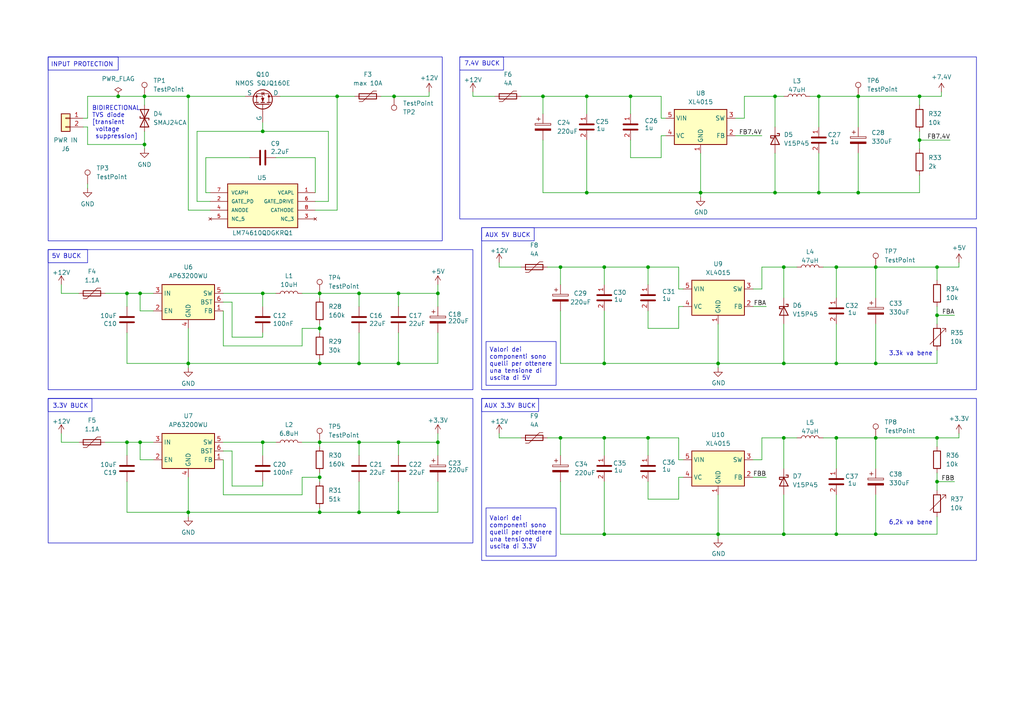
<source format=kicad_sch>
(kicad_sch
	(version 20250114)
	(generator "eeschema")
	(generator_version "9.0")
	(uuid "953086fa-c3ab-4cb2-ae4d-3ea7d054a997")
	(paper "A4")
	
	(rectangle
		(start 139.7 115.57)
		(end 283.21 162.56)
		(stroke
			(width 0)
			(type default)
		)
		(fill
			(type none)
		)
		(uuid 01c16c20-3398-461b-a340-24291d3e79b5)
	)
	(rectangle
		(start 133.35 16.51)
		(end 146.05 20.32)
		(stroke
			(width 0)
			(type default)
		)
		(fill
			(type none)
		)
		(uuid 0b34e581-663e-49f6-9059-46b50d62720f)
	)
	(rectangle
		(start 13.97 72.39)
		(end 137.16 113.03)
		(stroke
			(width 0)
			(type default)
		)
		(fill
			(type none)
		)
		(uuid 0eed0fee-73d2-4174-9689-a5d68fabccde)
	)
	(rectangle
		(start 139.7 66.04)
		(end 283.21 113.03)
		(stroke
			(width 0)
			(type default)
		)
		(fill
			(type none)
		)
		(uuid 28235954-b966-4978-8fba-de6d9e20e72f)
	)
	(rectangle
		(start 13.97 72.39)
		(end 25.4 76.2)
		(stroke
			(width 0)
			(type default)
		)
		(fill
			(type none)
		)
		(uuid 33c6471a-db59-4940-814d-6e57921b7b7e)
	)
	(rectangle
		(start 13.97 115.57)
		(end 26.67 119.38)
		(stroke
			(width 0)
			(type default)
		)
		(fill
			(type none)
		)
		(uuid 5a658950-db62-4c10-b920-e2d599910311)
	)
	(rectangle
		(start 13.97 16.51)
		(end 34.29 20.32)
		(stroke
			(width 0)
			(type default)
		)
		(fill
			(type none)
		)
		(uuid 73bb95e7-fde6-4594-8c82-59ad11c60fe5)
	)
	(rectangle
		(start 139.7 115.57)
		(end 156.21 119.38)
		(stroke
			(width 0)
			(type default)
		)
		(fill
			(type none)
		)
		(uuid c5d2ba25-ad33-4809-8f71-2a8f0422ff8d)
	)
	(rectangle
		(start 139.7 66.04)
		(end 154.94 69.85)
		(stroke
			(width 0)
			(type default)
		)
		(fill
			(type none)
		)
		(uuid d08f71a0-92cc-4596-a40c-d212729834d9)
	)
	(rectangle
		(start 133.35 16.51)
		(end 283.21 63.5)
		(stroke
			(width 0)
			(type default)
		)
		(fill
			(type none)
		)
		(uuid d2af9eb6-eb6e-4e76-8f9b-e35205ef100e)
	)
	(rectangle
		(start 13.97 16.51)
		(end 128.27 69.85)
		(stroke
			(width 0)
			(type default)
		)
		(fill
			(type none)
		)
		(uuid e838876a-9fa9-4ff1-97f4-66df09e52fd1)
	)
	(rectangle
		(start 13.97 115.57)
		(end 137.16 157.48)
		(stroke
			(width 0)
			(type default)
		)
		(fill
			(type none)
		)
		(uuid e9ec95ae-7d47-480e-9e60-802144d987c5)
	)
	(text "5V BUCK"
		(exclude_from_sim no)
		(at 14.986 74.422 0)
		(effects
			(font
				(size 1.27 1.27)
			)
			(justify left)
		)
		(uuid "0bcb6ac3-a82d-4d28-bcbf-551622b3a01d")
	)
	(text "6,2k va bene\n"
		(exclude_from_sim no)
		(at 264.16 151.638 0)
		(effects
			(font
				(size 1.27 1.27)
			)
		)
		(uuid "44f90ae8-91c9-4c64-947c-d3960c530028")
	)
	(text "BIDIRECTIONAL \nTVS diode\n[transient \n voltage\n suppression]"
		(exclude_from_sim no)
		(at 26.67 30.734 0)
		(effects
			(font
				(size 1.27 1.27)
			)
			(justify left top)
		)
		(uuid "4f9bec00-4cb7-456f-8340-e33e382fa66a")
	)
	(text "3.3k va bene\n"
		(exclude_from_sim no)
		(at 264.16 102.616 0)
		(effects
			(font
				(size 1.27 1.27)
			)
		)
		(uuid "55dafc59-777a-4287-9c8d-7abfd9f485f0")
	)
	(text "3.3V BUCK"
		(exclude_from_sim no)
		(at 15.24 117.856 0)
		(effects
			(font
				(size 1.27 1.27)
			)
			(justify left)
		)
		(uuid "854a29ea-5219-442a-9cf5-28eae99ca964")
	)
	(text "7.4V BUCK"
		(exclude_from_sim no)
		(at 134.62 18.542 0)
		(effects
			(font
				(size 1.27 1.27)
			)
			(justify left)
		)
		(uuid "c239794b-f2a2-435c-b27d-e8061d342d6f")
	)
	(text "INPUT PROTECTION"
		(exclude_from_sim no)
		(at 14.732 18.796 0)
		(effects
			(font
				(size 1.27 1.27)
			)
			(justify left)
		)
		(uuid "c5d5e284-b3fd-4ab8-8e7a-70fe5b3d98f7")
	)
	(text "AUX 3.3V BUCK"
		(exclude_from_sim no)
		(at 140.462 117.856 0)
		(effects
			(font
				(size 1.27 1.27)
			)
			(justify left)
		)
		(uuid "daad75d5-3b43-466e-85be-23c86d45bd6b")
	)
	(text "AUX 5V BUCK"
		(exclude_from_sim no)
		(at 140.716 68.326 0)
		(effects
			(font
				(size 1.27 1.27)
			)
			(justify left)
		)
		(uuid "f6e59106-103b-4179-9bb4-9a2feb243659")
	)
	(text_box "Valori dei componenti sono quelli per ottenere una tensione di uscita di 3.3V\n"
		(exclude_from_sim no)
		(at 140.97 147.32 0)
		(size 20.32 13.97)
		(margins 0.9525 0.9525 0.9525 0.9525)
		(stroke
			(width 0)
			(type solid)
		)
		(fill
			(type none)
		)
		(effects
			(font
				(size 1.27 1.27)
			)
			(justify left)
		)
		(uuid "da0936d2-b3ab-47f3-995e-62e750989d22")
	)
	(text_box "Valori dei componenti sono quelli per ottenere una tensione di uscita di 5V\n"
		(exclude_from_sim no)
		(at 140.97 99.06 0)
		(size 20.3199 12.7)
		(margins 0.9525 0.9525 0.9525 0.9525)
		(stroke
			(width 0)
			(type solid)
		)
		(fill
			(type none)
		)
		(effects
			(font
				(size 1.27 1.27)
			)
			(justify left)
		)
		(uuid "f0eab02e-f56f-49d0-90aa-2de7845d4ca9")
	)
	(junction
		(at 187.96 77.47)
		(diameter 0)
		(color 0 0 0 0)
		(uuid "087bccb8-e3a1-47d2-b309-037eff75f5bb")
	)
	(junction
		(at 254 77.47)
		(diameter 0)
		(color 0 0 0 0)
		(uuid "0957c6ec-4f8b-4a7c-a139-261ebb4a4735")
	)
	(junction
		(at 224.79 27.94)
		(diameter 0)
		(color 0 0 0 0)
		(uuid "0ca24ff4-e949-4034-b5aa-8aadd2aec52d")
	)
	(junction
		(at 76.2 128.27)
		(diameter 0)
		(color 0 0 0 0)
		(uuid "0e60f2cd-4622-4c0f-80f4-c86c1569d4d5")
	)
	(junction
		(at 227.33 127)
		(diameter 0)
		(color 0 0 0 0)
		(uuid "172fb73b-c42c-4acd-8b44-d394f3fd52aa")
	)
	(junction
		(at 242.57 127)
		(diameter 0)
		(color 0 0 0 0)
		(uuid "1df07dc2-0f05-45a5-9d73-1185e9da453d")
	)
	(junction
		(at 36.83 85.09)
		(diameter 0)
		(color 0 0 0 0)
		(uuid "201cf608-9571-435d-b0f8-b931333173b3")
	)
	(junction
		(at 104.14 148.59)
		(diameter 0)
		(color 0 0 0 0)
		(uuid "2542e829-4f26-4393-9d07-06730aa74fe6")
	)
	(junction
		(at 242.57 105.41)
		(diameter 0)
		(color 0 0 0 0)
		(uuid "25884d0e-010e-4e46-a645-a1fcc770a8e4")
	)
	(junction
		(at 175.26 77.47)
		(diameter 0)
		(color 0 0 0 0)
		(uuid "2ab38761-a14f-41c5-bfd6-96f5b41c2419")
	)
	(junction
		(at 271.78 127)
		(diameter 0)
		(color 0 0 0 0)
		(uuid "2c88b309-a0ee-4b60-ac06-a3f8ced92e1a")
	)
	(junction
		(at 40.64 128.27)
		(diameter 0)
		(color 0 0 0 0)
		(uuid "2d69ff90-7beb-4b11-af23-e40244252656")
	)
	(junction
		(at 115.57 148.59)
		(diameter 0)
		(color 0 0 0 0)
		(uuid "2f4f3603-d2da-4d4d-b777-4609997e68c2")
	)
	(junction
		(at 175.26 154.94)
		(diameter 0)
		(color 0 0 0 0)
		(uuid "3070ff40-e11f-4da8-b371-3264cd72adb4")
	)
	(junction
		(at 104.14 85.09)
		(diameter 0)
		(color 0 0 0 0)
		(uuid "30fa938e-f341-4d15-b867-4e680c3f96a1")
	)
	(junction
		(at 254 154.94)
		(diameter 0)
		(color 0 0 0 0)
		(uuid "35687b32-39b7-48f8-9728-44acb118ec5c")
	)
	(junction
		(at 76.2 38.1)
		(diameter 0)
		(color 0 0 0 0)
		(uuid "3d624da9-d414-486f-bd34-f6cf26546282")
	)
	(junction
		(at 208.28 154.94)
		(diameter 0)
		(color 0 0 0 0)
		(uuid "464b5f41-6414-4fff-bbc2-272f97cec06f")
	)
	(junction
		(at 248.92 55.88)
		(diameter 0)
		(color 0 0 0 0)
		(uuid "4a2798de-1764-4f29-9b3b-fd0272870f83")
	)
	(junction
		(at 104.14 128.27)
		(diameter 0)
		(color 0 0 0 0)
		(uuid "4a47003d-ee08-47be-aad1-6e12fba22525")
	)
	(junction
		(at 115.57 85.09)
		(diameter 0)
		(color 0 0 0 0)
		(uuid "4c22c0e0-6d43-401f-a26b-f5645717c257")
	)
	(junction
		(at 115.57 105.41)
		(diameter 0)
		(color 0 0 0 0)
		(uuid "4cc24344-41ef-4fdb-b837-2d39b8e9ee29")
	)
	(junction
		(at 254 127)
		(diameter 0)
		(color 0 0 0 0)
		(uuid "5743116d-d2af-4358-a285-44a2137808a4")
	)
	(junction
		(at 227.33 154.94)
		(diameter 0)
		(color 0 0 0 0)
		(uuid "592579de-30d4-4fca-8934-8c144c0d00f2")
	)
	(junction
		(at 115.57 128.27)
		(diameter 0)
		(color 0 0 0 0)
		(uuid "5e07fe7f-8b54-4e23-8c90-47bac361092e")
	)
	(junction
		(at 248.92 27.94)
		(diameter 0)
		(color 0 0 0 0)
		(uuid "66c1d1db-9bfc-4563-9759-d2d9cd97b529")
	)
	(junction
		(at 54.61 27.94)
		(diameter 0)
		(color 0 0 0 0)
		(uuid "6b77dd12-7f97-43ba-a67a-da6beb6e2ee6")
	)
	(junction
		(at 40.64 85.09)
		(diameter 0)
		(color 0 0 0 0)
		(uuid "71868675-2714-413b-b952-9a530d42b5ab")
	)
	(junction
		(at 237.49 55.88)
		(diameter 0)
		(color 0 0 0 0)
		(uuid "785e8789-d12d-4e2a-8cf6-c5c73f508b3d")
	)
	(junction
		(at 271.78 77.47)
		(diameter 0)
		(color 0 0 0 0)
		(uuid "79d83e89-eba0-4cac-9e7f-928fbf9b9141")
	)
	(junction
		(at 162.56 77.47)
		(diameter 0)
		(color 0 0 0 0)
		(uuid "7a0996bb-58ef-418f-8a0a-367ce467f54d")
	)
	(junction
		(at 187.96 127)
		(diameter 0)
		(color 0 0 0 0)
		(uuid "7a4bb8b6-e12f-458c-9bce-681fc8998186")
	)
	(junction
		(at 170.18 27.94)
		(diameter 0)
		(color 0 0 0 0)
		(uuid "7ad3d55d-c758-412e-9ca6-d4b487bb53a4")
	)
	(junction
		(at 92.71 128.27)
		(diameter 0)
		(color 0 0 0 0)
		(uuid "837f92af-7301-4942-bdeb-89c30fd40fb9")
	)
	(junction
		(at 41.91 27.94)
		(diameter 0)
		(color 0 0 0 0)
		(uuid "84f79a93-a816-4ce0-bfbf-d25e3e97eb60")
	)
	(junction
		(at 271.78 91.44)
		(diameter 0)
		(color 0 0 0 0)
		(uuid "8a14ebc2-ceae-47ed-9dc2-b43fec5081de")
	)
	(junction
		(at 266.7 27.94)
		(diameter 0)
		(color 0 0 0 0)
		(uuid "8a25d21e-293c-42d4-9bad-731458e515cd")
	)
	(junction
		(at 92.71 105.41)
		(diameter 0)
		(color 0 0 0 0)
		(uuid "8aa06fd0-8b9e-4542-9d86-a13bacea0326")
	)
	(junction
		(at 162.56 127)
		(diameter 0)
		(color 0 0 0 0)
		(uuid "8b071b85-16fe-456e-a5d2-0f3d5aec653a")
	)
	(junction
		(at 242.57 77.47)
		(diameter 0)
		(color 0 0 0 0)
		(uuid "8b36d95f-d472-49cc-a4c2-e1c6ef65af90")
	)
	(junction
		(at 54.61 148.59)
		(diameter 0)
		(color 0 0 0 0)
		(uuid "8f12fdd2-0efa-4747-99eb-168b82491c66")
	)
	(junction
		(at 41.91 41.91)
		(diameter 0)
		(color 0 0 0 0)
		(uuid "9088ef99-053a-4b2b-a746-c8a6e1f6d653")
	)
	(junction
		(at 271.78 139.7)
		(diameter 0)
		(color 0 0 0 0)
		(uuid "93df2044-003f-4e0c-94cb-80ae6cab83ed")
	)
	(junction
		(at 227.33 105.41)
		(diameter 0)
		(color 0 0 0 0)
		(uuid "99b49272-3cc4-4b7b-83c3-386ae141b824")
	)
	(junction
		(at 203.2 55.88)
		(diameter 0)
		(color 0 0 0 0)
		(uuid "9c2aa78f-30d3-4610-b8f9-53d9d7e75404")
	)
	(junction
		(at 92.71 95.25)
		(diameter 0)
		(color 0 0 0 0)
		(uuid "9fc07323-c7d8-4417-93b8-1091b516a411")
	)
	(junction
		(at 34.29 27.94)
		(diameter 0)
		(color 0 0 0 0)
		(uuid "ae81d820-5172-475e-a007-097eeacc1493")
	)
	(junction
		(at 97.79 27.94)
		(diameter 0)
		(color 0 0 0 0)
		(uuid "aed42238-3c39-4b40-ada0-8cfca386f5e9")
	)
	(junction
		(at 92.71 148.59)
		(diameter 0)
		(color 0 0 0 0)
		(uuid "b3dce36a-c34f-48cd-9f3e-41ef363e818a")
	)
	(junction
		(at 242.57 154.94)
		(diameter 0)
		(color 0 0 0 0)
		(uuid "b6c0c441-fbf8-47c4-828e-7dc8f1350ff0")
	)
	(junction
		(at 170.18 55.88)
		(diameter 0)
		(color 0 0 0 0)
		(uuid "bdae7c55-11bc-4c54-988a-e73ed4809c31")
	)
	(junction
		(at 224.79 55.88)
		(diameter 0)
		(color 0 0 0 0)
		(uuid "be097ec6-6c16-477a-afdc-684addcf61de")
	)
	(junction
		(at 237.49 27.94)
		(diameter 0)
		(color 0 0 0 0)
		(uuid "bee532ab-732d-49b1-ac2a-2d87ff4d069f")
	)
	(junction
		(at 266.7 40.64)
		(diameter 0)
		(color 0 0 0 0)
		(uuid "bf8b3fdc-2b61-4182-adee-b389ea69811b")
	)
	(junction
		(at 92.71 85.09)
		(diameter 0)
		(color 0 0 0 0)
		(uuid "c789b7f6-8ec3-4e6c-9edf-6ffd45ca78ac")
	)
	(junction
		(at 104.14 105.41)
		(diameter 0)
		(color 0 0 0 0)
		(uuid "cd0a321c-b2f1-4c6c-817a-d841d9db5e3d")
	)
	(junction
		(at 175.26 105.41)
		(diameter 0)
		(color 0 0 0 0)
		(uuid "cde5fd11-b719-431a-b34c-e25eaea94479")
	)
	(junction
		(at 76.2 85.09)
		(diameter 0)
		(color 0 0 0 0)
		(uuid "d63f1001-a492-41c1-aed0-be6877690765")
	)
	(junction
		(at 114.3 27.94)
		(diameter 0)
		(color 0 0 0 0)
		(uuid "d8adb29d-fa41-4766-bb7a-fc8702ee5d67")
	)
	(junction
		(at 127 128.27)
		(diameter 0)
		(color 0 0 0 0)
		(uuid "dc11f7e7-4b3c-4fb5-8257-35cf727967dc")
	)
	(junction
		(at 254 105.41)
		(diameter 0)
		(color 0 0 0 0)
		(uuid "e737a187-8bb1-4bcd-b9c8-a36ad705dd81")
	)
	(junction
		(at 36.83 128.27)
		(diameter 0)
		(color 0 0 0 0)
		(uuid "ea7e5f03-9a35-4367-bbb1-5961f863e3c4")
	)
	(junction
		(at 54.61 105.41)
		(diameter 0)
		(color 0 0 0 0)
		(uuid "ea847085-2ce4-48d2-a641-9be796e26cfb")
	)
	(junction
		(at 227.33 77.47)
		(diameter 0)
		(color 0 0 0 0)
		(uuid "ebb60d29-53f8-490f-9260-aeb70eb03e5a")
	)
	(junction
		(at 175.26 127)
		(diameter 0)
		(color 0 0 0 0)
		(uuid "ef095912-3137-4232-971d-d4bfc6bc5daf")
	)
	(junction
		(at 157.48 27.94)
		(diameter 0)
		(color 0 0 0 0)
		(uuid "f00a6d89-0e5d-4bf0-8b2a-9c5cc356c7b5")
	)
	(junction
		(at 208.28 105.41)
		(diameter 0)
		(color 0 0 0 0)
		(uuid "f141781c-ee45-4158-90a7-b257e61d8923")
	)
	(junction
		(at 92.71 138.43)
		(diameter 0)
		(color 0 0 0 0)
		(uuid "f3c72a3b-e355-4224-a305-e4348a9261d0")
	)
	(junction
		(at 127 85.09)
		(diameter 0)
		(color 0 0 0 0)
		(uuid "f584771c-d7c7-4933-b9b5-cd9995096f31")
	)
	(junction
		(at 182.88 27.94)
		(diameter 0)
		(color 0 0 0 0)
		(uuid "f941a74c-8603-4fe8-85ae-47534733ff10")
	)
	(wire
		(pts
			(xy 36.83 105.41) (xy 54.61 105.41)
		)
		(stroke
			(width 0)
			(type default)
		)
		(uuid "00ccc55d-f4c5-44ae-9f4d-d445de9d2138")
	)
	(wire
		(pts
			(xy 91.44 45.72) (xy 91.44 55.88)
		)
		(stroke
			(width 0)
			(type default)
		)
		(uuid "01578830-9dd0-4e9c-9168-d55940c0ebee")
	)
	(wire
		(pts
			(xy 242.57 105.41) (xy 254 105.41)
		)
		(stroke
			(width 0)
			(type default)
		)
		(uuid "021a41de-f4c3-479e-9e7f-f8d5c4b70830")
	)
	(wire
		(pts
			(xy 191.77 27.94) (xy 191.77 34.29)
		)
		(stroke
			(width 0)
			(type default)
		)
		(uuid "0240eede-1dd8-4bf7-b3c4-b2089468624c")
	)
	(wire
		(pts
			(xy 215.9 27.94) (xy 215.9 34.29)
		)
		(stroke
			(width 0)
			(type default)
		)
		(uuid "02824fbe-923b-4b28-9079-0d6d63fb2341")
	)
	(wire
		(pts
			(xy 115.57 105.41) (xy 127 105.41)
		)
		(stroke
			(width 0)
			(type default)
		)
		(uuid "02cddfed-b990-4c95-a8da-f4698f6b339a")
	)
	(wire
		(pts
			(xy 266.7 38.1) (xy 266.7 40.64)
		)
		(stroke
			(width 0)
			(type default)
		)
		(uuid "0534c616-af61-448e-b412-ca7d0706c015")
	)
	(wire
		(pts
			(xy 137.16 27.94) (xy 137.16 26.67)
		)
		(stroke
			(width 0)
			(type default)
		)
		(uuid "0566275e-4288-44b5-920e-4d0bf03e74a7")
	)
	(wire
		(pts
			(xy 187.96 77.47) (xy 196.85 77.47)
		)
		(stroke
			(width 0)
			(type default)
		)
		(uuid "096c42f1-8870-4cd4-85db-bfa7c6446032")
	)
	(wire
		(pts
			(xy 25.4 41.91) (xy 41.91 41.91)
		)
		(stroke
			(width 0)
			(type default)
		)
		(uuid "09d2383d-6faa-45d4-b89b-702e69e29ceb")
	)
	(wire
		(pts
			(xy 115.57 128.27) (xy 115.57 132.08)
		)
		(stroke
			(width 0)
			(type default)
		)
		(uuid "0b936c09-d1ab-48b5-8a1d-a49d7e584b6d")
	)
	(wire
		(pts
			(xy 92.71 93.98) (xy 92.71 95.25)
		)
		(stroke
			(width 0)
			(type default)
		)
		(uuid "0de3471a-bfce-4665-b399-fb31d6cd18e9")
	)
	(wire
		(pts
			(xy 222.25 138.43) (xy 218.44 138.43)
		)
		(stroke
			(width 0)
			(type default)
		)
		(uuid "0e69e592-9220-411b-b1b8-1e07b546c34e")
	)
	(wire
		(pts
			(xy 203.2 55.88) (xy 224.79 55.88)
		)
		(stroke
			(width 0)
			(type default)
		)
		(uuid "0f49264c-d995-4783-a578-cfe7e01012b1")
	)
	(wire
		(pts
			(xy 25.4 34.29) (xy 24.13 34.29)
		)
		(stroke
			(width 0)
			(type default)
		)
		(uuid "0f6f8e87-ce33-4901-a258-8206fd096a1a")
	)
	(wire
		(pts
			(xy 227.33 77.47) (xy 231.14 77.47)
		)
		(stroke
			(width 0)
			(type default)
		)
		(uuid "1100088f-95b7-45d6-8049-ea3ebfc6ad81")
	)
	(wire
		(pts
			(xy 115.57 85.09) (xy 115.57 88.9)
		)
		(stroke
			(width 0)
			(type default)
		)
		(uuid "1161e686-fd39-4dd7-b42e-4023798b0b02")
	)
	(wire
		(pts
			(xy 92.71 137.16) (xy 92.71 138.43)
		)
		(stroke
			(width 0)
			(type default)
		)
		(uuid "11abf63f-0038-427a-a9b8-c8d11dd539e4")
	)
	(wire
		(pts
			(xy 170.18 27.94) (xy 182.88 27.94)
		)
		(stroke
			(width 0)
			(type default)
		)
		(uuid "14a3cd1b-d658-4be8-830d-daf6e78aec65")
	)
	(wire
		(pts
			(xy 220.98 133.35) (xy 218.44 133.35)
		)
		(stroke
			(width 0)
			(type default)
		)
		(uuid "14e65cbd-abfa-4a20-a1da-ce02e8fd249c")
	)
	(wire
		(pts
			(xy 144.78 127) (xy 144.78 125.73)
		)
		(stroke
			(width 0)
			(type default)
		)
		(uuid "15010e38-076b-4315-9334-6b011706aec8")
	)
	(wire
		(pts
			(xy 187.96 95.25) (xy 196.85 95.25)
		)
		(stroke
			(width 0)
			(type default)
		)
		(uuid "15947079-2965-4ade-aa02-28cab4fea979")
	)
	(wire
		(pts
			(xy 157.48 33.02) (xy 157.48 27.94)
		)
		(stroke
			(width 0)
			(type default)
		)
		(uuid "18c0f0d7-d002-44c9-88f7-bdb837eeb5e5")
	)
	(wire
		(pts
			(xy 54.61 149.86) (xy 54.61 148.59)
		)
		(stroke
			(width 0)
			(type default)
		)
		(uuid "1dd8e54d-010e-4b81-86a5-089c47d8ee37")
	)
	(wire
		(pts
			(xy 254 143.51) (xy 254 154.94)
		)
		(stroke
			(width 0)
			(type default)
		)
		(uuid "1df9b800-bfdd-4e10-a6ab-b5aca0f89dc3")
	)
	(wire
		(pts
			(xy 182.88 33.02) (xy 182.88 27.94)
		)
		(stroke
			(width 0)
			(type default)
		)
		(uuid "1dfc2643-39a1-405b-9033-7c75b0d13337")
	)
	(wire
		(pts
			(xy 196.85 133.35) (xy 198.12 133.35)
		)
		(stroke
			(width 0)
			(type default)
		)
		(uuid "1e0bb08c-d741-4489-a6a6-ecede84ebaf7")
	)
	(wire
		(pts
			(xy 162.56 127) (xy 175.26 127)
		)
		(stroke
			(width 0)
			(type default)
		)
		(uuid "1e13134f-e0b4-4c10-9ebf-aac345570136")
	)
	(wire
		(pts
			(xy 227.33 77.47) (xy 227.33 86.36)
		)
		(stroke
			(width 0)
			(type default)
		)
		(uuid "1ed89055-278a-49ec-921d-3b21f149d5ae")
	)
	(wire
		(pts
			(xy 25.4 36.83) (xy 25.4 41.91)
		)
		(stroke
			(width 0)
			(type default)
		)
		(uuid "1f594c86-3f96-4eb7-a918-eb8fc7ef9c05")
	)
	(wire
		(pts
			(xy 87.63 143.51) (xy 87.63 138.43)
		)
		(stroke
			(width 0)
			(type default)
		)
		(uuid "1f754ce4-e64a-427b-8cbe-7d3e626bf493")
	)
	(wire
		(pts
			(xy 92.71 104.14) (xy 92.71 105.41)
		)
		(stroke
			(width 0)
			(type default)
		)
		(uuid "21ab33f1-d37e-4dea-b758-23dbf14beb4a")
	)
	(wire
		(pts
			(xy 276.86 91.44) (xy 271.78 91.44)
		)
		(stroke
			(width 0)
			(type default)
		)
		(uuid "2473bb57-0013-4713-901e-60d8e074a767")
	)
	(wire
		(pts
			(xy 238.76 127) (xy 242.57 127)
		)
		(stroke
			(width 0)
			(type default)
		)
		(uuid "24ed5741-45ac-40f7-b9a3-494df80f0579")
	)
	(wire
		(pts
			(xy 191.77 39.37) (xy 193.04 39.37)
		)
		(stroke
			(width 0)
			(type default)
		)
		(uuid "2640f0c9-b76f-4c0d-9ac9-c29a65139c69")
	)
	(wire
		(pts
			(xy 242.57 143.51) (xy 242.57 154.94)
		)
		(stroke
			(width 0)
			(type default)
		)
		(uuid "26866328-d4aa-442f-85f3-67f3ab3cd143")
	)
	(wire
		(pts
			(xy 54.61 60.96) (xy 60.96 60.96)
		)
		(stroke
			(width 0)
			(type default)
		)
		(uuid "291f2132-5a64-448b-bd2b-a3708b9ad9db")
	)
	(wire
		(pts
			(xy 248.92 27.94) (xy 248.92 36.83)
		)
		(stroke
			(width 0)
			(type default)
		)
		(uuid "2adde2ec-7986-4d6d-b94f-7518494c80cc")
	)
	(wire
		(pts
			(xy 64.77 128.27) (xy 76.2 128.27)
		)
		(stroke
			(width 0)
			(type default)
		)
		(uuid "2b26a455-143b-4ce8-835e-46d916db2022")
	)
	(wire
		(pts
			(xy 254 127) (xy 254 135.89)
		)
		(stroke
			(width 0)
			(type default)
		)
		(uuid "2c2bb239-994e-4b98-a9b3-4fa403b47ae7")
	)
	(wire
		(pts
			(xy 40.64 90.17) (xy 40.64 85.09)
		)
		(stroke
			(width 0)
			(type default)
		)
		(uuid "2fe5f565-5027-49b6-a598-1d395c397f20")
	)
	(wire
		(pts
			(xy 175.26 77.47) (xy 187.96 77.47)
		)
		(stroke
			(width 0)
			(type default)
		)
		(uuid "310fdbc7-90ca-412c-8dea-ce917e5a36ff")
	)
	(wire
		(pts
			(xy 175.26 132.08) (xy 175.26 127)
		)
		(stroke
			(width 0)
			(type default)
		)
		(uuid "31a7becc-d727-4c93-aceb-cd734ed65b38")
	)
	(wire
		(pts
			(xy 278.13 125.73) (xy 278.13 127)
		)
		(stroke
			(width 0)
			(type default)
		)
		(uuid "323439f5-7d65-42b8-93c8-edfec8363640")
	)
	(wire
		(pts
			(xy 208.28 154.94) (xy 227.33 154.94)
		)
		(stroke
			(width 0)
			(type default)
		)
		(uuid "329212cd-0b1d-4fbe-9732-24a08ed85104")
	)
	(wire
		(pts
			(xy 76.2 85.09) (xy 76.2 88.9)
		)
		(stroke
			(width 0)
			(type default)
		)
		(uuid "32a995e0-9ec1-4a00-ab8c-4f503f9e48db")
	)
	(wire
		(pts
			(xy 87.63 85.09) (xy 92.71 85.09)
		)
		(stroke
			(width 0)
			(type default)
		)
		(uuid "33ab1b19-3b7a-4151-9a40-09052fdb4717")
	)
	(wire
		(pts
			(xy 97.79 27.94) (xy 97.79 60.96)
		)
		(stroke
			(width 0)
			(type default)
		)
		(uuid "3453505f-fdc9-4ee1-afe1-adcfd6338b4e")
	)
	(wire
		(pts
			(xy 220.98 39.37) (xy 213.36 39.37)
		)
		(stroke
			(width 0)
			(type default)
		)
		(uuid "3478a47d-31c2-477d-a06b-1a8aa7485a78")
	)
	(wire
		(pts
			(xy 127 125.73) (xy 127 128.27)
		)
		(stroke
			(width 0)
			(type default)
		)
		(uuid "34d20d95-3f82-411f-b247-1231f897379b")
	)
	(wire
		(pts
			(xy 275.59 40.64) (xy 266.7 40.64)
		)
		(stroke
			(width 0)
			(type default)
		)
		(uuid "34eb1e5c-7fa6-4c9e-b3a7-6db0de4ddd28")
	)
	(wire
		(pts
			(xy 208.28 105.41) (xy 208.28 93.98)
		)
		(stroke
			(width 0)
			(type default)
		)
		(uuid "35a3dc13-730c-43a8-9637-d23961d35c41")
	)
	(wire
		(pts
			(xy 54.61 148.59) (xy 92.71 148.59)
		)
		(stroke
			(width 0)
			(type default)
		)
		(uuid "35dfac12-9a4a-4d47-b8a2-03870fc31bd7")
	)
	(wire
		(pts
			(xy 182.88 40.64) (xy 182.88 45.72)
		)
		(stroke
			(width 0)
			(type default)
		)
		(uuid "370b03f5-0f0f-48f8-911b-cae7cee6ca4a")
	)
	(wire
		(pts
			(xy 175.26 82.55) (xy 175.26 77.47)
		)
		(stroke
			(width 0)
			(type default)
		)
		(uuid "379029e7-85bf-4c19-bdfa-76ac18e2bda4")
	)
	(wire
		(pts
			(xy 36.83 85.09) (xy 40.64 85.09)
		)
		(stroke
			(width 0)
			(type default)
		)
		(uuid "37d01d0e-1221-447c-a5ba-969e6b9e0a8c")
	)
	(wire
		(pts
			(xy 175.26 105.41) (xy 175.26 90.17)
		)
		(stroke
			(width 0)
			(type default)
		)
		(uuid "38654bfc-e11a-4e63-92e9-80dc0a7e2d86")
	)
	(wire
		(pts
			(xy 271.78 101.6) (xy 271.78 105.41)
		)
		(stroke
			(width 0)
			(type default)
		)
		(uuid "39ce04a6-e96e-47be-af7d-fca6e77cfe19")
	)
	(wire
		(pts
			(xy 76.2 97.79) (xy 76.2 96.52)
		)
		(stroke
			(width 0)
			(type default)
		)
		(uuid "39e837ab-663b-41cb-b7cd-fc09a5d83545")
	)
	(wire
		(pts
			(xy 127 96.52) (xy 127 105.41)
		)
		(stroke
			(width 0)
			(type default)
		)
		(uuid "3a206e21-1356-40ba-a726-769e36245e97")
	)
	(wire
		(pts
			(xy 137.16 27.94) (xy 143.51 27.94)
		)
		(stroke
			(width 0)
			(type default)
		)
		(uuid "3a3981a4-98f4-4cbe-a59b-901ba5d12c8f")
	)
	(wire
		(pts
			(xy 40.64 90.17) (xy 44.45 90.17)
		)
		(stroke
			(width 0)
			(type default)
		)
		(uuid "3b365e97-9a51-4354-a113-b5d0f36c3696")
	)
	(wire
		(pts
			(xy 162.56 154.94) (xy 175.26 154.94)
		)
		(stroke
			(width 0)
			(type default)
		)
		(uuid "3bca0c9b-4daf-44de-abf0-c23ff189d1b8")
	)
	(wire
		(pts
			(xy 242.57 127) (xy 254 127)
		)
		(stroke
			(width 0)
			(type default)
		)
		(uuid "3db16623-0a69-41f3-af8c-f351432209bb")
	)
	(wire
		(pts
			(xy 91.44 60.96) (xy 97.79 60.96)
		)
		(stroke
			(width 0)
			(type default)
		)
		(uuid "3db42c4d-ae37-4856-8e6f-f24ae7fb7020")
	)
	(wire
		(pts
			(xy 271.78 77.47) (xy 271.78 81.28)
		)
		(stroke
			(width 0)
			(type default)
		)
		(uuid "3e39135b-c978-451d-bb1e-61eb783df12f")
	)
	(wire
		(pts
			(xy 224.79 27.94) (xy 227.33 27.94)
		)
		(stroke
			(width 0)
			(type default)
		)
		(uuid "3e9f7af7-3384-49ab-8239-f9e582e27a74")
	)
	(wire
		(pts
			(xy 158.75 127) (xy 162.56 127)
		)
		(stroke
			(width 0)
			(type default)
		)
		(uuid "401777c5-722a-46b3-9200-76c1113d594b")
	)
	(wire
		(pts
			(xy 242.57 77.47) (xy 242.57 86.36)
		)
		(stroke
			(width 0)
			(type default)
		)
		(uuid "4197d5de-9146-4aa0-ae20-87324d588d79")
	)
	(wire
		(pts
			(xy 254 127) (xy 271.78 127)
		)
		(stroke
			(width 0)
			(type default)
		)
		(uuid "42a5241d-e613-4e9b-9d1b-0dd6931ce49b")
	)
	(wire
		(pts
			(xy 220.98 77.47) (xy 227.33 77.47)
		)
		(stroke
			(width 0)
			(type default)
		)
		(uuid "43842efc-919c-407f-aed5-bcbc3b6aab17")
	)
	(wire
		(pts
			(xy 208.28 156.21) (xy 208.28 154.94)
		)
		(stroke
			(width 0)
			(type default)
		)
		(uuid "44812c3e-079f-486f-a294-380882528c15")
	)
	(wire
		(pts
			(xy 41.91 38.1) (xy 41.91 41.91)
		)
		(stroke
			(width 0)
			(type default)
		)
		(uuid "462f3a13-882b-4aed-a907-086803e6927c")
	)
	(wire
		(pts
			(xy 266.7 50.8) (xy 266.7 55.88)
		)
		(stroke
			(width 0)
			(type default)
		)
		(uuid "46664790-fda9-456c-8968-e89ae66dc0d4")
	)
	(wire
		(pts
			(xy 25.4 34.29) (xy 25.4 27.94)
		)
		(stroke
			(width 0)
			(type default)
		)
		(uuid "47977073-aaaf-4460-92fe-025dfc0ab9cf")
	)
	(wire
		(pts
			(xy 227.33 93.98) (xy 227.33 105.41)
		)
		(stroke
			(width 0)
			(type default)
		)
		(uuid "47d11551-6b65-4ed9-aecf-f59cbbea1ec2")
	)
	(wire
		(pts
			(xy 208.28 105.41) (xy 227.33 105.41)
		)
		(stroke
			(width 0)
			(type default)
		)
		(uuid "4805b966-ea36-4c22-9384-5752adc1c524")
	)
	(wire
		(pts
			(xy 196.85 77.47) (xy 196.85 83.82)
		)
		(stroke
			(width 0)
			(type default)
		)
		(uuid "4962e439-a6e4-4b4a-a359-7899cf18455b")
	)
	(wire
		(pts
			(xy 182.88 45.72) (xy 191.77 45.72)
		)
		(stroke
			(width 0)
			(type default)
		)
		(uuid "49e33637-0864-4d07-ad63-f69c96f978f4")
	)
	(wire
		(pts
			(xy 271.78 137.16) (xy 271.78 139.7)
		)
		(stroke
			(width 0)
			(type default)
		)
		(uuid "4aafb478-4d9e-4a09-8509-3e29033562b7")
	)
	(wire
		(pts
			(xy 41.91 41.91) (xy 41.91 43.18)
		)
		(stroke
			(width 0)
			(type default)
		)
		(uuid "4b9b9703-ace3-4eb9-9179-12f829d9909c")
	)
	(wire
		(pts
			(xy 40.64 128.27) (xy 44.45 128.27)
		)
		(stroke
			(width 0)
			(type default)
		)
		(uuid "4c1b4f6d-50d3-412e-86d7-7e0b71cf6c5e")
	)
	(wire
		(pts
			(xy 220.98 127) (xy 220.98 133.35)
		)
		(stroke
			(width 0)
			(type default)
		)
		(uuid "4c61cc58-7d90-4106-8df1-83f9d4efab85")
	)
	(wire
		(pts
			(xy 87.63 138.43) (xy 92.71 138.43)
		)
		(stroke
			(width 0)
			(type default)
		)
		(uuid "4cbaf599-f0fb-499b-8b5d-f19bd6c63d9f")
	)
	(wire
		(pts
			(xy 157.48 27.94) (xy 170.18 27.94)
		)
		(stroke
			(width 0)
			(type default)
		)
		(uuid "4d1825f1-66e3-4b58-ae00-19bd92fffeb1")
	)
	(wire
		(pts
			(xy 224.79 27.94) (xy 224.79 36.83)
		)
		(stroke
			(width 0)
			(type default)
		)
		(uuid "4d3c0082-585d-432b-858f-f1c56d34fc16")
	)
	(wire
		(pts
			(xy 175.26 154.94) (xy 208.28 154.94)
		)
		(stroke
			(width 0)
			(type default)
		)
		(uuid "4d8dfb39-5d9f-4cd0-bf97-5228ebaab898")
	)
	(wire
		(pts
			(xy 162.56 90.17) (xy 162.56 105.41)
		)
		(stroke
			(width 0)
			(type default)
		)
		(uuid "4f9a0074-8641-4b7f-a3e2-543bc4a214eb")
	)
	(wire
		(pts
			(xy 234.95 27.94) (xy 237.49 27.94)
		)
		(stroke
			(width 0)
			(type default)
		)
		(uuid "503145e4-8b34-4c72-ab53-ff862b578f6e")
	)
	(wire
		(pts
			(xy 67.31 140.97) (xy 76.2 140.97)
		)
		(stroke
			(width 0)
			(type default)
		)
		(uuid "5082bca1-ff03-4235-baa8-3d68f908d132")
	)
	(wire
		(pts
			(xy 92.71 85.09) (xy 104.14 85.09)
		)
		(stroke
			(width 0)
			(type default)
		)
		(uuid "5101af33-0f6c-4fee-9e6d-1db4932d8b3a")
	)
	(wire
		(pts
			(xy 276.86 139.7) (xy 271.78 139.7)
		)
		(stroke
			(width 0)
			(type default)
		)
		(uuid "514011ba-6cdc-4676-8bc1-7faa24ffba2f")
	)
	(wire
		(pts
			(xy 64.77 100.33) (xy 87.63 100.33)
		)
		(stroke
			(width 0)
			(type default)
		)
		(uuid "523b6338-93e8-422d-b9b7-9ba104eef1c0")
	)
	(wire
		(pts
			(xy 215.9 34.29) (xy 213.36 34.29)
		)
		(stroke
			(width 0)
			(type default)
		)
		(uuid "52cbbe80-d060-4a1d-a350-e2cefdc2d287")
	)
	(wire
		(pts
			(xy 59.69 45.72) (xy 72.39 45.72)
		)
		(stroke
			(width 0)
			(type default)
		)
		(uuid "52cfddff-b13e-46b4-bf88-65ab2b4a25d4")
	)
	(wire
		(pts
			(xy 92.71 138.43) (xy 92.71 139.7)
		)
		(stroke
			(width 0)
			(type default)
		)
		(uuid "54d9b318-1f4f-4456-8321-c2f1681fa1a0")
	)
	(wire
		(pts
			(xy 196.85 88.9) (xy 198.12 88.9)
		)
		(stroke
			(width 0)
			(type default)
		)
		(uuid "54f45c6e-45cc-4a34-ad78-38153a90ca9d")
	)
	(wire
		(pts
			(xy 220.98 127) (xy 227.33 127)
		)
		(stroke
			(width 0)
			(type default)
		)
		(uuid "57960c0c-8e6c-48c8-8211-9cd5c82d5ed7")
	)
	(wire
		(pts
			(xy 59.69 55.88) (xy 60.96 55.88)
		)
		(stroke
			(width 0)
			(type default)
		)
		(uuid "580ba22c-3fd3-45f6-ba04-b2b146aeb3c9")
	)
	(wire
		(pts
			(xy 25.4 36.83) (xy 24.13 36.83)
		)
		(stroke
			(width 0)
			(type default)
		)
		(uuid "5818d71c-55ea-4ce1-bea3-9206cf0df998")
	)
	(wire
		(pts
			(xy 187.96 144.78) (xy 196.85 144.78)
		)
		(stroke
			(width 0)
			(type default)
		)
		(uuid "5a3098a8-e316-4198-875c-b997c8263e6b")
	)
	(wire
		(pts
			(xy 196.85 88.9) (xy 196.85 95.25)
		)
		(stroke
			(width 0)
			(type default)
		)
		(uuid "5a71f72d-d5c1-44ae-9627-04e9eb20c6f8")
	)
	(wire
		(pts
			(xy 64.77 130.81) (xy 67.31 130.81)
		)
		(stroke
			(width 0)
			(type default)
		)
		(uuid "5ab95aaa-1b41-4f20-adbd-8138b3696391")
	)
	(wire
		(pts
			(xy 242.57 77.47) (xy 254 77.47)
		)
		(stroke
			(width 0)
			(type default)
		)
		(uuid "5c086d1f-ab05-4c01-b657-4fe664c8fab7")
	)
	(wire
		(pts
			(xy 215.9 27.94) (xy 224.79 27.94)
		)
		(stroke
			(width 0)
			(type default)
		)
		(uuid "5c8cf5c6-6f62-4a10-bc53-743c2255db69")
	)
	(wire
		(pts
			(xy 208.28 154.94) (xy 208.28 143.51)
		)
		(stroke
			(width 0)
			(type default)
		)
		(uuid "5ccea616-8fea-4e70-abd6-14b7cf3b875e")
	)
	(wire
		(pts
			(xy 170.18 33.02) (xy 170.18 27.94)
		)
		(stroke
			(width 0)
			(type default)
		)
		(uuid "5f92b260-22de-4899-881b-5532527b2a8c")
	)
	(wire
		(pts
			(xy 95.25 38.1) (xy 95.25 58.42)
		)
		(stroke
			(width 0)
			(type default)
		)
		(uuid "607e2996-f92e-47bd-a1d1-24c1afeed099")
	)
	(wire
		(pts
			(xy 237.49 44.45) (xy 237.49 55.88)
		)
		(stroke
			(width 0)
			(type default)
		)
		(uuid "61d89586-5f5d-4b37-94ab-c44d9841b4ef")
	)
	(wire
		(pts
			(xy 196.85 127) (xy 196.85 133.35)
		)
		(stroke
			(width 0)
			(type default)
		)
		(uuid "61f0af9b-0b51-40ff-b389-9083c58e8d9f")
	)
	(wire
		(pts
			(xy 115.57 85.09) (xy 104.14 85.09)
		)
		(stroke
			(width 0)
			(type default)
		)
		(uuid "6270d008-5ae5-4dd3-b045-39f82b6dc423")
	)
	(wire
		(pts
			(xy 196.85 138.43) (xy 198.12 138.43)
		)
		(stroke
			(width 0)
			(type default)
		)
		(uuid "650a6b50-171d-4f2c-92e2-75ba2aa3e578")
	)
	(wire
		(pts
			(xy 208.28 106.68) (xy 208.28 105.41)
		)
		(stroke
			(width 0)
			(type default)
		)
		(uuid "657c2a60-e1fa-4921-9c70-e086ac9f4a04")
	)
	(wire
		(pts
			(xy 36.83 85.09) (xy 36.83 88.9)
		)
		(stroke
			(width 0)
			(type default)
		)
		(uuid "65950676-b342-4b6b-ba7f-30e4a61971bb")
	)
	(wire
		(pts
			(xy 110.49 27.94) (xy 114.3 27.94)
		)
		(stroke
			(width 0)
			(type default)
		)
		(uuid "6618ab7d-f527-4313-8a51-18201cd98a4b")
	)
	(wire
		(pts
			(xy 248.92 44.45) (xy 248.92 55.88)
		)
		(stroke
			(width 0)
			(type default)
		)
		(uuid "662e40fd-7040-4584-8101-3e75f470f948")
	)
	(wire
		(pts
			(xy 203.2 55.88) (xy 203.2 44.45)
		)
		(stroke
			(width 0)
			(type default)
		)
		(uuid "6646db1f-0135-47cf-9841-8310798043f3")
	)
	(wire
		(pts
			(xy 271.78 88.9) (xy 271.78 91.44)
		)
		(stroke
			(width 0)
			(type default)
		)
		(uuid "6737f495-2959-48e0-b8f9-fa3bf60bacc4")
	)
	(wire
		(pts
			(xy 237.49 27.94) (xy 248.92 27.94)
		)
		(stroke
			(width 0)
			(type default)
		)
		(uuid "67dde635-cca8-442b-ab46-ee50860e0d36")
	)
	(wire
		(pts
			(xy 157.48 55.88) (xy 170.18 55.88)
		)
		(stroke
			(width 0)
			(type default)
		)
		(uuid "69191dbf-35c3-45cf-b9ce-eee72bda5b84")
	)
	(wire
		(pts
			(xy 222.25 88.9) (xy 218.44 88.9)
		)
		(stroke
			(width 0)
			(type default)
		)
		(uuid "6a7da526-b014-426a-980c-8bd192a3e7ae")
	)
	(wire
		(pts
			(xy 124.46 27.94) (xy 124.46 26.67)
		)
		(stroke
			(width 0)
			(type default)
		)
		(uuid "6c2b605b-f251-4aaf-aac2-bb17c6cfd29f")
	)
	(wire
		(pts
			(xy 80.01 45.72) (xy 91.44 45.72)
		)
		(stroke
			(width 0)
			(type default)
		)
		(uuid "6c999653-f898-4066-a5de-4788f5e7d580")
	)
	(wire
		(pts
			(xy 92.71 148.59) (xy 104.14 148.59)
		)
		(stroke
			(width 0)
			(type default)
		)
		(uuid "6e329e53-b201-42a5-a9f5-01354f937ca1")
	)
	(wire
		(pts
			(xy 157.48 40.64) (xy 157.48 55.88)
		)
		(stroke
			(width 0)
			(type default)
		)
		(uuid "6ef90bda-9e9b-4c43-b4b9-9db276969ebc")
	)
	(wire
		(pts
			(xy 54.61 27.94) (xy 54.61 60.96)
		)
		(stroke
			(width 0)
			(type default)
		)
		(uuid "7089974d-37ea-4c84-b3b8-dfcf4ed2ba04")
	)
	(wire
		(pts
			(xy 25.4 27.94) (xy 34.29 27.94)
		)
		(stroke
			(width 0)
			(type default)
		)
		(uuid "714cf7df-f931-4c6c-bed8-2b5f1c6ed13d")
	)
	(wire
		(pts
			(xy 162.56 82.55) (xy 162.56 77.47)
		)
		(stroke
			(width 0)
			(type default)
		)
		(uuid "72330f5a-f2e3-4eb7-93bc-26caccc03c86")
	)
	(wire
		(pts
			(xy 220.98 77.47) (xy 220.98 83.82)
		)
		(stroke
			(width 0)
			(type default)
		)
		(uuid "726ec882-aa47-48d6-861a-ae0e21b3f32d")
	)
	(wire
		(pts
			(xy 54.61 95.25) (xy 54.61 105.41)
		)
		(stroke
			(width 0)
			(type default)
		)
		(uuid "73ab3bdf-dc8b-4b91-a1fd-377e2041c924")
	)
	(wire
		(pts
			(xy 87.63 100.33) (xy 87.63 95.25)
		)
		(stroke
			(width 0)
			(type default)
		)
		(uuid "73f95876-5292-44c9-967d-4624b7ffac23")
	)
	(wire
		(pts
			(xy 36.83 96.52) (xy 36.83 105.41)
		)
		(stroke
			(width 0)
			(type default)
		)
		(uuid "7549016b-b9b6-4008-af6d-92c36ebc1200")
	)
	(wire
		(pts
			(xy 271.78 77.47) (xy 278.13 77.47)
		)
		(stroke
			(width 0)
			(type default)
		)
		(uuid "77780fa6-45e4-4539-9f26-15fb2342c831")
	)
	(wire
		(pts
			(xy 54.61 138.43) (xy 54.61 148.59)
		)
		(stroke
			(width 0)
			(type default)
		)
		(uuid "78dd58fc-d2af-47f2-9cf2-c7c9d5ebae48")
	)
	(wire
		(pts
			(xy 67.31 97.79) (xy 76.2 97.79)
		)
		(stroke
			(width 0)
			(type default)
		)
		(uuid "78e9eaae-8738-442e-9033-2c2a3414a976")
	)
	(wire
		(pts
			(xy 104.14 96.52) (xy 104.14 105.41)
		)
		(stroke
			(width 0)
			(type default)
		)
		(uuid "793c8234-0eb7-490b-ab84-1ccace45e89f")
	)
	(wire
		(pts
			(xy 227.33 127) (xy 231.14 127)
		)
		(stroke
			(width 0)
			(type default)
		)
		(uuid "79e7df71-d9a1-4875-9ac2-0ff79575d7e7")
	)
	(wire
		(pts
			(xy 127 139.7) (xy 127 148.59)
		)
		(stroke
			(width 0)
			(type default)
		)
		(uuid "7bada8e9-c0b6-471f-af32-9f246d7ef487")
	)
	(wire
		(pts
			(xy 187.96 127) (xy 196.85 127)
		)
		(stroke
			(width 0)
			(type default)
		)
		(uuid "7dd53774-4ae7-495d-90ee-2e5b38692b2a")
	)
	(wire
		(pts
			(xy 254 93.98) (xy 254 105.41)
		)
		(stroke
			(width 0)
			(type default)
		)
		(uuid "81e4bc05-c434-46be-b386-6824f476ee97")
	)
	(wire
		(pts
			(xy 36.83 148.59) (xy 54.61 148.59)
		)
		(stroke
			(width 0)
			(type default)
		)
		(uuid "83335860-280b-4bf1-8e4b-5145fd89e068")
	)
	(wire
		(pts
			(xy 242.57 93.98) (xy 242.57 105.41)
		)
		(stroke
			(width 0)
			(type default)
		)
		(uuid "85cd7b98-4daf-4dca-9df3-4b5d046c9520")
	)
	(wire
		(pts
			(xy 175.26 154.94) (xy 175.26 139.7)
		)
		(stroke
			(width 0)
			(type default)
		)
		(uuid "87be75ff-fe3f-408d-9868-c5d87f199439")
	)
	(wire
		(pts
			(xy 170.18 55.88) (xy 170.18 40.64)
		)
		(stroke
			(width 0)
			(type default)
		)
		(uuid "88ec47ee-199f-4c0e-ba5f-dcfbadebd384")
	)
	(wire
		(pts
			(xy 266.7 27.94) (xy 273.05 27.94)
		)
		(stroke
			(width 0)
			(type default)
		)
		(uuid "8a818146-beb6-4445-af41-b5d44d013a0e")
	)
	(wire
		(pts
			(xy 266.7 55.88) (xy 248.92 55.88)
		)
		(stroke
			(width 0)
			(type default)
		)
		(uuid "8cb90ddc-a32f-488e-993f-cbf04278dcc1")
	)
	(wire
		(pts
			(xy 115.57 128.27) (xy 104.14 128.27)
		)
		(stroke
			(width 0)
			(type default)
		)
		(uuid "8e844de7-3d89-4a80-80a1-7f1cefa2a607")
	)
	(wire
		(pts
			(xy 64.77 85.09) (xy 76.2 85.09)
		)
		(stroke
			(width 0)
			(type default)
		)
		(uuid "8ed73674-2060-40f3-8ba2-381ae603d3ca")
	)
	(wire
		(pts
			(xy 41.91 27.94) (xy 54.61 27.94)
		)
		(stroke
			(width 0)
			(type default)
		)
		(uuid "9164fe34-e526-42ad-8047-3622ca013804")
	)
	(wire
		(pts
			(xy 271.78 105.41) (xy 254 105.41)
		)
		(stroke
			(width 0)
			(type default)
		)
		(uuid "92f36f6f-b6a3-4a19-8c48-bfe6dc0b8b8f")
	)
	(wire
		(pts
			(xy 54.61 106.68) (xy 54.61 105.41)
		)
		(stroke
			(width 0)
			(type default)
		)
		(uuid "952184ce-ceb3-468f-bf3b-cec3cd1fca62")
	)
	(wire
		(pts
			(xy 254 77.47) (xy 254 86.36)
		)
		(stroke
			(width 0)
			(type default)
		)
		(uuid "96430e98-ea7b-481b-997d-1712d46eb4aa")
	)
	(wire
		(pts
			(xy 91.44 58.42) (xy 95.25 58.42)
		)
		(stroke
			(width 0)
			(type default)
		)
		(uuid "965ed0a4-8cc5-448b-af5e-5af8de487b6c")
	)
	(wire
		(pts
			(xy 36.83 128.27) (xy 40.64 128.27)
		)
		(stroke
			(width 0)
			(type default)
		)
		(uuid "9686488e-70ce-4ed5-81e4-1293f89f66b5")
	)
	(wire
		(pts
			(xy 273.05 26.67) (xy 273.05 27.94)
		)
		(stroke
			(width 0)
			(type default)
		)
		(uuid "985641a1-acca-4e25-8673-6bcc0925648a")
	)
	(wire
		(pts
			(xy 67.31 130.81) (xy 67.31 140.97)
		)
		(stroke
			(width 0)
			(type default)
		)
		(uuid "98887c9c-2e99-4f41-ab6e-8770a8c5f411")
	)
	(wire
		(pts
			(xy 104.14 139.7) (xy 104.14 148.59)
		)
		(stroke
			(width 0)
			(type default)
		)
		(uuid "98d7c422-9e39-4b45-97c0-1c7c3ba4150a")
	)
	(wire
		(pts
			(xy 144.78 77.47) (xy 144.78 76.2)
		)
		(stroke
			(width 0)
			(type default)
		)
		(uuid "999ca1db-5cdd-4e8d-8526-8a816af1c50d")
	)
	(wire
		(pts
			(xy 59.69 45.72) (xy 59.69 55.88)
		)
		(stroke
			(width 0)
			(type default)
		)
		(uuid "999dd1f5-d9ef-40f8-903b-774e7639efd7")
	)
	(wire
		(pts
			(xy 41.91 30.48) (xy 41.91 27.94)
		)
		(stroke
			(width 0)
			(type default)
		)
		(uuid "99dbe182-3c99-4f93-90cf-d456f2b090dc")
	)
	(wire
		(pts
			(xy 182.88 27.94) (xy 191.77 27.94)
		)
		(stroke
			(width 0)
			(type default)
		)
		(uuid "9a30cafb-f9cb-4350-a7e8-46b53a9e608b")
	)
	(wire
		(pts
			(xy 224.79 55.88) (xy 237.49 55.88)
		)
		(stroke
			(width 0)
			(type default)
		)
		(uuid "9b6f4757-a97d-48c2-8cc6-13b3d7ba177b")
	)
	(wire
		(pts
			(xy 248.92 27.94) (xy 266.7 27.94)
		)
		(stroke
			(width 0)
			(type default)
		)
		(uuid "9e0ea26d-c379-4be8-b12a-e969f35be78a")
	)
	(wire
		(pts
			(xy 57.15 58.42) (xy 60.96 58.42)
		)
		(stroke
			(width 0)
			(type default)
		)
		(uuid "9f7c3e8f-6f82-4c63-85db-e98a3a034912")
	)
	(wire
		(pts
			(xy 104.14 148.59) (xy 115.57 148.59)
		)
		(stroke
			(width 0)
			(type default)
		)
		(uuid "a4179484-8a45-4311-afc5-1e199511a1e0")
	)
	(wire
		(pts
			(xy 95.25 38.1) (xy 76.2 38.1)
		)
		(stroke
			(width 0)
			(type default)
		)
		(uuid "a4420dad-ded9-4a83-8342-01c2d3229a01")
	)
	(wire
		(pts
			(xy 271.78 127) (xy 271.78 129.54)
		)
		(stroke
			(width 0)
			(type default)
		)
		(uuid "a5d6166f-79a6-4a18-b692-f00234892d89")
	)
	(wire
		(pts
			(xy 115.57 148.59) (xy 127 148.59)
		)
		(stroke
			(width 0)
			(type default)
		)
		(uuid "a61de755-661c-41d5-9c5f-882ef543c3fc")
	)
	(wire
		(pts
			(xy 92.71 129.54) (xy 92.71 128.27)
		)
		(stroke
			(width 0)
			(type default)
		)
		(uuid "a64fdeef-6167-4ef3-8a1c-9846953a15aa")
	)
	(wire
		(pts
			(xy 40.64 133.35) (xy 44.45 133.35)
		)
		(stroke
			(width 0)
			(type default)
		)
		(uuid "a6ac35af-513a-4bd3-88cd-093f6927bc10")
	)
	(wire
		(pts
			(xy 97.79 27.94) (xy 102.87 27.94)
		)
		(stroke
			(width 0)
			(type default)
		)
		(uuid "a93d7c89-f75d-4e3c-ae82-640e62d6c124")
	)
	(wire
		(pts
			(xy 92.71 128.27) (xy 104.14 128.27)
		)
		(stroke
			(width 0)
			(type default)
		)
		(uuid "abacc87c-9b8b-489e-a4f1-b0060fd78b0f")
	)
	(wire
		(pts
			(xy 187.96 139.7) (xy 187.96 144.78)
		)
		(stroke
			(width 0)
			(type default)
		)
		(uuid "ac67cbdf-7c0c-4745-a219-799084c4ef55")
	)
	(wire
		(pts
			(xy 87.63 128.27) (xy 92.71 128.27)
		)
		(stroke
			(width 0)
			(type default)
		)
		(uuid "ace56772-7923-4728-baa2-5ff2834e7545")
	)
	(wire
		(pts
			(xy 64.77 87.63) (xy 67.31 87.63)
		)
		(stroke
			(width 0)
			(type default)
		)
		(uuid "af1a9219-e01a-49aa-b101-2344358c4836")
	)
	(wire
		(pts
			(xy 191.77 39.37) (xy 191.77 45.72)
		)
		(stroke
			(width 0)
			(type default)
		)
		(uuid "afd8b6b9-215c-4194-9c9d-50767cac9384")
	)
	(wire
		(pts
			(xy 87.63 95.25) (xy 92.71 95.25)
		)
		(stroke
			(width 0)
			(type default)
		)
		(uuid "b054472d-aa76-413a-90ab-6600c9566b7f")
	)
	(wire
		(pts
			(xy 271.78 91.44) (xy 271.78 93.98)
		)
		(stroke
			(width 0)
			(type default)
		)
		(uuid "b12c040d-24cc-41d6-a87e-f9102dd49b15")
	)
	(wire
		(pts
			(xy 191.77 34.29) (xy 193.04 34.29)
		)
		(stroke
			(width 0)
			(type default)
		)
		(uuid "b3ab5817-175e-4dd5-8675-b5c11bd56003")
	)
	(wire
		(pts
			(xy 36.83 128.27) (xy 36.83 132.08)
		)
		(stroke
			(width 0)
			(type default)
		)
		(uuid "b5be0fdc-5ca7-43cf-9eb4-c64b29085ce2")
	)
	(wire
		(pts
			(xy 17.78 125.73) (xy 17.78 128.27)
		)
		(stroke
			(width 0)
			(type default)
		)
		(uuid "b60c1645-7046-42bb-9b90-d4e5fe7dc347")
	)
	(wire
		(pts
			(xy 162.56 132.08) (xy 162.56 127)
		)
		(stroke
			(width 0)
			(type default)
		)
		(uuid "b8c0a410-e998-409c-b963-155c963fd301")
	)
	(wire
		(pts
			(xy 254 77.47) (xy 271.78 77.47)
		)
		(stroke
			(width 0)
			(type default)
		)
		(uuid "b921ac2b-6d57-4805-8147-14047a08284d")
	)
	(wire
		(pts
			(xy 34.29 27.94) (xy 41.91 27.94)
		)
		(stroke
			(width 0)
			(type default)
		)
		(uuid "ba39b573-b401-4f7a-8dcb-c1c4d2423741")
	)
	(wire
		(pts
			(xy 57.15 38.1) (xy 57.15 58.42)
		)
		(stroke
			(width 0)
			(type default)
		)
		(uuid "bc9ecb1f-700c-440c-ba44-b3934372568a")
	)
	(wire
		(pts
			(xy 92.71 86.36) (xy 92.71 85.09)
		)
		(stroke
			(width 0)
			(type default)
		)
		(uuid "bd73ccd4-be61-4aeb-b88e-a879f736d4e0")
	)
	(wire
		(pts
			(xy 127 82.55) (xy 127 85.09)
		)
		(stroke
			(width 0)
			(type default)
		)
		(uuid "be6f2d7d-cc95-48b6-a6fd-4168b7aeed9b")
	)
	(wire
		(pts
			(xy 64.77 143.51) (xy 64.77 133.35)
		)
		(stroke
			(width 0)
			(type default)
		)
		(uuid "beb9cb91-1c98-4b4e-9304-68b6e9084557")
	)
	(wire
		(pts
			(xy 187.96 90.17) (xy 187.96 95.25)
		)
		(stroke
			(width 0)
			(type default)
		)
		(uuid "bf88645b-31d4-4576-b2f9-d439b1c04061")
	)
	(wire
		(pts
			(xy 127 85.09) (xy 127 88.9)
		)
		(stroke
			(width 0)
			(type default)
		)
		(uuid "c0ee6de2-9041-42a3-9603-3dfe50d10c8e")
	)
	(wire
		(pts
			(xy 17.78 128.27) (xy 22.86 128.27)
		)
		(stroke
			(width 0)
			(type default)
		)
		(uuid "c13c605c-cc06-4ac3-a7a0-9a9f3ab76147")
	)
	(wire
		(pts
			(xy 271.78 149.86) (xy 271.78 154.94)
		)
		(stroke
			(width 0)
			(type default)
		)
		(uuid "c14c2571-c7aa-4bf8-9299-873c390d30ff")
	)
	(wire
		(pts
			(xy 242.57 154.94) (xy 254 154.94)
		)
		(stroke
			(width 0)
			(type default)
		)
		(uuid "c269d65e-4031-4231-82c2-58c4bf9ce48a")
	)
	(wire
		(pts
			(xy 30.48 85.09) (xy 36.83 85.09)
		)
		(stroke
			(width 0)
			(type default)
		)
		(uuid "c3ec4e3d-0ec4-4719-966b-8f4d05d5d2e7")
	)
	(wire
		(pts
			(xy 271.78 139.7) (xy 271.78 142.24)
		)
		(stroke
			(width 0)
			(type default)
		)
		(uuid "c3ef02ba-4e72-4726-b6da-fca00376aeaf")
	)
	(wire
		(pts
			(xy 76.2 128.27) (xy 80.01 128.27)
		)
		(stroke
			(width 0)
			(type default)
		)
		(uuid "c4400088-5a35-4632-bc6e-9ae1c69a7aac")
	)
	(wire
		(pts
			(xy 54.61 105.41) (xy 92.71 105.41)
		)
		(stroke
			(width 0)
			(type default)
		)
		(uuid "c4a128df-7e10-47b2-8093-edbe9ecc116e")
	)
	(wire
		(pts
			(xy 158.75 77.47) (xy 162.56 77.47)
		)
		(stroke
			(width 0)
			(type default)
		)
		(uuid "c6aedea3-3b92-458d-8ef8-68bdfad0333d")
	)
	(wire
		(pts
			(xy 25.4 53.34) (xy 25.4 54.61)
		)
		(stroke
			(width 0)
			(type default)
		)
		(uuid "c77b700a-5f54-4810-82df-60b6eb786c18")
	)
	(wire
		(pts
			(xy 266.7 27.94) (xy 266.7 30.48)
		)
		(stroke
			(width 0)
			(type default)
		)
		(uuid "c7ba11d1-71a7-4d6c-b2fc-c0b5c4fcc318")
	)
	(wire
		(pts
			(xy 127 128.27) (xy 115.57 128.27)
		)
		(stroke
			(width 0)
			(type default)
		)
		(uuid "c9d4a544-e8c2-42b2-be5f-3e8ba8035e70")
	)
	(wire
		(pts
			(xy 196.85 83.82) (xy 198.12 83.82)
		)
		(stroke
			(width 0)
			(type default)
		)
		(uuid "cf8b19c6-be52-4a23-9f32-b190041887d3")
	)
	(wire
		(pts
			(xy 144.78 127) (xy 151.13 127)
		)
		(stroke
			(width 0)
			(type default)
		)
		(uuid "d0150128-2bf3-4c44-bd23-128bfec4daac")
	)
	(wire
		(pts
			(xy 76.2 38.1) (xy 57.15 38.1)
		)
		(stroke
			(width 0)
			(type default)
		)
		(uuid "d06dd63f-e80b-4db9-b345-b628c3a97978")
	)
	(wire
		(pts
			(xy 17.78 85.09) (xy 22.86 85.09)
		)
		(stroke
			(width 0)
			(type default)
		)
		(uuid "d15a73fe-366c-47be-b7b3-fa8a3f6e2b00")
	)
	(wire
		(pts
			(xy 220.98 83.82) (xy 218.44 83.82)
		)
		(stroke
			(width 0)
			(type default)
		)
		(uuid "d1ef95f6-4280-4ff7-9fc9-341942ba4d34")
	)
	(wire
		(pts
			(xy 115.57 139.7) (xy 115.57 148.59)
		)
		(stroke
			(width 0)
			(type default)
		)
		(uuid "d29a85a4-aaf6-431a-b93e-ae9e1c2c72d2")
	)
	(wire
		(pts
			(xy 127 85.09) (xy 115.57 85.09)
		)
		(stroke
			(width 0)
			(type default)
		)
		(uuid "d36591c7-5411-4582-885b-97ca6315c911")
	)
	(wire
		(pts
			(xy 92.71 147.32) (xy 92.71 148.59)
		)
		(stroke
			(width 0)
			(type default)
		)
		(uuid "d3973c4f-f6e7-4b2d-8a77-baf866de7337")
	)
	(wire
		(pts
			(xy 76.2 85.09) (xy 80.01 85.09)
		)
		(stroke
			(width 0)
			(type default)
		)
		(uuid "d41e8757-6cce-4c20-873b-c74a6d5bede5")
	)
	(wire
		(pts
			(xy 187.96 82.55) (xy 187.96 77.47)
		)
		(stroke
			(width 0)
			(type default)
		)
		(uuid "d43904e8-29a6-4176-96fe-2ab95e64e0f5")
	)
	(wire
		(pts
			(xy 227.33 154.94) (xy 242.57 154.94)
		)
		(stroke
			(width 0)
			(type default)
		)
		(uuid "d4573ccb-a26f-4446-84d8-c38b2a96a873")
	)
	(wire
		(pts
			(xy 203.2 57.15) (xy 203.2 55.88)
		)
		(stroke
			(width 0)
			(type default)
		)
		(uuid "d971358f-8377-42e7-8f2f-4037e7438ab4")
	)
	(wire
		(pts
			(xy 237.49 27.94) (xy 237.49 36.83)
		)
		(stroke
			(width 0)
			(type default)
		)
		(uuid "da48dc45-5755-421d-a2d5-715641f9307d")
	)
	(wire
		(pts
			(xy 76.2 128.27) (xy 76.2 132.08)
		)
		(stroke
			(width 0)
			(type default)
		)
		(uuid "daa127af-6638-42cf-98d4-5bcf6d4c112d")
	)
	(wire
		(pts
			(xy 227.33 143.51) (xy 227.33 154.94)
		)
		(stroke
			(width 0)
			(type default)
		)
		(uuid "db4744ee-5ef2-4798-b8ad-c05002521889")
	)
	(wire
		(pts
			(xy 92.71 105.41) (xy 104.14 105.41)
		)
		(stroke
			(width 0)
			(type default)
		)
		(uuid "dd832838-4087-49e4-bad5-b6553267fc05")
	)
	(wire
		(pts
			(xy 17.78 82.55) (xy 17.78 85.09)
		)
		(stroke
			(width 0)
			(type default)
		)
		(uuid "ddbe8f85-7be4-4786-bd61-4177cf14034c")
	)
	(wire
		(pts
			(xy 162.56 77.47) (xy 175.26 77.47)
		)
		(stroke
			(width 0)
			(type default)
		)
		(uuid "dec11ce1-47a6-418c-843f-e27fa9e0f885")
	)
	(wire
		(pts
			(xy 76.2 35.56) (xy 76.2 38.1)
		)
		(stroke
			(width 0)
			(type default)
		)
		(uuid "e066af2e-8dd1-44f0-8ce2-a2c92db7992c")
	)
	(wire
		(pts
			(xy 67.31 87.63) (xy 67.31 97.79)
		)
		(stroke
			(width 0)
			(type default)
		)
		(uuid "e0d38e05-2bc3-4ebb-ae63-d2a847f0831b")
	)
	(wire
		(pts
			(xy 76.2 140.97) (xy 76.2 139.7)
		)
		(stroke
			(width 0)
			(type default)
		)
		(uuid "e113e439-f0ab-4c59-804e-91b3578b28af")
	)
	(wire
		(pts
			(xy 64.77 143.51) (xy 87.63 143.51)
		)
		(stroke
			(width 0)
			(type default)
		)
		(uuid "e199b56b-da89-40e6-b126-063f3a347b83")
	)
	(wire
		(pts
			(xy 238.76 77.47) (xy 242.57 77.47)
		)
		(stroke
			(width 0)
			(type default)
		)
		(uuid "e2b8317c-13ce-4ba8-8c8f-f20d28b36c17")
	)
	(wire
		(pts
			(xy 162.56 105.41) (xy 175.26 105.41)
		)
		(stroke
			(width 0)
			(type default)
		)
		(uuid "e2f6d302-5461-410a-9f7e-d1595b2e6706")
	)
	(wire
		(pts
			(xy 114.3 27.94) (xy 124.46 27.94)
		)
		(stroke
			(width 0)
			(type default)
		)
		(uuid "e3161615-f69d-4dd1-a93d-9cc62f5b689a")
	)
	(wire
		(pts
			(xy 237.49 55.88) (xy 248.92 55.88)
		)
		(stroke
			(width 0)
			(type default)
		)
		(uuid "e7cce402-039a-43a4-ac1e-eed6c47380c2")
	)
	(wire
		(pts
			(xy 196.85 138.43) (xy 196.85 144.78)
		)
		(stroke
			(width 0)
			(type default)
		)
		(uuid "e9be96e3-0222-4e69-8aa1-f0be5a8c7e7d")
	)
	(wire
		(pts
			(xy 104.14 85.09) (xy 104.14 88.9)
		)
		(stroke
			(width 0)
			(type default)
		)
		(uuid "e9d0f769-c625-4f39-95a3-6255b09804e9")
	)
	(wire
		(pts
			(xy 162.56 139.7) (xy 162.56 154.94)
		)
		(stroke
			(width 0)
			(type default)
		)
		(uuid "eb48768a-6042-4455-8f3f-98ae329a8fee")
	)
	(wire
		(pts
			(xy 242.57 127) (xy 242.57 135.89)
		)
		(stroke
			(width 0)
			(type default)
		)
		(uuid "ec5a1ee9-6697-425b-a1fd-3e51bb8ae37a")
	)
	(wire
		(pts
			(xy 227.33 127) (xy 227.33 135.89)
		)
		(stroke
			(width 0)
			(type default)
		)
		(uuid "ecce514e-fe48-4443-a64f-7a43554ed3d5")
	)
	(wire
		(pts
			(xy 54.61 27.94) (xy 71.12 27.94)
		)
		(stroke
			(width 0)
			(type default)
		)
		(uuid "ecfe9acb-1c44-4512-a60c-78c0678c9060")
	)
	(wire
		(pts
			(xy 224.79 44.45) (xy 224.79 55.88)
		)
		(stroke
			(width 0)
			(type default)
		)
		(uuid "eee2f508-58b7-4bd4-84fe-a3160177d6ff")
	)
	(wire
		(pts
			(xy 36.83 139.7) (xy 36.83 148.59)
		)
		(stroke
			(width 0)
			(type default)
		)
		(uuid "ef6e8b8b-3641-4b3e-b4ea-566bd88f807f")
	)
	(wire
		(pts
			(xy 271.78 127) (xy 278.13 127)
		)
		(stroke
			(width 0)
			(type default)
		)
		(uuid "ef729261-0abb-4092-abba-4899932c75e0")
	)
	(wire
		(pts
			(xy 30.48 128.27) (xy 36.83 128.27)
		)
		(stroke
			(width 0)
			(type default)
		)
		(uuid "ef74eff8-b426-4c93-a1e7-28993810fdf9")
	)
	(wire
		(pts
			(xy 115.57 96.52) (xy 115.57 105.41)
		)
		(stroke
			(width 0)
			(type default)
		)
		(uuid "ef8ae420-bba2-4e02-a171-6fd12d82e9f7")
	)
	(wire
		(pts
			(xy 271.78 154.94) (xy 254 154.94)
		)
		(stroke
			(width 0)
			(type default)
		)
		(uuid "f10627b5-7bfb-4f51-b204-477482cb8e46")
	)
	(wire
		(pts
			(xy 104.14 105.41) (xy 115.57 105.41)
		)
		(stroke
			(width 0)
			(type default)
		)
		(uuid "f16eecf9-59c9-469a-8b7c-1c5f1d295a95")
	)
	(wire
		(pts
			(xy 170.18 55.88) (xy 203.2 55.88)
		)
		(stroke
			(width 0)
			(type default)
		)
		(uuid "f2274ac4-4ab2-4109-876d-f3abd64c4637")
	)
	(wire
		(pts
			(xy 127 128.27) (xy 127 132.08)
		)
		(stroke
			(width 0)
			(type default)
		)
		(uuid "f2b4f745-285e-4792-b23e-919d501b5854")
	)
	(wire
		(pts
			(xy 40.64 133.35) (xy 40.64 128.27)
		)
		(stroke
			(width 0)
			(type default)
		)
		(uuid "f2c68cbf-61ca-4020-917e-248ac31d31e6")
	)
	(wire
		(pts
			(xy 151.13 27.94) (xy 157.48 27.94)
		)
		(stroke
			(width 0)
			(type default)
		)
		(uuid "f416adc3-f826-4a48-aafb-cce97d192e6d")
	)
	(wire
		(pts
			(xy 40.64 85.09) (xy 44.45 85.09)
		)
		(stroke
			(width 0)
			(type default)
		)
		(uuid "f58b03c7-04bf-47a2-8937-40a0489efb92")
	)
	(wire
		(pts
			(xy 64.77 100.33) (xy 64.77 90.17)
		)
		(stroke
			(width 0)
			(type default)
		)
		(uuid "f6502267-56c2-412e-b092-a804c5277cda")
	)
	(wire
		(pts
			(xy 175.26 105.41) (xy 208.28 105.41)
		)
		(stroke
			(width 0)
			(type default)
		)
		(uuid "f6a8a913-a4c4-4310-b5e8-8bdcaee5bc38")
	)
	(wire
		(pts
			(xy 92.71 95.25) (xy 92.71 96.52)
		)
		(stroke
			(width 0)
			(type default)
		)
		(uuid "f82598da-f6e0-4f78-94fe-6d2783e45f57")
	)
	(wire
		(pts
			(xy 81.28 27.94) (xy 97.79 27.94)
		)
		(stroke
			(width 0)
			(type default)
		)
		(uuid "f840b583-1bce-430a-b89a-4bed8e50fdf4")
	)
	(wire
		(pts
			(xy 187.96 132.08) (xy 187.96 127)
		)
		(stroke
			(width 0)
			(type default)
		)
		(uuid "f874ff49-3c8f-40a3-886e-bf29cf371c6e")
	)
	(wire
		(pts
			(xy 266.7 40.64) (xy 266.7 43.18)
		)
		(stroke
			(width 0)
			(type default)
		)
		(uuid "f8ef5bdc-a987-4d8f-aaa2-b3fed79481de")
	)
	(wire
		(pts
			(xy 175.26 127) (xy 187.96 127)
		)
		(stroke
			(width 0)
			(type default)
		)
		(uuid "fadbb279-ed07-45bb-bfdc-78779e148dd8")
	)
	(wire
		(pts
			(xy 278.13 76.2) (xy 278.13 77.47)
		)
		(stroke
			(width 0)
			(type default)
		)
		(uuid "fcdb987c-20c7-416d-a324-02f2a58aeacc")
	)
	(wire
		(pts
			(xy 104.14 128.27) (xy 104.14 132.08)
		)
		(stroke
			(width 0)
			(type default)
		)
		(uuid "fd1d6588-5b13-4480-a176-d45600ce51c0")
	)
	(wire
		(pts
			(xy 227.33 105.41) (xy 242.57 105.41)
		)
		(stroke
			(width 0)
			(type default)
		)
		(uuid "fdfa5b46-136a-4cd8-ae07-d4647171f295")
	)
	(wire
		(pts
			(xy 144.78 77.47) (xy 151.13 77.47)
		)
		(stroke
			(width 0)
			(type default)
		)
		(uuid "ff1397a4-f11f-4c4a-b5c5-ac8f386ff096")
	)
	(label "FBB"
		(at 222.25 138.43 180)
		(effects
			(font
				(size 1.27 1.27)
			)
			(justify right bottom)
		)
		(uuid "45697e05-8cf7-42fb-b851-6b6b239ebd34")
	)
	(label "FB7.4V"
		(at 220.98 39.37 180)
		(effects
			(font
				(size 1.27 1.27)
			)
			(justify right bottom)
		)
		(uuid "5b568470-4789-4a25-97d1-41e7b216c90c")
	)
	(label "FB7.4V"
		(at 275.59 40.64 180)
		(effects
			(font
				(size 1.27 1.27)
			)
			(justify right bottom)
		)
		(uuid "762680aa-3ab3-4a49-b753-34593fb9070b")
	)
	(label "FBB"
		(at 276.86 139.7 180)
		(effects
			(font
				(size 1.27 1.27)
			)
			(justify right bottom)
		)
		(uuid "b353da46-5dce-4cba-b1b3-ea35b35ffcbe")
	)
	(label "FBA"
		(at 276.86 91.44 180)
		(effects
			(font
				(size 1.27 1.27)
			)
			(justify right bottom)
		)
		(uuid "c83d4ed7-92ee-4054-acd3-da27e455dd46")
	)
	(label "FBA"
		(at 222.25 88.9 180)
		(effects
			(font
				(size 1.27 1.27)
			)
			(justify right bottom)
		)
		(uuid "e89b44d0-7e03-4d2b-9cee-e4dd7df2093e")
	)
	(symbol
		(lib_id "IoWLabs:C")
		(at 237.49 40.64 0)
		(unit 1)
		(exclude_from_sim no)
		(in_bom yes)
		(on_board yes)
		(dnp no)
		(uuid "07b06aac-9b33-406b-b84d-528b57bd75bf")
		(property "Reference" "C27"
			(at 240.03 39.116 0)
			(effects
				(font
					(size 1.27 1.27)
				)
				(justify left)
			)
		)
		(property "Value" "1u"
			(at 240.792 41.148 0)
			(effects
				(font
					(size 1.27 1.27)
				)
				(justify left)
			)
		)
		(property "Footprint" "Capacitor_SMD:C_0603_1608Metric_Pad1.08x0.95mm_HandSolder"
			(at 240.03 36.83 0)
			(effects
				(font
					(size 1.27 1.27)
				)
				(hide yes)
			)
		)
		(property "Datasheet" ""
			(at 240.03 36.83 0)
			(effects
				(font
					(size 1.27 1.27)
				)
				(hide yes)
			)
		)
		(property "Description" ""
			(at 237.49 40.64 0)
			(effects
				(font
					(size 1.27 1.27)
				)
				(hide yes)
			)
		)
		(property "Supplier" "LCSC"
			(at 237.49 40.64 0)
			(effects
				(font
					(size 1.27 1.27)
				)
				(hide yes)
			)
		)
		(property "C" "1u"
			(at 237.49 40.64 0)
			(effects
				(font
					(size 1.27 1.27)
				)
				(hide yes)
			)
		)
		(property "Voltage rated" "16V"
			(at 237.49 40.64 0)
			(effects
				(font
					(size 1.27 1.27)
				)
				(hide yes)
			)
		)
		(property "Temp Coef" "X5R"
			(at 237.49 40.64 0)
			(effects
				(font
					(size 1.27 1.27)
				)
				(hide yes)
			)
		)
		(pin "1"
			(uuid "1080a15e-779a-405f-a3e3-e836dad4fb47")
		)
		(pin "2"
			(uuid "5cb29c97-6e25-4bab-90d9-74b748bdd5f1")
		)
		(instances
			(project "flight_computer_starpi"
				(path "/0e774532-df3b-4713-ac9c-64e52152da2c/481bde4d-67e6-41cb-9b0e-93e9a8e96a50"
					(reference "C27")
					(unit 1)
				)
			)
		)
	)
	(symbol
		(lib_id "IoWLabs:C")
		(at 175.26 135.89 0)
		(unit 1)
		(exclude_from_sim no)
		(in_bom yes)
		(on_board yes)
		(dnp no)
		(uuid "0ad5601e-7176-4fa8-9984-86d2bda1fd89")
		(property "Reference" "C35"
			(at 177.8 134.366 0)
			(effects
				(font
					(size 1.27 1.27)
				)
				(justify left)
			)
		)
		(property "Value" "1u"
			(at 178.054 136.398 0)
			(effects
				(font
					(size 1.27 1.27)
				)
				(justify left)
			)
		)
		(property "Footprint" "Capacitor_SMD:C_0603_1608Metric_Pad1.08x0.95mm_HandSolder"
			(at 177.8 132.08 0)
			(effects
				(font
					(size 1.27 1.27)
				)
				(hide yes)
			)
		)
		(property "Datasheet" ""
			(at 177.8 132.08 0)
			(effects
				(font
					(size 1.27 1.27)
				)
				(hide yes)
			)
		)
		(property "Description" ""
			(at 175.26 135.89 0)
			(effects
				(font
					(size 1.27 1.27)
				)
				(hide yes)
			)
		)
		(property "Supplier" "LCSC"
			(at 175.26 135.89 0)
			(effects
				(font
					(size 1.27 1.27)
				)
				(hide yes)
			)
		)
		(property "C" "1u"
			(at 175.26 135.89 0)
			(effects
				(font
					(size 1.27 1.27)
				)
				(hide yes)
			)
		)
		(property "Voltage rated" "16V"
			(at 175.26 135.89 0)
			(effects
				(font
					(size 1.27 1.27)
				)
				(hide yes)
			)
		)
		(property "Temp Coef" "X5R"
			(at 175.26 135.89 0)
			(effects
				(font
					(size 1.27 1.27)
				)
				(hide yes)
			)
		)
		(pin "1"
			(uuid "6165822b-1d94-4a75-bea2-388664d15573")
		)
		(pin "2"
			(uuid "630904cf-a2ce-4798-ad0c-140bfa4c337e")
		)
		(instances
			(project "flight_computer_starpi"
				(path "/0e774532-df3b-4713-ac9c-64e52152da2c/481bde4d-67e6-41cb-9b0e-93e9a8e96a50"
					(reference "C35")
					(unit 1)
				)
			)
		)
	)
	(symbol
		(lib_id "Device:C")
		(at 76.2 92.71 0)
		(unit 1)
		(exclude_from_sim no)
		(in_bom yes)
		(on_board yes)
		(dnp no)
		(uuid "0c0ad260-ea27-4e39-881b-286c60bfbd18")
		(property "Reference" "C12"
			(at 79.121 91.5416 0)
			(effects
				(font
					(size 1.27 1.27)
				)
				(justify left)
			)
		)
		(property "Value" "100nF"
			(at 79.121 93.853 0)
			(effects
				(font
					(size 1.27 1.27)
				)
				(justify left)
			)
		)
		(property "Footprint" "Capacitor_SMD:C_0603_1608Metric_Pad1.08x0.95mm_HandSolder"
			(at 77.1652 96.52 0)
			(effects
				(font
					(size 1.27 1.27)
				)
				(hide yes)
			)
		)
		(property "Datasheet" "~"
			(at 76.2 92.71 0)
			(effects
				(font
					(size 1.27 1.27)
				)
				(hide yes)
			)
		)
		(property "Description" ""
			(at 76.2 92.71 0)
			(effects
				(font
					(size 1.27 1.27)
				)
			)
		)
		(pin "1"
			(uuid "530cbb62-f7fa-415d-8fee-ada3dd8ba798")
		)
		(pin "2"
			(uuid "9f11b7f6-a4e2-4f1a-ac47-96828dca6b54")
		)
		(instances
			(project "flight_computer_starpi"
				(path "/0e774532-df3b-4713-ac9c-64e52152da2c/481bde4d-67e6-41cb-9b0e-93e9a8e96a50"
					(reference "C12")
					(unit 1)
				)
			)
		)
	)
	(symbol
		(lib_id "IoWLabs:C")
		(at 187.96 135.89 0)
		(unit 1)
		(exclude_from_sim no)
		(in_bom yes)
		(on_board yes)
		(dnp no)
		(uuid "0d0f6c21-0d69-426d-8b46-038d2eae2c93")
		(property "Reference" "C36"
			(at 192.024 134.112 0)
			(effects
				(font
					(size 1.27 1.27)
				)
				(justify left)
			)
		)
		(property "Value" "1u"
			(at 192.024 136.144 0)
			(effects
				(font
					(size 1.27 1.27)
				)
				(justify left)
			)
		)
		(property "Footprint" "Capacitor_SMD:C_0603_1608Metric_Pad1.08x0.95mm_HandSolder"
			(at 190.5 132.08 0)
			(effects
				(font
					(size 1.27 1.27)
				)
				(hide yes)
			)
		)
		(property "Datasheet" ""
			(at 190.5 132.08 0)
			(effects
				(font
					(size 1.27 1.27)
				)
				(hide yes)
			)
		)
		(property "Description" ""
			(at 187.96 135.89 0)
			(effects
				(font
					(size 1.27 1.27)
				)
				(hide yes)
			)
		)
		(property "Supplier" "LCSC"
			(at 187.96 135.89 0)
			(effects
				(font
					(size 1.27 1.27)
				)
				(hide yes)
			)
		)
		(property "C" "1u"
			(at 187.96 135.89 0)
			(effects
				(font
					(size 1.27 1.27)
				)
				(hide yes)
			)
		)
		(property "Voltage rated" "16V"
			(at 187.96 135.89 0)
			(effects
				(font
					(size 1.27 1.27)
				)
				(hide yes)
			)
		)
		(property "Temp Coef" "X5R"
			(at 187.96 135.89 0)
			(effects
				(font
					(size 1.27 1.27)
				)
				(hide yes)
			)
		)
		(pin "1"
			(uuid "19a08775-cf2f-4716-8ec3-925acf521c09")
		)
		(pin "2"
			(uuid "902dea84-0010-442a-8737-39725fb4bca9")
		)
		(instances
			(project "flight_computer_starpi"
				(path "/0e774532-df3b-4713-ac9c-64e52152da2c/481bde4d-67e6-41cb-9b0e-93e9a8e96a50"
					(reference "C36")
					(unit 1)
				)
			)
		)
	)
	(symbol
		(lib_id "Device:R")
		(at 266.7 34.29 0)
		(unit 1)
		(exclude_from_sim no)
		(in_bom yes)
		(on_board yes)
		(dnp no)
		(fields_autoplaced yes)
		(uuid "1182e26e-2b8e-4744-8abc-8d97a87c5747")
		(property "Reference" "R32"
			(at 269.24 33.0199 0)
			(effects
				(font
					(size 1.27 1.27)
				)
				(justify left)
			)
		)
		(property "Value" "10k"
			(at 269.24 35.5599 0)
			(effects
				(font
					(size 1.27 1.27)
				)
				(justify left)
			)
		)
		(property "Footprint" "Resistor_SMD:R_0603_1608Metric_Pad0.98x0.95mm_HandSolder"
			(at 264.922 34.29 90)
			(effects
				(font
					(size 1.27 1.27)
				)
				(hide yes)
			)
		)
		(property "Datasheet" "~"
			(at 266.7 34.29 0)
			(effects
				(font
					(size 1.27 1.27)
				)
				(hide yes)
			)
		)
		(property "Description" "Resistor"
			(at 266.7 34.29 0)
			(effects
				(font
					(size 1.27 1.27)
				)
				(hide yes)
			)
		)
		(pin "1"
			(uuid "6f6d0d50-e2c9-4939-b7bf-9999ab86cb16")
		)
		(pin "2"
			(uuid "a6d871e8-91dd-40e2-9e21-43cef31ee7ec")
		)
		(instances
			(project "flight_computer_starpi"
				(path "/0e774532-df3b-4713-ac9c-64e52152da2c/481bde4d-67e6-41cb-9b0e-93e9a8e96a50"
					(reference "R32")
					(unit 1)
				)
			)
		)
	)
	(symbol
		(lib_id "Device:C")
		(at 76.2 45.72 270)
		(unit 1)
		(exclude_from_sim no)
		(in_bom yes)
		(on_board yes)
		(dnp no)
		(uuid "13895762-e21a-4bd5-9e1c-db7cf83b9784")
		(property "Reference" "C9"
			(at 78.486 41.656 90)
			(effects
				(font
					(size 1.27 1.27)
				)
				(justify left)
			)
		)
		(property "Value" "2.2uF"
			(at 78.486 43.9674 90)
			(effects
				(font
					(size 1.27 1.27)
				)
				(justify left)
			)
		)
		(property "Footprint" "Capacitor_SMD:C_0603_1608Metric_Pad1.08x0.95mm_HandSolder"
			(at 72.39 46.6852 0)
			(effects
				(font
					(size 1.27 1.27)
				)
				(hide yes)
			)
		)
		(property "Datasheet" "~"
			(at 76.2 45.72 0)
			(effects
				(font
					(size 1.27 1.27)
				)
				(hide yes)
			)
		)
		(property "Description" ""
			(at 76.2 45.72 0)
			(effects
				(font
					(size 1.27 1.27)
				)
			)
		)
		(pin "1"
			(uuid "e790199a-f75c-4d51-aae3-3da6ea3eb870")
		)
		(pin "2"
			(uuid "328045d1-c373-4b68-a976-c133ff2d09eb")
		)
		(instances
			(project "flight_computer_starpi"
				(path "/0e774532-df3b-4713-ac9c-64e52152da2c/481bde4d-67e6-41cb-9b0e-93e9a8e96a50"
					(reference "C9")
					(unit 1)
				)
			)
		)
	)
	(symbol
		(lib_id "Device:R")
		(at 271.78 133.35 0)
		(unit 1)
		(exclude_from_sim no)
		(in_bom yes)
		(on_board yes)
		(dnp no)
		(fields_autoplaced yes)
		(uuid "13f23853-cf35-481d-ad8e-32e0f9c39201")
		(property "Reference" "R36"
			(at 274.32 132.0799 0)
			(effects
				(font
					(size 1.27 1.27)
				)
				(justify left)
			)
		)
		(property "Value" "10k"
			(at 274.32 134.6199 0)
			(effects
				(font
					(size 1.27 1.27)
				)
				(justify left)
			)
		)
		(property "Footprint" "Resistor_SMD:R_0603_1608Metric_Pad0.98x0.95mm_HandSolder"
			(at 270.002 133.35 90)
			(effects
				(font
					(size 1.27 1.27)
				)
				(hide yes)
			)
		)
		(property "Datasheet" "~"
			(at 271.78 133.35 0)
			(effects
				(font
					(size 1.27 1.27)
				)
				(hide yes)
			)
		)
		(property "Description" "Resistor"
			(at 271.78 133.35 0)
			(effects
				(font
					(size 1.27 1.27)
				)
				(hide yes)
			)
		)
		(pin "1"
			(uuid "e243ee43-43b5-4cdf-b355-57cf2a7300d4")
		)
		(pin "2"
			(uuid "f432a095-eab4-43e9-88d6-1979dc1103a0")
		)
		(instances
			(project "flight_computer_starpi"
				(path "/0e774532-df3b-4713-ac9c-64e52152da2c/481bde4d-67e6-41cb-9b0e-93e9a8e96a50"
					(reference "R36")
					(unit 1)
				)
			)
		)
	)
	(symbol
		(lib_id "Device:C_Polarized")
		(at 254 90.17 0)
		(unit 1)
		(exclude_from_sim no)
		(in_bom yes)
		(on_board yes)
		(dnp no)
		(uuid "1657726a-ccab-45a5-a4d2-8c9fd2a94ac8")
		(property "Reference" "C33"
			(at 257.81 88.011 0)
			(effects
				(font
					(size 1.27 1.27)
				)
				(justify left)
			)
		)
		(property "Value" "330uF"
			(at 257.81 90.551 0)
			(effects
				(font
					(size 1.27 1.27)
				)
				(justify left)
			)
		)
		(property "Footprint" "Capacitor_SMD:C_Elec_8x10.2"
			(at 254.9652 93.98 0)
			(effects
				(font
					(size 1.27 1.27)
				)
				(hide yes)
			)
		)
		(property "Datasheet" "~"
			(at 254 90.17 0)
			(effects
				(font
					(size 1.27 1.27)
				)
				(hide yes)
			)
		)
		(property "Description" ""
			(at 254 90.17 0)
			(effects
				(font
					(size 1.27 1.27)
				)
				(hide yes)
			)
		)
		(property "Voltage" "25V"
			(at 254 90.17 0)
			(effects
				(font
					(size 1.27 1.27)
				)
				(hide yes)
			)
		)
		(pin "1"
			(uuid "4bc1f1c6-83a0-4dd0-b99c-6b3fb8b9063e")
		)
		(pin "2"
			(uuid "d23db979-3453-4e4d-8ffe-f990afaae269")
		)
		(instances
			(project "flight_computer_starpi"
				(path "/0e774532-df3b-4713-ac9c-64e52152da2c/481bde4d-67e6-41cb-9b0e-93e9a8e96a50"
					(reference "C33")
					(unit 1)
				)
			)
		)
	)
	(symbol
		(lib_id "power:GND")
		(at 208.28 106.68 0)
		(unit 1)
		(exclude_from_sim no)
		(in_bom yes)
		(on_board yes)
		(dnp no)
		(uuid "1752aba3-fd74-46ab-80e4-8ea621bc0a0f")
		(property "Reference" "#PWR078"
			(at 208.28 113.03 0)
			(effects
				(font
					(size 1.27 1.27)
				)
				(hide yes)
			)
		)
		(property "Value" "GND"
			(at 208.407 111.0742 0)
			(effects
				(font
					(size 1.27 1.27)
				)
			)
		)
		(property "Footprint" ""
			(at 208.28 106.68 0)
			(effects
				(font
					(size 1.27 1.27)
				)
				(hide yes)
			)
		)
		(property "Datasheet" ""
			(at 208.28 106.68 0)
			(effects
				(font
					(size 1.27 1.27)
				)
				(hide yes)
			)
		)
		(property "Description" ""
			(at 208.28 106.68 0)
			(effects
				(font
					(size 1.27 1.27)
				)
				(hide yes)
			)
		)
		(pin "1"
			(uuid "8e35ee85-5f42-40af-ad76-427d56ece7c5")
		)
		(instances
			(project "flight_computer_starpi"
				(path "/0e774532-df3b-4713-ac9c-64e52152da2c/481bde4d-67e6-41cb-9b0e-93e9a8e96a50"
					(reference "#PWR078")
					(unit 1)
				)
			)
		)
	)
	(symbol
		(lib_id "power:GND")
		(at 54.61 106.68 0)
		(unit 1)
		(exclude_from_sim no)
		(in_bom yes)
		(on_board yes)
		(dnp no)
		(fields_autoplaced yes)
		(uuid "1928c5aa-7577-452c-be67-fb1d65c6697d")
		(property "Reference" "#PWR069"
			(at 54.61 113.03 0)
			(effects
				(font
					(size 1.27 1.27)
				)
				(hide yes)
			)
		)
		(property "Value" "GND"
			(at 54.61 111.2425 0)
			(effects
				(font
					(size 1.27 1.27)
				)
			)
		)
		(property "Footprint" ""
			(at 54.61 106.68 0)
			(effects
				(font
					(size 1.27 1.27)
				)
				(hide yes)
			)
		)
		(property "Datasheet" ""
			(at 54.61 106.68 0)
			(effects
				(font
					(size 1.27 1.27)
				)
				(hide yes)
			)
		)
		(property "Description" ""
			(at 54.61 106.68 0)
			(effects
				(font
					(size 1.27 1.27)
				)
			)
		)
		(pin "1"
			(uuid "fbfe2471-1193-40a7-940c-c4fcd0a5b08c")
		)
		(instances
			(project "flight_computer_starpi"
				(path "/0e774532-df3b-4713-ac9c-64e52152da2c/481bde4d-67e6-41cb-9b0e-93e9a8e96a50"
					(reference "#PWR069")
					(unit 1)
				)
			)
		)
	)
	(symbol
		(lib_id "Device:D_TVS")
		(at 41.91 34.29 90)
		(unit 1)
		(exclude_from_sim no)
		(in_bom yes)
		(on_board yes)
		(dnp no)
		(fields_autoplaced yes)
		(uuid "1dfd3517-02cf-4f5a-9996-4078167bc1bc")
		(property "Reference" "D4"
			(at 44.45 33.0199 90)
			(effects
				(font
					(size 1.27 1.27)
				)
				(justify right)
			)
		)
		(property "Value" "SMAJ24CA"
			(at 44.45 35.5599 90)
			(effects
				(font
					(size 1.27 1.27)
				)
				(justify right)
			)
		)
		(property "Footprint" "Diode_SMD:D_SMA_Handsoldering"
			(at 41.91 34.29 0)
			(effects
				(font
					(size 1.27 1.27)
				)
				(hide yes)
			)
		)
		(property "Datasheet" "~"
			(at 41.91 34.29 0)
			(effects
				(font
					(size 1.27 1.27)
				)
				(hide yes)
			)
		)
		(property "Description" "Bidirectional transient-voltage-suppression diode"
			(at 41.91 34.29 0)
			(effects
				(font
					(size 1.27 1.27)
				)
				(hide yes)
			)
		)
		(pin "1"
			(uuid "0bdd83a3-9d4f-475e-9f9b-4a3a5ab8bdf0")
		)
		(pin "2"
			(uuid "6d9c7958-f558-4827-9d98-78f323045ec7")
		)
		(instances
			(project "flight_computer_starpi"
				(path "/0e774532-df3b-4713-ac9c-64e52152da2c/481bde4d-67e6-41cb-9b0e-93e9a8e96a50"
					(reference "D4")
					(unit 1)
				)
			)
		)
	)
	(symbol
		(lib_id "Device:Polyfuse")
		(at 154.94 127 270)
		(unit 1)
		(exclude_from_sim no)
		(in_bom yes)
		(on_board yes)
		(dnp no)
		(uuid "213703e8-f5e0-44c7-bf4c-7717bc29f228")
		(property "Reference" "F9"
			(at 154.94 120.65 90)
			(effects
				(font
					(size 1.27 1.27)
				)
			)
		)
		(property "Value" "4A"
			(at 154.94 123.19 90)
			(effects
				(font
					(size 1.27 1.27)
				)
			)
		)
		(property "Footprint" "Fuse:Fuse_2920_7451Metric_Pad2.10x5.45mm_HandSolder"
			(at 149.86 128.27 0)
			(effects
				(font
					(size 1.27 1.27)
				)
				(justify left)
				(hide yes)
			)
		)
		(property "Datasheet" "~"
			(at 154.94 127 0)
			(effects
				(font
					(size 1.27 1.27)
				)
				(hide yes)
			)
		)
		(property "Description" ""
			(at 154.94 127 0)
			(effects
				(font
					(size 1.27 1.27)
				)
			)
		)
		(pin "1"
			(uuid "a4d2084e-35f5-4da4-bab4-1224d57e56a7")
		)
		(pin "2"
			(uuid "d8ac31d4-04f8-434d-b6ac-59d1ca8b4856")
		)
		(instances
			(project "flight_computer_starpi"
				(path "/0e774532-df3b-4713-ac9c-64e52152da2c/481bde4d-67e6-41cb-9b0e-93e9a8e96a50"
					(reference "F9")
					(unit 1)
				)
			)
		)
	)
	(symbol
		(lib_id "Connector:TestPoint")
		(at 92.71 128.27 0)
		(unit 1)
		(exclude_from_sim no)
		(in_bom yes)
		(on_board yes)
		(dnp no)
		(fields_autoplaced yes)
		(uuid "22b79dcf-64e4-43f3-a420-2733f9e44f2b")
		(property "Reference" "TP5"
			(at 95.25 123.6979 0)
			(effects
				(font
					(size 1.27 1.27)
				)
				(justify left)
			)
		)
		(property "Value" "TestPoint"
			(at 95.25 126.2379 0)
			(effects
				(font
					(size 1.27 1.27)
				)
				(justify left)
			)
		)
		(property "Footprint" "TestPoint:TestPoint_Loop_D2.50mm_Drill1.0mm"
			(at 97.79 128.27 0)
			(effects
				(font
					(size 1.27 1.27)
				)
				(hide yes)
			)
		)
		(property "Datasheet" "~"
			(at 97.79 128.27 0)
			(effects
				(font
					(size 1.27 1.27)
				)
				(hide yes)
			)
		)
		(property "Description" "test point"
			(at 92.71 128.27 0)
			(effects
				(font
					(size 1.27 1.27)
				)
				(hide yes)
			)
		)
		(pin "1"
			(uuid "7a61b43d-b8d2-462d-afd3-d66c7b1d706d")
		)
		(instances
			(project "flight_computer_starpi"
				(path "/0e774532-df3b-4713-ac9c-64e52152da2c/481bde4d-67e6-41cb-9b0e-93e9a8e96a50"
					(reference "TP5")
					(unit 1)
				)
			)
		)
	)
	(symbol
		(lib_id "Device:C_Polarized")
		(at 157.48 36.83 0)
		(unit 1)
		(exclude_from_sim no)
		(in_bom yes)
		(on_board yes)
		(dnp no)
		(uuid "27972b73-4bfc-49ff-9575-e1308ac119ad")
		(property "Reference" "C24"
			(at 161.544 35.56 0)
			(effects
				(font
					(size 1.27 1.27)
				)
				(justify left)
			)
		)
		(property "Value" "220uF"
			(at 161.544 38.1 0)
			(effects
				(font
					(size 1.27 1.27)
				)
				(justify left)
			)
		)
		(property "Footprint" "Capacitor_SMD:C_Elec_8x10.2"
			(at 158.4452 40.64 0)
			(effects
				(font
					(size 1.27 1.27)
				)
				(hide yes)
			)
		)
		(property "Datasheet" "~"
			(at 157.48 36.83 0)
			(effects
				(font
					(size 1.27 1.27)
				)
				(hide yes)
			)
		)
		(property "Description" ""
			(at 157.48 36.83 0)
			(effects
				(font
					(size 1.27 1.27)
				)
				(hide yes)
			)
		)
		(property "Voltage" "50V"
			(at 157.48 36.83 0)
			(effects
				(font
					(size 1.27 1.27)
				)
				(hide yes)
			)
		)
		(pin "1"
			(uuid "573af2a5-1323-409c-b7c3-e979c0f99886")
		)
		(pin "2"
			(uuid "6dbbdcff-8259-4803-8e20-e06cde79293d")
		)
		(instances
			(project "flight_computer_starpi"
				(path "/0e774532-df3b-4713-ac9c-64e52152da2c/481bde4d-67e6-41cb-9b0e-93e9a8e96a50"
					(reference "C24")
					(unit 1)
				)
			)
		)
	)
	(symbol
		(lib_id "Connector:TestPoint")
		(at 254 77.47 0)
		(unit 1)
		(exclude_from_sim no)
		(in_bom yes)
		(on_board yes)
		(dnp no)
		(fields_autoplaced yes)
		(uuid "2c146587-58d6-4411-978b-3b07e780ab3d")
		(property "Reference" "TP7"
			(at 256.54 72.8979 0)
			(effects
				(font
					(size 1.27 1.27)
				)
				(justify left)
			)
		)
		(property "Value" "TestPoint"
			(at 256.54 75.4379 0)
			(effects
				(font
					(size 1.27 1.27)
				)
				(justify left)
			)
		)
		(property "Footprint" "TestPoint:TestPoint_Loop_D2.50mm_Drill1.0mm"
			(at 259.08 77.47 0)
			(effects
				(font
					(size 1.27 1.27)
				)
				(hide yes)
			)
		)
		(property "Datasheet" "~"
			(at 259.08 77.47 0)
			(effects
				(font
					(size 1.27 1.27)
				)
				(hide yes)
			)
		)
		(property "Description" "test point"
			(at 254 77.47 0)
			(effects
				(font
					(size 1.27 1.27)
				)
				(hide yes)
			)
		)
		(pin "1"
			(uuid "71c67c46-47c3-4485-b03d-3643fae31178")
		)
		(instances
			(project "flight_computer_starpi"
				(path "/0e774532-df3b-4713-ac9c-64e52152da2c/481bde4d-67e6-41cb-9b0e-93e9a8e96a50"
					(reference "TP7")
					(unit 1)
				)
			)
		)
	)
	(symbol
		(lib_id "Device:C_Polarized")
		(at 162.56 86.36 0)
		(unit 1)
		(exclude_from_sim no)
		(in_bom yes)
		(on_board yes)
		(dnp no)
		(uuid "2e83412c-40ff-42d3-9255-4759e5b32d6c")
		(property "Reference" "C29"
			(at 166.37 85.09 0)
			(effects
				(font
					(size 1.27 1.27)
				)
				(justify left)
			)
		)
		(property "Value" "220uF"
			(at 165.354 87.63 0)
			(effects
				(font
					(size 1.27 1.27)
				)
				(justify left)
			)
		)
		(property "Footprint" "Capacitor_SMD:C_Elec_8x10.2"
			(at 163.5252 90.17 0)
			(effects
				(font
					(size 1.27 1.27)
				)
				(hide yes)
			)
		)
		(property "Datasheet" "~"
			(at 162.56 86.36 0)
			(effects
				(font
					(size 1.27 1.27)
				)
				(hide yes)
			)
		)
		(property "Description" ""
			(at 162.56 86.36 0)
			(effects
				(font
					(size 1.27 1.27)
				)
				(hide yes)
			)
		)
		(property "Voltage" "50V"
			(at 162.56 86.36 0)
			(effects
				(font
					(size 1.27 1.27)
				)
				(hide yes)
			)
		)
		(pin "1"
			(uuid "ce28910e-4303-4075-b1d9-758136af000a")
		)
		(pin "2"
			(uuid "9e0d7bdf-6bd9-44e5-84f5-76bfe045aaa6")
		)
		(instances
			(project "flight_computer_starpi"
				(path "/0e774532-df3b-4713-ac9c-64e52152da2c/481bde4d-67e6-41cb-9b0e-93e9a8e96a50"
					(reference "C29")
					(unit 1)
				)
			)
		)
	)
	(symbol
		(lib_id "Device:R")
		(at 92.71 100.33 0)
		(unit 1)
		(exclude_from_sim no)
		(in_bom yes)
		(on_board yes)
		(dnp no)
		(fields_autoplaced yes)
		(uuid "33a4c2b4-3eca-461a-b1c4-773fea444f66")
		(property "Reference" "R29"
			(at 95.25 99.0599 0)
			(effects
				(font
					(size 1.27 1.27)
				)
				(justify left)
			)
		)
		(property "Value" "30k"
			(at 95.25 101.5999 0)
			(effects
				(font
					(size 1.27 1.27)
				)
				(justify left)
			)
		)
		(property "Footprint" "Resistor_SMD:R_0603_1608Metric_Pad0.98x0.95mm_HandSolder"
			(at 90.932 100.33 90)
			(effects
				(font
					(size 1.27 1.27)
				)
				(hide yes)
			)
		)
		(property "Datasheet" "~"
			(at 92.71 100.33 0)
			(effects
				(font
					(size 1.27 1.27)
				)
				(hide yes)
			)
		)
		(property "Description" "Resistor"
			(at 92.71 100.33 0)
			(effects
				(font
					(size 1.27 1.27)
				)
				(hide yes)
			)
		)
		(pin "1"
			(uuid "a1f7b407-490a-4cea-b5cd-01af2db6f1e1")
		)
		(pin "2"
			(uuid "9153df58-1470-4ae3-b735-a28e91fbb816")
		)
		(instances
			(project "flight_computer_starpi"
				(path "/0e774532-df3b-4713-ac9c-64e52152da2c/481bde4d-67e6-41cb-9b0e-93e9a8e96a50"
					(reference "R29")
					(unit 1)
				)
			)
		)
	)
	(symbol
		(lib_id "power:PWR_FLAG")
		(at 34.29 27.94 0)
		(unit 1)
		(exclude_from_sim no)
		(in_bom yes)
		(on_board yes)
		(dnp no)
		(fields_autoplaced yes)
		(uuid "37aafb9b-988e-455c-a742-ee0e845fdaaa")
		(property "Reference" "#FLG01"
			(at 34.29 26.035 0)
			(effects
				(font
					(size 1.27 1.27)
				)
				(hide yes)
			)
		)
		(property "Value" "PWR_FLAG"
			(at 34.29 22.86 0)
			(effects
				(font
					(size 1.27 1.27)
				)
			)
		)
		(property "Footprint" ""
			(at 34.29 27.94 0)
			(effects
				(font
					(size 1.27 1.27)
				)
				(hide yes)
			)
		)
		(property "Datasheet" "~"
			(at 34.29 27.94 0)
			(effects
				(font
					(size 1.27 1.27)
				)
				(hide yes)
			)
		)
		(property "Description" "Special symbol for telling ERC where power comes from"
			(at 34.29 27.94 0)
			(effects
				(font
					(size 1.27 1.27)
				)
				(hide yes)
			)
		)
		(pin "1"
			(uuid "3a9b5d39-186d-4778-a8d1-e1ded8721704")
		)
		(instances
			(project "flight_computer_starpi"
				(path "/0e774532-df3b-4713-ac9c-64e52152da2c/481bde4d-67e6-41cb-9b0e-93e9a8e96a50"
					(reference "#FLG01")
					(unit 1)
				)
			)
		)
	)
	(symbol
		(lib_id "Device:D_Schottky")
		(at 227.33 139.7 270)
		(unit 1)
		(exclude_from_sim no)
		(in_bom yes)
		(on_board yes)
		(dnp no)
		(fields_autoplaced yes)
		(uuid "394221db-ff4d-479e-ae31-3bcddf3ba0a6")
		(property "Reference" "D7"
			(at 229.87 138.1124 90)
			(effects
				(font
					(size 1.27 1.27)
				)
				(justify left)
			)
		)
		(property "Value" "V15P45"
			(at 229.87 140.6524 90)
			(effects
				(font
					(size 1.27 1.27)
				)
				(justify left)
			)
		)
		(property "Footprint" "Package_TO_SOT_SMD:TO-277A"
			(at 227.33 139.7 0)
			(effects
				(font
					(size 1.27 1.27)
				)
				(hide yes)
			)
		)
		(property "Datasheet" "~"
			(at 227.33 139.7 0)
			(effects
				(font
					(size 1.27 1.27)
				)
				(hide yes)
			)
		)
		(property "Description" ""
			(at 227.33 139.7 0)
			(effects
				(font
					(size 1.27 1.27)
				)
				(hide yes)
			)
		)
		(property "type" "D_Schottky"
			(at 227.33 139.7 90)
			(effects
				(font
					(size 1.27 1.27)
				)
				(hide yes)
			)
		)
		(pin "1"
			(uuid "6516af27-decd-4252-bc7e-676c38c3dad9")
		)
		(pin "2"
			(uuid "34cc06c1-6582-42a7-b815-cf7832e2079c")
		)
		(instances
			(project "flight_computer_starpi"
				(path "/0e774532-df3b-4713-ac9c-64e52152da2c/481bde4d-67e6-41cb-9b0e-93e9a8e96a50"
					(reference "D7")
					(unit 1)
				)
			)
		)
	)
	(symbol
		(lib_id "Device:R")
		(at 92.71 133.35 0)
		(unit 1)
		(exclude_from_sim no)
		(in_bom yes)
		(on_board yes)
		(dnp no)
		(fields_autoplaced yes)
		(uuid "3aa286f1-a3a7-4178-87f3-5e6191d6906f")
		(property "Reference" "R30"
			(at 95.25 132.0799 0)
			(effects
				(font
					(size 1.27 1.27)
				)
				(justify left)
			)
		)
		(property "Value" "160k"
			(at 95.25 134.6199 0)
			(effects
				(font
					(size 1.27 1.27)
				)
				(justify left)
			)
		)
		(property "Footprint" "Resistor_SMD:R_0603_1608Metric_Pad0.98x0.95mm_HandSolder"
			(at 90.932 133.35 90)
			(effects
				(font
					(size 1.27 1.27)
				)
				(hide yes)
			)
		)
		(property "Datasheet" "~"
			(at 92.71 133.35 0)
			(effects
				(font
					(size 1.27 1.27)
				)
				(hide yes)
			)
		)
		(property "Description" "Resistor"
			(at 92.71 133.35 0)
			(effects
				(font
					(size 1.27 1.27)
				)
				(hide yes)
			)
		)
		(pin "1"
			(uuid "29d7efa2-70d2-4d12-bf0b-13ccb5cc77f6")
		)
		(pin "2"
			(uuid "304b1060-b92a-45a7-b5ac-f2953ee740b3")
		)
		(instances
			(project "flight_computer_starpi"
				(path "/0e774532-df3b-4713-ac9c-64e52152da2c/481bde4d-67e6-41cb-9b0e-93e9a8e96a50"
					(reference "R30")
					(unit 1)
				)
			)
		)
	)
	(symbol
		(lib_id "Device:R_Variable")
		(at 271.78 146.05 0)
		(unit 1)
		(exclude_from_sim no)
		(in_bom yes)
		(on_board yes)
		(dnp no)
		(fields_autoplaced yes)
		(uuid "3d477f57-380a-4c6b-be80-c43abde5d8f4")
		(property "Reference" "R37"
			(at 275.59 144.7799 0)
			(effects
				(font
					(size 1.27 1.27)
				)
				(justify left)
			)
		)
		(property "Value" "10k"
			(at 275.59 147.3199 0)
			(effects
				(font
					(size 1.27 1.27)
				)
				(justify left)
			)
		)
		(property "Footprint" "Resistor_SMD:R_0603_1608Metric_Pad0.98x0.95mm_HandSolder"
			(at 270.002 146.05 90)
			(effects
				(font
					(size 1.27 1.27)
				)
				(hide yes)
			)
		)
		(property "Datasheet" "~"
			(at 271.78 146.05 0)
			(effects
				(font
					(size 1.27 1.27)
				)
				(hide yes)
			)
		)
		(property "Description" "Variable resistor"
			(at 271.78 146.05 0)
			(effects
				(font
					(size 1.27 1.27)
				)
				(hide yes)
			)
		)
		(pin "2"
			(uuid "d862589b-7d1a-4011-b2ff-9aa819d324b3")
		)
		(pin "1"
			(uuid "420464ce-8d80-4d2b-97aa-81366b91636e")
		)
		(instances
			(project "flight_computer_starpi"
				(path "/0e774532-df3b-4713-ac9c-64e52152da2c/481bde4d-67e6-41cb-9b0e-93e9a8e96a50"
					(reference "R37")
					(unit 1)
				)
			)
		)
	)
	(symbol
		(lib_id "power:+12V")
		(at 17.78 125.73 0)
		(unit 1)
		(exclude_from_sim no)
		(in_bom yes)
		(on_board yes)
		(dnp no)
		(fields_autoplaced yes)
		(uuid "3e14bd6a-6073-4a7d-81d5-5f0adfd9b5ac")
		(property "Reference" "#PWR071"
			(at 17.78 129.54 0)
			(effects
				(font
					(size 1.27 1.27)
				)
				(hide yes)
			)
		)
		(property "Value" "+12V"
			(at 17.78 122.2281 0)
			(effects
				(font
					(size 1.27 1.27)
				)
			)
		)
		(property "Footprint" ""
			(at 17.78 125.73 0)
			(effects
				(font
					(size 1.27 1.27)
				)
				(hide yes)
			)
		)
		(property "Datasheet" ""
			(at 17.78 125.73 0)
			(effects
				(font
					(size 1.27 1.27)
				)
				(hide yes)
			)
		)
		(property "Description" ""
			(at 17.78 125.73 0)
			(effects
				(font
					(size 1.27 1.27)
				)
			)
		)
		(pin "1"
			(uuid "b8bcb34c-69d6-4aca-9b8e-ec11f9f6c7e6")
		)
		(instances
			(project "flight_computer_starpi"
				(path "/0e774532-df3b-4713-ac9c-64e52152da2c/481bde4d-67e6-41cb-9b0e-93e9a8e96a50"
					(reference "#PWR071")
					(unit 1)
				)
			)
		)
	)
	(symbol
		(lib_id "Device:R")
		(at 266.7 46.99 0)
		(unit 1)
		(exclude_from_sim no)
		(in_bom yes)
		(on_board yes)
		(dnp no)
		(fields_autoplaced yes)
		(uuid "42b9f1f9-6312-43cd-a32c-2ea583028308")
		(property "Reference" "R33"
			(at 269.24 45.7199 0)
			(effects
				(font
					(size 1.27 1.27)
				)
				(justify left)
			)
		)
		(property "Value" "2k"
			(at 269.24 48.2599 0)
			(effects
				(font
					(size 1.27 1.27)
				)
				(justify left)
			)
		)
		(property "Footprint" "Resistor_SMD:R_0603_1608Metric_Pad0.98x0.95mm_HandSolder"
			(at 264.922 46.99 90)
			(effects
				(font
					(size 1.27 1.27)
				)
				(hide yes)
			)
		)
		(property "Datasheet" "~"
			(at 266.7 46.99 0)
			(effects
				(font
					(size 1.27 1.27)
				)
				(hide yes)
			)
		)
		(property "Description" "Resistor"
			(at 266.7 46.99 0)
			(effects
				(font
					(size 1.27 1.27)
				)
				(hide yes)
			)
		)
		(pin "1"
			(uuid "fe036c6a-53ed-4154-a668-d6309f5204d4")
		)
		(pin "2"
			(uuid "fc5f6c6e-24fd-4b23-85f2-66c759b6ad01")
		)
		(instances
			(project "flight_computer_starpi"
				(path "/0e774532-df3b-4713-ac9c-64e52152da2c/481bde4d-67e6-41cb-9b0e-93e9a8e96a50"
					(reference "R33")
					(unit 1)
				)
			)
		)
	)
	(symbol
		(lib_id "Device:R")
		(at 271.78 85.09 0)
		(unit 1)
		(exclude_from_sim no)
		(in_bom yes)
		(on_board yes)
		(dnp no)
		(fields_autoplaced yes)
		(uuid "42d09930-52b8-473a-a75e-0902bfc6d8a1")
		(property "Reference" "R34"
			(at 274.32 83.8199 0)
			(effects
				(font
					(size 1.27 1.27)
				)
				(justify left)
			)
		)
		(property "Value" "10k"
			(at 274.32 86.3599 0)
			(effects
				(font
					(size 1.27 1.27)
				)
				(justify left)
			)
		)
		(property "Footprint" "Resistor_SMD:R_0603_1608Metric_Pad0.98x0.95mm_HandSolder"
			(at 270.002 85.09 90)
			(effects
				(font
					(size 1.27 1.27)
				)
				(hide yes)
			)
		)
		(property "Datasheet" "~"
			(at 271.78 85.09 0)
			(effects
				(font
					(size 1.27 1.27)
				)
				(hide yes)
			)
		)
		(property "Description" "Resistor"
			(at 271.78 85.09 0)
			(effects
				(font
					(size 1.27 1.27)
				)
				(hide yes)
			)
		)
		(pin "1"
			(uuid "d6511608-0d98-4349-81ce-b79817f23b73")
		)
		(pin "2"
			(uuid "d1a528b0-e539-45f9-a2bb-7ad9c5f47d22")
		)
		(instances
			(project "flight_computer_starpi"
				(path "/0e774532-df3b-4713-ac9c-64e52152da2c/481bde4d-67e6-41cb-9b0e-93e9a8e96a50"
					(reference "R34")
					(unit 1)
				)
			)
		)
	)
	(symbol
		(lib_id "IoWLabs:C")
		(at 242.57 139.7 0)
		(unit 1)
		(exclude_from_sim no)
		(in_bom yes)
		(on_board yes)
		(dnp no)
		(uuid "4319cc64-1db3-4e51-a68e-c33d0866c8b1")
		(property "Reference" "C37"
			(at 245.11 138.176 0)
			(effects
				(font
					(size 1.27 1.27)
				)
				(justify left)
			)
		)
		(property "Value" "1u"
			(at 245.872 140.208 0)
			(effects
				(font
					(size 1.27 1.27)
				)
				(justify left)
			)
		)
		(property "Footprint" "Capacitor_SMD:C_0603_1608Metric_Pad1.08x0.95mm_HandSolder"
			(at 245.11 135.89 0)
			(effects
				(font
					(size 1.27 1.27)
				)
				(hide yes)
			)
		)
		(property "Datasheet" ""
			(at 245.11 135.89 0)
			(effects
				(font
					(size 1.27 1.27)
				)
				(hide yes)
			)
		)
		(property "Description" ""
			(at 242.57 139.7 0)
			(effects
				(font
					(size 1.27 1.27)
				)
				(hide yes)
			)
		)
		(property "Supplier" "LCSC"
			(at 242.57 139.7 0)
			(effects
				(font
					(size 1.27 1.27)
				)
				(hide yes)
			)
		)
		(property "C" "1u"
			(at 242.57 139.7 0)
			(effects
				(font
					(size 1.27 1.27)
				)
				(hide yes)
			)
		)
		(property "Voltage rated" "16V"
			(at 242.57 139.7 0)
			(effects
				(font
					(size 1.27 1.27)
				)
				(hide yes)
			)
		)
		(property "Temp Coef" "X5R"
			(at 242.57 139.7 0)
			(effects
				(font
					(size 1.27 1.27)
				)
				(hide yes)
			)
		)
		(pin "1"
			(uuid "b49381e0-e455-40c3-8ba9-bd524f0e2144")
		)
		(pin "2"
			(uuid "a3b7aa3a-1a04-4f2b-9736-15623dea9cda")
		)
		(instances
			(project "flight_computer_starpi"
				(path "/0e774532-df3b-4713-ac9c-64e52152da2c/481bde4d-67e6-41cb-9b0e-93e9a8e96a50"
					(reference "C37")
					(unit 1)
				)
			)
		)
	)
	(symbol
		(lib_id "Connector:TestPoint")
		(at 25.4 53.34 0)
		(unit 1)
		(exclude_from_sim no)
		(in_bom yes)
		(on_board yes)
		(dnp no)
		(uuid "48694584-2661-4243-adfc-e4bcd77c4567")
		(property "Reference" "TP3"
			(at 27.94 48.7679 0)
			(effects
				(font
					(size 1.27 1.27)
				)
				(justify left)
			)
		)
		(property "Value" "TestPoint"
			(at 27.94 51.3079 0)
			(effects
				(font
					(size 1.27 1.27)
				)
				(justify left)
			)
		)
		(property "Footprint" "TestPoint:TestPoint_Loop_D2.60mm_Drill1.6mm_Beaded"
			(at 30.48 53.34 0)
			(effects
				(font
					(size 1.27 1.27)
				)
				(hide yes)
			)
		)
		(property "Datasheet" "~"
			(at 30.48 53.34 0)
			(effects
				(font
					(size 1.27 1.27)
				)
				(hide yes)
			)
		)
		(property "Description" "test point"
			(at 25.4 53.34 0)
			(effects
				(font
					(size 1.27 1.27)
				)
				(hide yes)
			)
		)
		(pin "1"
			(uuid "5836b58d-701e-4168-8cc3-0aff888a29c5")
		)
		(instances
			(project "flight_computer_starpi"
				(path "/0e774532-df3b-4713-ac9c-64e52152da2c/481bde4d-67e6-41cb-9b0e-93e9a8e96a50"
					(reference "TP3")
					(unit 1)
				)
			)
		)
	)
	(symbol
		(lib_id "Device:L")
		(at 231.14 27.94 90)
		(unit 1)
		(exclude_from_sim no)
		(in_bom yes)
		(on_board yes)
		(dnp no)
		(fields_autoplaced yes)
		(uuid "4b2b26d3-4e14-40e1-aaec-c57969f09637")
		(property "Reference" "L3"
			(at 231.14 23.495 90)
			(effects
				(font
					(size 1.27 1.27)
				)
			)
		)
		(property "Value" "47uH"
			(at 231.14 26.035 90)
			(effects
				(font
					(size 1.27 1.27)
				)
			)
		)
		(property "Footprint" "Inductor_SMD:L_Wuerth_HCM-1390"
			(at 231.14 27.94 0)
			(effects
				(font
					(size 1.27 1.27)
				)
				(hide yes)
			)
		)
		(property "Datasheet" "~"
			(at 231.14 27.94 0)
			(effects
				(font
					(size 1.27 1.27)
				)
				(hide yes)
			)
		)
		(property "Description" ""
			(at 231.14 27.94 0)
			(effects
				(font
					(size 1.27 1.27)
				)
				(hide yes)
			)
		)
		(property "type" "L40"
			(at 231.14 27.94 90)
			(effects
				(font
					(size 1.27 1.27)
				)
				(hide yes)
			)
		)
		(pin "1"
			(uuid "c1914cda-2832-4c79-a009-63851ebe9aa6")
		)
		(pin "2"
			(uuid "d62f97ad-bbbf-485c-bb2f-9d69feeb0f5a")
		)
		(instances
			(project "flight_computer_starpi"
				(path "/0e774532-df3b-4713-ac9c-64e52152da2c/481bde4d-67e6-41cb-9b0e-93e9a8e96a50"
					(reference "L3")
					(unit 1)
				)
			)
		)
	)
	(symbol
		(lib_id "IoWLabs:C")
		(at 187.96 86.36 0)
		(unit 1)
		(exclude_from_sim no)
		(in_bom yes)
		(on_board yes)
		(dnp no)
		(uuid "4efdfec6-da78-4dc2-85e8-948f71c87b84")
		(property "Reference" "C31"
			(at 192.024 84.582 0)
			(effects
				(font
					(size 1.27 1.27)
				)
				(justify left)
			)
		)
		(property "Value" "1u"
			(at 192.024 86.614 0)
			(effects
				(font
					(size 1.27 1.27)
				)
				(justify left)
			)
		)
		(property "Footprint" "Capacitor_SMD:C_0603_1608Metric_Pad1.08x0.95mm_HandSolder"
			(at 190.5 82.55 0)
			(effects
				(font
					(size 1.27 1.27)
				)
				(hide yes)
			)
		)
		(property "Datasheet" ""
			(at 190.5 82.55 0)
			(effects
				(font
					(size 1.27 1.27)
				)
				(hide yes)
			)
		)
		(property "Description" ""
			(at 187.96 86.36 0)
			(effects
				(font
					(size 1.27 1.27)
				)
				(hide yes)
			)
		)
		(property "Supplier" "LCSC"
			(at 187.96 86.36 0)
			(effects
				(font
					(size 1.27 1.27)
				)
				(hide yes)
			)
		)
		(property "C" "1u"
			(at 187.96 86.36 0)
			(effects
				(font
					(size 1.27 1.27)
				)
				(hide yes)
			)
		)
		(property "Voltage rated" "16V"
			(at 187.96 86.36 0)
			(effects
				(font
					(size 1.27 1.27)
				)
				(hide yes)
			)
		)
		(property "Temp Coef" "X5R"
			(at 187.96 86.36 0)
			(effects
				(font
					(size 1.27 1.27)
				)
				(hide yes)
			)
		)
		(pin "1"
			(uuid "9f3ae367-46ff-4a5f-840d-caba75850c15")
		)
		(pin "2"
			(uuid "e898f590-1eff-415e-949a-2bd82602458d")
		)
		(instances
			(project "flight_computer_starpi"
				(path "/0e774532-df3b-4713-ac9c-64e52152da2c/481bde4d-67e6-41cb-9b0e-93e9a8e96a50"
					(reference "C31")
					(unit 1)
				)
			)
		)
	)
	(symbol
		(lib_id "Regulator_Switching:AP63200WU")
		(at 54.61 87.63 0)
		(unit 1)
		(exclude_from_sim no)
		(in_bom yes)
		(on_board yes)
		(dnp no)
		(fields_autoplaced yes)
		(uuid "524e072f-8dd0-44bf-b891-8e41aa4dffac")
		(property "Reference" "U6"
			(at 54.61 77.47 0)
			(effects
				(font
					(size 1.27 1.27)
				)
			)
		)
		(property "Value" "AP63200WU"
			(at 54.61 80.01 0)
			(effects
				(font
					(size 1.27 1.27)
				)
			)
		)
		(property "Footprint" ""
			(at 54.61 110.49 0)
			(effects
				(font
					(size 1.27 1.27)
				)
				(hide yes)
			)
		)
		(property "Datasheet" "https://www.diodes.com/assets/Datasheets/AP63200-AP63201-AP63203-AP63205.pdf"
			(at 54.61 87.63 0)
			(effects
				(font
					(size 1.27 1.27)
				)
				(hide yes)
			)
		)
		(property "Description" "2A, 500kHz Buck DC/DC Converter, adjustable output voltage, TSOT-23-6"
			(at 54.61 87.63 0)
			(effects
				(font
					(size 1.27 1.27)
				)
				(hide yes)
			)
		)
		(pin "2"
			(uuid "59c9ea40-f48e-4a31-97e9-d3020ce00cff")
		)
		(pin "3"
			(uuid "0c498f58-41d7-49b6-9255-a7bd748faaf6")
		)
		(pin "6"
			(uuid "a4264cb1-fd1b-422e-a76b-1edf0bed91ee")
		)
		(pin "1"
			(uuid "ae9a469e-c1bb-43b7-b52e-510d4c5be223")
		)
		(pin "4"
			(uuid "3a73cfc1-ab45-45b5-af77-cb4eee7d7798")
		)
		(pin "5"
			(uuid "2ba2c345-545b-49da-88ba-d23deeeae9da")
		)
		(instances
			(project "flight_computer_starpi"
				(path "/0e774532-df3b-4713-ac9c-64e52152da2c/481bde4d-67e6-41cb-9b0e-93e9a8e96a50"
					(reference "U6")
					(unit 1)
				)
			)
		)
	)
	(symbol
		(lib_id "Connector:TestPoint")
		(at 114.3 27.94 0)
		(mirror x)
		(unit 1)
		(exclude_from_sim no)
		(in_bom yes)
		(on_board yes)
		(dnp no)
		(uuid "531800e4-05dd-4870-9a0d-f7818ea160b2")
		(property "Reference" "TP2"
			(at 116.84 32.5121 0)
			(effects
				(font
					(size 1.27 1.27)
				)
				(justify left)
			)
		)
		(property "Value" "TestPoint"
			(at 116.84 29.9721 0)
			(effects
				(font
					(size 1.27 1.27)
				)
				(justify left)
			)
		)
		(property "Footprint" "TestPoint:TestPoint_Loop_D2.50mm_Drill1.0mm"
			(at 119.38 27.94 0)
			(effects
				(font
					(size 1.27 1.27)
				)
				(hide yes)
			)
		)
		(property "Datasheet" "~"
			(at 119.38 27.94 0)
			(effects
				(font
					(size 1.27 1.27)
				)
				(hide yes)
			)
		)
		(property "Description" "test point"
			(at 114.3 27.94 0)
			(effects
				(font
					(size 1.27 1.27)
				)
				(hide yes)
			)
		)
		(pin "1"
			(uuid "a925e747-1bc3-4f58-a210-e828a30c0bdc")
		)
		(instances
			(project "flight_computer_starpi"
				(path "/0e774532-df3b-4713-ac9c-64e52152da2c/481bde4d-67e6-41cb-9b0e-93e9a8e96a50"
					(reference "TP2")
					(unit 1)
				)
			)
		)
	)
	(symbol
		(lib_id "Device:C")
		(at 36.83 135.89 180)
		(unit 1)
		(exclude_from_sim no)
		(in_bom yes)
		(on_board yes)
		(dnp no)
		(uuid "57d698e7-7755-407d-a65f-9776860a6113")
		(property "Reference" "C19"
			(at 33.909 137.0584 0)
			(effects
				(font
					(size 1.27 1.27)
				)
				(justify left)
			)
		)
		(property "Value" "10uF"
			(at 33.909 134.747 0)
			(effects
				(font
					(size 1.27 1.27)
				)
				(justify left)
			)
		)
		(property "Footprint" "Capacitor_SMD:C_0603_1608Metric_Pad1.08x0.95mm_HandSolder"
			(at 35.8648 132.08 0)
			(effects
				(font
					(size 1.27 1.27)
				)
				(hide yes)
			)
		)
		(property "Datasheet" "~"
			(at 36.83 135.89 0)
			(effects
				(font
					(size 1.27 1.27)
				)
				(hide yes)
			)
		)
		(property "Description" ""
			(at 36.83 135.89 0)
			(effects
				(font
					(size 1.27 1.27)
				)
			)
		)
		(pin "1"
			(uuid "f70dce6b-f5fc-48ac-9bd7-3ce209dc0cb1")
		)
		(pin "2"
			(uuid "e5a25abc-13af-4d3c-809e-e65ce5cc0e74")
		)
		(instances
			(project "flight_computer_starpi"
				(path "/0e774532-df3b-4713-ac9c-64e52152da2c/481bde4d-67e6-41cb-9b0e-93e9a8e96a50"
					(reference "C19")
					(unit 1)
				)
			)
		)
	)
	(symbol
		(lib_id "IoWLabs:C")
		(at 242.57 90.17 0)
		(unit 1)
		(exclude_from_sim no)
		(in_bom yes)
		(on_board yes)
		(dnp no)
		(uuid "58848808-9815-4c86-bbc8-c0bc71f50be4")
		(property "Reference" "C32"
			(at 245.11 88.646 0)
			(effects
				(font
					(size 1.27 1.27)
				)
				(justify left)
			)
		)
		(property "Value" "1u"
			(at 245.872 90.678 0)
			(effects
				(font
					(size 1.27 1.27)
				)
				(justify left)
			)
		)
		(property "Footprint" "Capacitor_SMD:C_0603_1608Metric_Pad1.08x0.95mm_HandSolder"
			(at 245.11 86.36 0)
			(effects
				(font
					(size 1.27 1.27)
				)
				(hide yes)
			)
		)
		(property "Datasheet" ""
			(at 245.11 86.36 0)
			(effects
				(font
					(size 1.27 1.27)
				)
				(hide yes)
			)
		)
		(property "Description" ""
			(at 242.57 90.17 0)
			(effects
				(font
					(size 1.27 1.27)
				)
				(hide yes)
			)
		)
		(property "Supplier" "LCSC"
			(at 242.57 90.17 0)
			(effects
				(font
					(size 1.27 1.27)
				)
				(hide yes)
			)
		)
		(property "C" "1u"
			(at 242.57 90.17 0)
			(effects
				(font
					(size 1.27 1.27)
				)
				(hide yes)
			)
		)
		(property "Voltage rated" "16V"
			(at 242.57 90.17 0)
			(effects
				(font
					(size 1.27 1.27)
				)
				(hide yes)
			)
		)
		(property "Temp Coef" "X5R"
			(at 242.57 90.17 0)
			(effects
				(font
					(size 1.27 1.27)
				)
				(hide yes)
			)
		)
		(pin "1"
			(uuid "b90468e7-1b84-4502-8805-76fb5e23a2f4")
		)
		(pin "2"
			(uuid "d3a73641-9363-46f2-84a4-16b9cf6fb3b7")
		)
		(instances
			(project "flight_computer_starpi"
				(path "/0e774532-df3b-4713-ac9c-64e52152da2c/481bde4d-67e6-41cb-9b0e-93e9a8e96a50"
					(reference "C32")
					(unit 1)
				)
			)
		)
	)
	(symbol
		(lib_id "power:+12V")
		(at 278.13 76.2 0)
		(unit 1)
		(exclude_from_sim no)
		(in_bom yes)
		(on_board yes)
		(dnp no)
		(uuid "5f77c80a-b38b-401f-a14c-9ad699d0dc3e")
		(property "Reference" "#PWR079"
			(at 278.13 80.01 0)
			(effects
				(font
					(size 1.27 1.27)
				)
				(hide yes)
			)
		)
		(property "Value" "+5V"
			(at 278.13 71.882 0)
			(effects
				(font
					(size 1.27 1.27)
				)
			)
		)
		(property "Footprint" ""
			(at 278.13 76.2 0)
			(effects
				(font
					(size 1.27 1.27)
				)
				(hide yes)
			)
		)
		(property "Datasheet" ""
			(at 278.13 76.2 0)
			(effects
				(font
					(size 1.27 1.27)
				)
				(hide yes)
			)
		)
		(property "Description" ""
			(at 278.13 76.2 0)
			(effects
				(font
					(size 1.27 1.27)
				)
			)
		)
		(pin "1"
			(uuid "a2589eb1-de27-49de-8dcb-31f707349d1e")
		)
		(instances
			(project "flight_computer_starpi"
				(path "/0e774532-df3b-4713-ac9c-64e52152da2c/481bde4d-67e6-41cb-9b0e-93e9a8e96a50"
					(reference "#PWR079")
					(unit 1)
				)
			)
		)
	)
	(symbol
		(lib_id "Device:R_Variable")
		(at 271.78 97.79 0)
		(unit 1)
		(exclude_from_sim no)
		(in_bom yes)
		(on_board yes)
		(dnp no)
		(fields_autoplaced yes)
		(uuid "6495da98-5c6b-48a8-9d00-b432b22447e0")
		(property "Reference" "R35"
			(at 275.59 96.5199 0)
			(effects
				(font
					(size 1.27 1.27)
				)
				(justify left)
			)
		)
		(property "Value" "10k"
			(at 275.59 99.0599 0)
			(effects
				(font
					(size 1.27 1.27)
				)
				(justify left)
			)
		)
		(property "Footprint" "Resistor_SMD:R_0603_1608Metric_Pad0.98x0.95mm_HandSolder"
			(at 270.002 97.79 90)
			(effects
				(font
					(size 1.27 1.27)
				)
				(hide yes)
			)
		)
		(property "Datasheet" "~"
			(at 271.78 97.79 0)
			(effects
				(font
					(size 1.27 1.27)
				)
				(hide yes)
			)
		)
		(property "Description" "Variable resistor"
			(at 271.78 97.79 0)
			(effects
				(font
					(size 1.27 1.27)
				)
				(hide yes)
			)
		)
		(pin "2"
			(uuid "91c52ff6-1fd1-456d-89d6-f4a1bd186278")
		)
		(pin "1"
			(uuid "0e286665-634e-4428-b08e-05472054d6f9")
		)
		(instances
			(project "flight_computer_starpi"
				(path "/0e774532-df3b-4713-ac9c-64e52152da2c/481bde4d-67e6-41cb-9b0e-93e9a8e96a50"
					(reference "R35")
					(unit 1)
				)
			)
		)
	)
	(symbol
		(lib_id "Device:C_Polarized")
		(at 254 139.7 0)
		(unit 1)
		(exclude_from_sim no)
		(in_bom yes)
		(on_board yes)
		(dnp no)
		(uuid "65b4a329-fdea-4b07-8232-e4c975892b04")
		(property "Reference" "C38"
			(at 257.81 137.541 0)
			(effects
				(font
					(size 1.27 1.27)
				)
				(justify left)
			)
		)
		(property "Value" "330uF"
			(at 257.81 140.081 0)
			(effects
				(font
					(size 1.27 1.27)
				)
				(justify left)
			)
		)
		(property "Footprint" "Capacitor_SMD:C_Elec_8x10.2"
			(at 254.9652 143.51 0)
			(effects
				(font
					(size 1.27 1.27)
				)
				(hide yes)
			)
		)
		(property "Datasheet" "~"
			(at 254 139.7 0)
			(effects
				(font
					(size 1.27 1.27)
				)
				(hide yes)
			)
		)
		(property "Description" ""
			(at 254 139.7 0)
			(effects
				(font
					(size 1.27 1.27)
				)
				(hide yes)
			)
		)
		(property "Voltage" "25V"
			(at 254 139.7 0)
			(effects
				(font
					(size 1.27 1.27)
				)
				(hide yes)
			)
		)
		(pin "1"
			(uuid "848a1e5c-c9f7-4770-a838-a0fbcc9c928c")
		)
		(pin "2"
			(uuid "d27fbf0a-7995-49f8-a944-6026e402ca51")
		)
		(instances
			(project "flight_computer_starpi"
				(path "/0e774532-df3b-4713-ac9c-64e52152da2c/481bde4d-67e6-41cb-9b0e-93e9a8e96a50"
					(reference "C38")
					(unit 1)
				)
			)
		)
	)
	(symbol
		(lib_id "Device:C")
		(at 115.57 92.71 0)
		(unit 1)
		(exclude_from_sim no)
		(in_bom yes)
		(on_board yes)
		(dnp no)
		(uuid "6e0ed0d6-5946-469b-ac9f-7809bcf053db")
		(property "Reference" "C17"
			(at 118.491 91.5416 0)
			(effects
				(font
					(size 1.27 1.27)
				)
				(justify left)
			)
		)
		(property "Value" "22uF"
			(at 118.491 93.853 0)
			(effects
				(font
					(size 1.27 1.27)
				)
				(justify left)
			)
		)
		(property "Footprint" "Capacitor_SMD:C_0603_1608Metric_Pad1.08x0.95mm_HandSolder"
			(at 116.5352 96.52 0)
			(effects
				(font
					(size 1.27 1.27)
				)
				(hide yes)
			)
		)
		(property "Datasheet" "~"
			(at 115.57 92.71 0)
			(effects
				(font
					(size 1.27 1.27)
				)
				(hide yes)
			)
		)
		(property "Description" ""
			(at 115.57 92.71 0)
			(effects
				(font
					(size 1.27 1.27)
				)
			)
		)
		(pin "1"
			(uuid "ee8ed2fe-4fde-4bb2-b397-cf769c98a356")
		)
		(pin "2"
			(uuid "42e32ad2-dce3-44a4-b9f1-329fcff6b1a2")
		)
		(instances
			(project "flight_computer_starpi"
				(path "/0e774532-df3b-4713-ac9c-64e52152da2c/481bde4d-67e6-41cb-9b0e-93e9a8e96a50"
					(reference "C17")
					(unit 1)
				)
			)
		)
	)
	(symbol
		(lib_id "Device:L")
		(at 234.95 77.47 90)
		(unit 1)
		(exclude_from_sim no)
		(in_bom yes)
		(on_board yes)
		(dnp no)
		(fields_autoplaced yes)
		(uuid "73240719-c815-4618-ba75-f369bb4d0c6a")
		(property "Reference" "L4"
			(at 234.95 73.025 90)
			(effects
				(font
					(size 1.27 1.27)
				)
			)
		)
		(property "Value" "47uH"
			(at 234.95 75.565 90)
			(effects
				(font
					(size 1.27 1.27)
				)
			)
		)
		(property "Footprint" "Inductor_SMD:L_Wuerth_HCM-1390"
			(at 234.95 77.47 0)
			(effects
				(font
					(size 1.27 1.27)
				)
				(hide yes)
			)
		)
		(property "Datasheet" "~"
			(at 234.95 77.47 0)
			(effects
				(font
					(size 1.27 1.27)
				)
				(hide yes)
			)
		)
		(property "Description" ""
			(at 234.95 77.47 0)
			(effects
				(font
					(size 1.27 1.27)
				)
				(hide yes)
			)
		)
		(property "type" "L40"
			(at 234.95 77.47 90)
			(effects
				(font
					(size 1.27 1.27)
				)
				(hide yes)
			)
		)
		(pin "1"
			(uuid "02be2bc1-b227-417b-9e03-3addd481dc7f")
		)
		(pin "2"
			(uuid "febc9ced-3550-4b91-917c-a6db76b7ba63")
		)
		(instances
			(project "flight_computer_starpi"
				(path "/0e774532-df3b-4713-ac9c-64e52152da2c/481bde4d-67e6-41cb-9b0e-93e9a8e96a50"
					(reference "L4")
					(unit 1)
				)
			)
		)
	)
	(symbol
		(lib_id "Device:Polyfuse")
		(at 154.94 77.47 270)
		(unit 1)
		(exclude_from_sim no)
		(in_bom yes)
		(on_board yes)
		(dnp no)
		(fields_autoplaced yes)
		(uuid "7422890c-5d79-47e4-899e-8362c5813edd")
		(property "Reference" "F8"
			(at 154.94 71.12 90)
			(effects
				(font
					(size 1.27 1.27)
				)
			)
		)
		(property "Value" "4A"
			(at 154.94 73.66 90)
			(effects
				(font
					(size 1.27 1.27)
				)
			)
		)
		(property "Footprint" "Fuse:Fuse_2920_7451Metric_Pad2.10x5.45mm_HandSolder"
			(at 149.86 78.74 0)
			(effects
				(font
					(size 1.27 1.27)
				)
				(justify left)
				(hide yes)
			)
		)
		(property "Datasheet" "~"
			(at 154.94 77.47 0)
			(effects
				(font
					(size 1.27 1.27)
				)
				(hide yes)
			)
		)
		(property "Description" ""
			(at 154.94 77.47 0)
			(effects
				(font
					(size 1.27 1.27)
				)
			)
		)
		(pin "1"
			(uuid "aabc7422-a292-4696-a516-1211320fbbb4")
		)
		(pin "2"
			(uuid "195ad5f7-b305-4aa6-abc9-431ee81f6f20")
		)
		(instances
			(project "flight_computer_starpi"
				(path "/0e774532-df3b-4713-ac9c-64e52152da2c/481bde4d-67e6-41cb-9b0e-93e9a8e96a50"
					(reference "F8")
					(unit 1)
				)
			)
		)
	)
	(symbol
		(lib_id "power:+12V")
		(at 137.16 26.67 0)
		(unit 1)
		(exclude_from_sim no)
		(in_bom yes)
		(on_board yes)
		(dnp no)
		(fields_autoplaced yes)
		(uuid "796bb7fc-7464-4004-9963-664d377696d6")
		(property "Reference" "#PWR074"
			(at 137.16 30.48 0)
			(effects
				(font
					(size 1.27 1.27)
				)
				(hide yes)
			)
		)
		(property "Value" "+12V"
			(at 137.16 23.1681 0)
			(effects
				(font
					(size 1.27 1.27)
				)
			)
		)
		(property "Footprint" ""
			(at 137.16 26.67 0)
			(effects
				(font
					(size 1.27 1.27)
				)
				(hide yes)
			)
		)
		(property "Datasheet" ""
			(at 137.16 26.67 0)
			(effects
				(font
					(size 1.27 1.27)
				)
				(hide yes)
			)
		)
		(property "Description" ""
			(at 137.16 26.67 0)
			(effects
				(font
					(size 1.27 1.27)
				)
			)
		)
		(pin "1"
			(uuid "9fca8f2c-acc8-4f45-9bb8-c870bdd8ef50")
		)
		(instances
			(project "flight_computer_starpi"
				(path "/0e774532-df3b-4713-ac9c-64e52152da2c/481bde4d-67e6-41cb-9b0e-93e9a8e96a50"
					(reference "#PWR074")
					(unit 1)
				)
			)
		)
	)
	(symbol
		(lib_id "Connector:TestPoint")
		(at 248.92 27.94 0)
		(unit 1)
		(exclude_from_sim no)
		(in_bom yes)
		(on_board yes)
		(dnp no)
		(fields_autoplaced yes)
		(uuid "7e208694-194f-4861-88ea-dd7554ff9bd6")
		(property "Reference" "TP6"
			(at 251.46 23.3679 0)
			(effects
				(font
					(size 1.27 1.27)
				)
				(justify left)
			)
		)
		(property "Value" "TestPoint"
			(at 251.46 25.9079 0)
			(effects
				(font
					(size 1.27 1.27)
				)
				(justify left)
			)
		)
		(property "Footprint" "TestPoint:TestPoint_Loop_D2.50mm_Drill1.0mm"
			(at 254 27.94 0)
			(effects
				(font
					(size 1.27 1.27)
				)
				(hide yes)
			)
		)
		(property "Datasheet" "~"
			(at 254 27.94 0)
			(effects
				(font
					(size 1.27 1.27)
				)
				(hide yes)
			)
		)
		(property "Description" "test point"
			(at 248.92 27.94 0)
			(effects
				(font
					(size 1.27 1.27)
				)
				(hide yes)
			)
		)
		(pin "1"
			(uuid "f464d772-75aa-4db6-9931-553f7c4a35fa")
		)
		(instances
			(project "flight_computer_starpi"
				(path "/0e774532-df3b-4713-ac9c-64e52152da2c/481bde4d-67e6-41cb-9b0e-93e9a8e96a50"
					(reference "TP6")
					(unit 1)
				)
			)
		)
	)
	(symbol
		(lib_id "IoWLabs:C")
		(at 182.88 36.83 0)
		(unit 1)
		(exclude_from_sim no)
		(in_bom yes)
		(on_board yes)
		(dnp no)
		(uuid "80c341ea-8e23-431d-99e3-5dd3d2f40a0c")
		(property "Reference" "C26"
			(at 186.944 35.052 0)
			(effects
				(font
					(size 1.27 1.27)
				)
				(justify left)
			)
		)
		(property "Value" "1u"
			(at 186.944 37.084 0)
			(effects
				(font
					(size 1.27 1.27)
				)
				(justify left)
			)
		)
		(property "Footprint" "Capacitor_SMD:C_0603_1608Metric_Pad1.08x0.95mm_HandSolder"
			(at 185.42 33.02 0)
			(effects
				(font
					(size 1.27 1.27)
				)
				(hide yes)
			)
		)
		(property "Datasheet" ""
			(at 185.42 33.02 0)
			(effects
				(font
					(size 1.27 1.27)
				)
				(hide yes)
			)
		)
		(property "Description" ""
			(at 182.88 36.83 0)
			(effects
				(font
					(size 1.27 1.27)
				)
				(hide yes)
			)
		)
		(property "Supplier" "LCSC"
			(at 182.88 36.83 0)
			(effects
				(font
					(size 1.27 1.27)
				)
				(hide yes)
			)
		)
		(property "C" "1u"
			(at 182.88 36.83 0)
			(effects
				(font
					(size 1.27 1.27)
				)
				(hide yes)
			)
		)
		(property "Voltage rated" "16V"
			(at 182.88 36.83 0)
			(effects
				(font
					(size 1.27 1.27)
				)
				(hide yes)
			)
		)
		(property "Temp Coef" "X5R"
			(at 182.88 36.83 0)
			(effects
				(font
					(size 1.27 1.27)
				)
				(hide yes)
			)
		)
		(pin "1"
			(uuid "b90d2599-c0ec-4600-b1e3-b6c8ed8d2b1d")
		)
		(pin "2"
			(uuid "7469e554-3583-4db9-94ba-f5cac2c1cb49")
		)
		(instances
			(project "flight_computer_starpi"
				(path "/0e774532-df3b-4713-ac9c-64e52152da2c/481bde4d-67e6-41cb-9b0e-93e9a8e96a50"
					(reference "C26")
					(unit 1)
				)
			)
		)
	)
	(symbol
		(lib_id "Regulator_Switching:XL4015")
		(at 208.28 86.36 0)
		(unit 1)
		(exclude_from_sim no)
		(in_bom yes)
		(on_board yes)
		(dnp no)
		(fields_autoplaced yes)
		(uuid "8199e5fb-0cd9-4361-8d02-a2513096d3a3")
		(property "Reference" "U9"
			(at 208.28 76.5556 0)
			(effects
				(font
					(size 1.27 1.27)
				)
			)
		)
		(property "Value" "XL4015"
			(at 208.28 79.0956 0)
			(effects
				(font
					(size 1.27 1.27)
				)
			)
		)
		(property "Footprint" ""
			(at 229.87 93.98 0)
			(effects
				(font
					(size 1.27 1.27)
				)
				(hide yes)
			)
		)
		(property "Datasheet" "http://www.xlsemi.net/datasheet/XL4015%20datasheet-English.pdf"
			(at 208.28 86.36 0)
			(effects
				(font
					(size 1.27 1.27)
				)
				(hide yes)
			)
		)
		(property "Description" "5A 180kHz 36V Buck DC to DC Converter"
			(at 208.28 86.36 0)
			(effects
				(font
					(size 1.27 1.27)
				)
				(hide yes)
			)
		)
		(pin "4"
			(uuid "d7fd5e1e-f7f1-4b7c-ab74-625cecc5aebc")
		)
		(pin "2"
			(uuid "b891cff6-783c-4d1b-b959-e3f4b66bf9c5")
		)
		(pin "5"
			(uuid "2bd2d681-3f72-41d2-a3b4-1810e1888fe1")
		)
		(pin "1"
			(uuid "0facf0b2-fd85-408c-9225-34582facac8d")
		)
		(pin "3"
			(uuid "86ed1323-3f34-44f1-8ec4-20dba627ed31")
		)
		(instances
			(project "flight_computer_starpi"
				(path "/0e774532-df3b-4713-ac9c-64e52152da2c/481bde4d-67e6-41cb-9b0e-93e9a8e96a50"
					(reference "U9")
					(unit 1)
				)
			)
		)
	)
	(symbol
		(lib_id "Device:C")
		(at 104.14 135.89 0)
		(unit 1)
		(exclude_from_sim no)
		(in_bom yes)
		(on_board yes)
		(dnp no)
		(uuid "87f4d295-e9c9-4dd0-9941-b09901751d12")
		(property "Reference" "C21"
			(at 107.061 134.7216 0)
			(effects
				(font
					(size 1.27 1.27)
				)
				(justify left)
			)
		)
		(property "Value" "22uF"
			(at 107.061 137.033 0)
			(effects
				(font
					(size 1.27 1.27)
				)
				(justify left)
			)
		)
		(property "Footprint" "Capacitor_SMD:C_0603_1608Metric_Pad1.08x0.95mm_HandSolder"
			(at 105.1052 139.7 0)
			(effects
				(font
					(size 1.27 1.27)
				)
				(hide yes)
			)
		)
		(property "Datasheet" "~"
			(at 104.14 135.89 0)
			(effects
				(font
					(size 1.27 1.27)
				)
				(hide yes)
			)
		)
		(property "Description" ""
			(at 104.14 135.89 0)
			(effects
				(font
					(size 1.27 1.27)
				)
			)
		)
		(pin "1"
			(uuid "7e1103ae-51df-45dc-bc01-15d8e1c98c33")
		)
		(pin "2"
			(uuid "8ef53090-2447-4db3-874a-645da5a2c88f")
		)
		(instances
			(project "flight_computer_starpi"
				(path "/0e774532-df3b-4713-ac9c-64e52152da2c/481bde4d-67e6-41cb-9b0e-93e9a8e96a50"
					(reference "C21")
					(unit 1)
				)
			)
		)
	)
	(symbol
		(lib_id "Device:C_Polarized")
		(at 127 135.89 0)
		(unit 1)
		(exclude_from_sim no)
		(in_bom yes)
		(on_board yes)
		(dnp no)
		(fields_autoplaced yes)
		(uuid "893a994a-1d09-4550-b97c-922a7a7e06c5")
		(property "Reference" "C23"
			(at 129.921 134.3573 0)
			(effects
				(font
					(size 1.27 1.27)
				)
				(justify left)
			)
		)
		(property "Value" "220uF"
			(at 129.921 136.2783 0)
			(effects
				(font
					(size 1.27 1.27)
				)
				(justify left)
			)
		)
		(property "Footprint" "Capacitor_SMD:C_Elec_8x10.2"
			(at 127.9652 139.7 0)
			(effects
				(font
					(size 1.27 1.27)
				)
				(hide yes)
			)
		)
		(property "Datasheet" "~"
			(at 127 135.89 0)
			(effects
				(font
					(size 1.27 1.27)
				)
				(hide yes)
			)
		)
		(property "Description" ""
			(at 127 135.89 0)
			(effects
				(font
					(size 1.27 1.27)
				)
			)
		)
		(pin "1"
			(uuid "ebb501cd-7f33-4776-b7fb-80bd56858513")
		)
		(pin "2"
			(uuid "aae0c260-0669-4571-9810-4880ece73d12")
		)
		(instances
			(project "flight_computer_starpi"
				(path "/0e774532-df3b-4713-ac9c-64e52152da2c/481bde4d-67e6-41cb-9b0e-93e9a8e96a50"
					(reference "C23")
					(unit 1)
				)
			)
		)
	)
	(symbol
		(lib_id "power:GND")
		(at 208.28 156.21 0)
		(unit 1)
		(exclude_from_sim no)
		(in_bom yes)
		(on_board yes)
		(dnp no)
		(uuid "8c041930-3ecf-48be-bebe-a1111778d659")
		(property "Reference" "#PWR081"
			(at 208.28 162.56 0)
			(effects
				(font
					(size 1.27 1.27)
				)
				(hide yes)
			)
		)
		(property "Value" "GND"
			(at 208.407 160.6042 0)
			(effects
				(font
					(size 1.27 1.27)
				)
			)
		)
		(property "Footprint" ""
			(at 208.28 156.21 0)
			(effects
				(font
					(size 1.27 1.27)
				)
				(hide yes)
			)
		)
		(property "Datasheet" ""
			(at 208.28 156.21 0)
			(effects
				(font
					(size 1.27 1.27)
				)
				(hide yes)
			)
		)
		(property "Description" ""
			(at 208.28 156.21 0)
			(effects
				(font
					(size 1.27 1.27)
				)
				(hide yes)
			)
		)
		(pin "1"
			(uuid "fea7d104-6e0b-45a9-9bda-4dcbab30f98d")
		)
		(instances
			(project "flight_computer_starpi"
				(path "/0e774532-df3b-4713-ac9c-64e52152da2c/481bde4d-67e6-41cb-9b0e-93e9a8e96a50"
					(reference "#PWR081")
					(unit 1)
				)
			)
		)
	)
	(symbol
		(lib_id "Device:C_Polarized")
		(at 248.92 40.64 0)
		(unit 1)
		(exclude_from_sim no)
		(in_bom yes)
		(on_board yes)
		(dnp no)
		(uuid "8cb7f25f-2f06-48aa-9bac-b26dfeeaf3e1")
		(property "Reference" "C28"
			(at 252.73 38.481 0)
			(effects
				(font
					(size 1.27 1.27)
				)
				(justify left)
			)
		)
		(property "Value" "330uF"
			(at 252.73 41.021 0)
			(effects
				(font
					(size 1.27 1.27)
				)
				(justify left)
			)
		)
		(property "Footprint" "Capacitor_SMD:C_Elec_8x10.2"
			(at 249.8852 44.45 0)
			(effects
				(font
					(size 1.27 1.27)
				)
				(hide yes)
			)
		)
		(property "Datasheet" "~"
			(at 248.92 40.64 0)
			(effects
				(font
					(size 1.27 1.27)
				)
				(hide yes)
			)
		)
		(property "Description" ""
			(at 248.92 40.64 0)
			(effects
				(font
					(size 1.27 1.27)
				)
				(hide yes)
			)
		)
		(property "Voltage" "25V"
			(at 248.92 40.64 0)
			(effects
				(font
					(size 1.27 1.27)
				)
				(hide yes)
			)
		)
		(pin "1"
			(uuid "43947ffe-48a8-4ee3-9d6e-ee814a19523d")
		)
		(pin "2"
			(uuid "8e8b2c03-a00a-4c18-8c71-f78595cd26c1")
		)
		(instances
			(project "flight_computer_starpi"
				(path "/0e774532-df3b-4713-ac9c-64e52152da2c/481bde4d-67e6-41cb-9b0e-93e9a8e96a50"
					(reference "C28")
					(unit 1)
				)
			)
		)
	)
	(symbol
		(lib_id "Device:R")
		(at 92.71 143.51 0)
		(unit 1)
		(exclude_from_sim no)
		(in_bom yes)
		(on_board yes)
		(dnp no)
		(fields_autoplaced yes)
		(uuid "8cc49296-2f1e-48dd-a401-669a9a534c10")
		(property "Reference" "R31"
			(at 95.25 142.2399 0)
			(effects
				(font
					(size 1.27 1.27)
				)
				(justify left)
			)
		)
		(property "Value" "51k"
			(at 95.25 144.7799 0)
			(effects
				(font
					(size 1.27 1.27)
				)
				(justify left)
			)
		)
		(property "Footprint" "Resistor_SMD:R_0603_1608Metric_Pad0.98x0.95mm_HandSolder"
			(at 90.932 143.51 90)
			(effects
				(font
					(size 1.27 1.27)
				)
				(hide yes)
			)
		)
		(property "Datasheet" "~"
			(at 92.71 143.51 0)
			(effects
				(font
					(size 1.27 1.27)
				)
				(hide yes)
			)
		)
		(property "Description" "Resistor"
			(at 92.71 143.51 0)
			(effects
				(font
					(size 1.27 1.27)
				)
				(hide yes)
			)
		)
		(pin "1"
			(uuid "8f573dde-e2d2-4ea5-8fb7-15fe41798f33")
		)
		(pin "2"
			(uuid "803fd2d3-a471-4cea-832f-ce4ed175d76f")
		)
		(instances
			(project "flight_computer_starpi"
				(path "/0e774532-df3b-4713-ac9c-64e52152da2c/481bde4d-67e6-41cb-9b0e-93e9a8e96a50"
					(reference "R31")
					(unit 1)
				)
			)
		)
	)
	(symbol
		(lib_id "Regulator_Switching:XL4015")
		(at 203.2 36.83 0)
		(unit 1)
		(exclude_from_sim no)
		(in_bom yes)
		(on_board yes)
		(dnp no)
		(fields_autoplaced yes)
		(uuid "8e13c603-50b2-44ae-aa3c-38c53638b57b")
		(property "Reference" "U8"
			(at 203.2 27.0256 0)
			(effects
				(font
					(size 1.27 1.27)
				)
			)
		)
		(property "Value" "XL4015"
			(at 203.2 29.5656 0)
			(effects
				(font
					(size 1.27 1.27)
				)
			)
		)
		(property "Footprint" ""
			(at 224.79 44.45 0)
			(effects
				(font
					(size 1.27 1.27)
				)
				(hide yes)
			)
		)
		(property "Datasheet" "http://www.xlsemi.net/datasheet/XL4015%20datasheet-English.pdf"
			(at 203.2 36.83 0)
			(effects
				(font
					(size 1.27 1.27)
				)
				(hide yes)
			)
		)
		(property "Description" "5A 180kHz 36V Buck DC to DC Converter"
			(at 203.2 36.83 0)
			(effects
				(font
					(size 1.27 1.27)
				)
				(hide yes)
			)
		)
		(pin "4"
			(uuid "012391e7-75de-472a-b636-6c1cc917b8e8")
		)
		(pin "2"
			(uuid "3f8ad4e5-84fd-4bc3-ae1e-e5bddaaefcc4")
		)
		(pin "5"
			(uuid "0244cf0e-8175-42f5-a339-c83031b9886b")
		)
		(pin "1"
			(uuid "28d1f904-b7a8-44a3-9a40-278177ea95b8")
		)
		(pin "3"
			(uuid "a3e3db16-ab65-4079-bf13-a5f910c4bf53")
		)
		(instances
			(project "flight_computer_starpi"
				(path "/0e774532-df3b-4713-ac9c-64e52152da2c/481bde4d-67e6-41cb-9b0e-93e9a8e96a50"
					(reference "U8")
					(unit 1)
				)
			)
		)
	)
	(symbol
		(lib_id "Device:C_Polarized")
		(at 162.56 135.89 0)
		(unit 1)
		(exclude_from_sim no)
		(in_bom yes)
		(on_board yes)
		(dnp no)
		(uuid "8fc2e765-9673-4c9a-87c8-efa2e2081856")
		(property "Reference" "C34"
			(at 166.624 134.62 0)
			(effects
				(font
					(size 1.27 1.27)
				)
				(justify left)
			)
		)
		(property "Value" "220uF"
			(at 166.624 137.16 0)
			(effects
				(font
					(size 1.27 1.27)
				)
				(justify left)
			)
		)
		(property "Footprint" "Capacitor_SMD:C_Elec_8x10.2"
			(at 163.5252 139.7 0)
			(effects
				(font
					(size 1.27 1.27)
				)
				(hide yes)
			)
		)
		(property "Datasheet" "~"
			(at 162.56 135.89 0)
			(effects
				(font
					(size 1.27 1.27)
				)
				(hide yes)
			)
		)
		(property "Description" ""
			(at 162.56 135.89 0)
			(effects
				(font
					(size 1.27 1.27)
				)
				(hide yes)
			)
		)
		(property "Voltage" "50V"
			(at 162.56 135.89 0)
			(effects
				(font
					(size 1.27 1.27)
				)
				(hide yes)
			)
		)
		(pin "1"
			(uuid "809c14a5-b79f-4716-ad73-9d85aae04859")
		)
		(pin "2"
			(uuid "58ab6e07-b258-4118-8191-5eacab7e27fe")
		)
		(instances
			(project "flight_computer_starpi"
				(path "/0e774532-df3b-4713-ac9c-64e52152da2c/481bde4d-67e6-41cb-9b0e-93e9a8e96a50"
					(reference "C34")
					(unit 1)
				)
			)
		)
	)
	(symbol
		(lib_id "power:GND")
		(at 25.4 54.61 0)
		(unit 1)
		(exclude_from_sim no)
		(in_bom yes)
		(on_board yes)
		(dnp no)
		(fields_autoplaced yes)
		(uuid "91c26b12-20dc-4430-9da5-0ce6ff78f5f2")
		(property "Reference" "#PWR063"
			(at 25.4 60.96 0)
			(effects
				(font
					(size 1.27 1.27)
				)
				(hide yes)
			)
		)
		(property "Value" "GND"
			(at 25.4 59.1725 0)
			(effects
				(font
					(size 1.27 1.27)
				)
			)
		)
		(property "Footprint" ""
			(at 25.4 54.61 0)
			(effects
				(font
					(size 1.27 1.27)
				)
				(hide yes)
			)
		)
		(property "Datasheet" ""
			(at 25.4 54.61 0)
			(effects
				(font
					(size 1.27 1.27)
				)
				(hide yes)
			)
		)
		(property "Description" ""
			(at 25.4 54.61 0)
			(effects
				(font
					(size 1.27 1.27)
				)
			)
		)
		(pin "1"
			(uuid "0fd95bd2-c274-45d2-88af-d5bb8a4b9a80")
		)
		(instances
			(project "flight_computer_starpi"
				(path "/0e774532-df3b-4713-ac9c-64e52152da2c/481bde4d-67e6-41cb-9b0e-93e9a8e96a50"
					(reference "#PWR063")
					(unit 1)
				)
			)
		)
	)
	(symbol
		(lib_id "Device:L")
		(at 234.95 127 90)
		(unit 1)
		(exclude_from_sim no)
		(in_bom yes)
		(on_board yes)
		(dnp no)
		(fields_autoplaced yes)
		(uuid "94d1323d-6dac-4e04-a9b9-a1ae909d6e90")
		(property "Reference" "L5"
			(at 234.95 122.555 90)
			(effects
				(font
					(size 1.27 1.27)
				)
			)
		)
		(property "Value" "47uH"
			(at 234.95 125.095 90)
			(effects
				(font
					(size 1.27 1.27)
				)
			)
		)
		(property "Footprint" "Inductor_SMD:L_Wuerth_HCM-1390"
			(at 234.95 127 0)
			(effects
				(font
					(size 1.27 1.27)
				)
				(hide yes)
			)
		)
		(property "Datasheet" "~"
			(at 234.95 127 0)
			(effects
				(font
					(size 1.27 1.27)
				)
				(hide yes)
			)
		)
		(property "Description" ""
			(at 234.95 127 0)
			(effects
				(font
					(size 1.27 1.27)
				)
				(hide yes)
			)
		)
		(property "type" "L40"
			(at 234.95 127 90)
			(effects
				(font
					(size 1.27 1.27)
				)
				(hide yes)
			)
		)
		(pin "1"
			(uuid "be339835-781d-4469-b9c6-0a9089c87abb")
		)
		(pin "2"
			(uuid "aed087b7-1e4b-4e37-b1e9-cd7dd661aaa3")
		)
		(instances
			(project "flight_computer_starpi"
				(path "/0e774532-df3b-4713-ac9c-64e52152da2c/481bde4d-67e6-41cb-9b0e-93e9a8e96a50"
					(reference "L5")
					(unit 1)
				)
			)
		)
	)
	(symbol
		(lib_id "Simulation_SPICE:NMOS")
		(at 76.2 30.48 270)
		(mirror x)
		(unit 1)
		(exclude_from_sim no)
		(in_bom yes)
		(on_board yes)
		(dnp no)
		(uuid "959ca7b9-22e6-44f1-8e3a-980d0120d7e1")
		(property "Reference" "Q10"
			(at 76.2 21.59 90)
			(effects
				(font
					(size 1.27 1.27)
				)
			)
		)
		(property "Value" "NMOS SQJQ160E"
			(at 76.2 24.13 90)
			(effects
				(font
					(size 1.27 1.27)
				)
			)
		)
		(property "Footprint" "MOSFETs:DPAK_0E-T1_GE3_VIS"
			(at 78.74 25.4 0)
			(effects
				(font
					(size 1.27 1.27)
				)
				(hide yes)
			)
		)
		(property "Datasheet" "https://ngspice.sourceforge.io/docs/ngspice-html-manual/manual.xhtml#cha_MOSFETs"
			(at 63.5 30.48 0)
			(effects
				(font
					(size 1.27 1.27)
				)
				(hide yes)
			)
		)
		(property "Description" "N-MOSFET transistor, drain/source/gate"
			(at 76.2 30.48 0)
			(effects
				(font
					(size 1.27 1.27)
				)
				(hide yes)
			)
		)
		(property "Sim.Device" "NMOS"
			(at 59.055 30.48 0)
			(effects
				(font
					(size 1.27 1.27)
				)
				(hide yes)
			)
		)
		(property "Sim.Type" "VDMOS"
			(at 57.15 30.48 0)
			(effects
				(font
					(size 1.27 1.27)
				)
				(hide yes)
			)
		)
		(property "Sim.Pins" "1=D 2=G 3=S"
			(at 60.96 30.48 0)
			(effects
				(font
					(size 1.27 1.27)
				)
				(hide yes)
			)
		)
		(pin "3"
			(uuid "9c380acb-58fa-4574-a22a-0c381d1cdece")
		)
		(pin "2"
			(uuid "3e2205ba-08b2-478f-a0ac-3e410f8f1575")
		)
		(pin "1"
			(uuid "62bb123e-131a-4453-9600-d53372c9412e")
		)
		(instances
			(project "flight_computer_starpi"
				(path "/0e774532-df3b-4713-ac9c-64e52152da2c/481bde4d-67e6-41cb-9b0e-93e9a8e96a50"
					(reference "Q10")
					(unit 1)
				)
			)
		)
	)
	(symbol
		(lib_id "Regulator_Switching:XL4015")
		(at 208.28 135.89 0)
		(unit 1)
		(exclude_from_sim no)
		(in_bom yes)
		(on_board yes)
		(dnp no)
		(fields_autoplaced yes)
		(uuid "9879f579-ba28-4ae0-94e2-8bee6ef28bc5")
		(property "Reference" "U10"
			(at 208.28 126.0856 0)
			(effects
				(font
					(size 1.27 1.27)
				)
			)
		)
		(property "Value" "XL4015"
			(at 208.28 128.6256 0)
			(effects
				(font
					(size 1.27 1.27)
				)
			)
		)
		(property "Footprint" ""
			(at 229.87 143.51 0)
			(effects
				(font
					(size 1.27 1.27)
				)
				(hide yes)
			)
		)
		(property "Datasheet" "http://www.xlsemi.net/datasheet/XL4015%20datasheet-English.pdf"
			(at 208.28 135.89 0)
			(effects
				(font
					(size 1.27 1.27)
				)
				(hide yes)
			)
		)
		(property "Description" "5A 180kHz 36V Buck DC to DC Converter"
			(at 208.28 135.89 0)
			(effects
				(font
					(size 1.27 1.27)
				)
				(hide yes)
			)
		)
		(pin "4"
			(uuid "a558052a-71e3-4b41-89e3-160c6147861d")
		)
		(pin "2"
			(uuid "c5767244-55cd-4b59-a79b-3875df9aaff2")
		)
		(pin "5"
			(uuid "977cecb4-8dd2-4b12-80f1-7f06c3ab157b")
		)
		(pin "1"
			(uuid "571606cd-18ee-44ec-9c19-38a2c0c71fdd")
		)
		(pin "3"
			(uuid "fbea8863-6bc5-48bd-8462-c74f1c100823")
		)
		(instances
			(project "flight_computer_starpi"
				(path "/0e774532-df3b-4713-ac9c-64e52152da2c/481bde4d-67e6-41cb-9b0e-93e9a8e96a50"
					(reference "U10")
					(unit 1)
				)
			)
		)
	)
	(symbol
		(lib_id "Device:C_Polarized")
		(at 127 92.71 0)
		(unit 1)
		(exclude_from_sim no)
		(in_bom yes)
		(on_board yes)
		(dnp no)
		(fields_autoplaced yes)
		(uuid "98f58963-aebb-4012-af66-184e550d6bcc")
		(property "Reference" "C18"
			(at 129.921 91.1773 0)
			(effects
				(font
					(size 1.27 1.27)
				)
				(justify left)
			)
		)
		(property "Value" "220uF"
			(at 129.921 93.0983 0)
			(effects
				(font
					(size 1.27 1.27)
				)
				(justify left)
			)
		)
		(property "Footprint" "Capacitor_SMD:C_Elec_8x10.2"
			(at 127.9652 96.52 0)
			(effects
				(font
					(size 1.27 1.27)
				)
				(hide yes)
			)
		)
		(property "Datasheet" "~"
			(at 127 92.71 0)
			(effects
				(font
					(size 1.27 1.27)
				)
				(hide yes)
			)
		)
		(property "Description" ""
			(at 127 92.71 0)
			(effects
				(font
					(size 1.27 1.27)
				)
			)
		)
		(pin "1"
			(uuid "ec654ad6-2f0e-4f91-ad4a-54914dc5140b")
		)
		(pin "2"
			(uuid "663e6f45-cba8-42e4-81c0-217d85d26f0a")
		)
		(instances
			(project "flight_computer_starpi"
				(path "/0e774532-df3b-4713-ac9c-64e52152da2c/481bde4d-67e6-41cb-9b0e-93e9a8e96a50"
					(reference "C18")
					(unit 1)
				)
			)
		)
	)
	(symbol
		(lib_id "power:+12V")
		(at 273.05 26.67 0)
		(unit 1)
		(exclude_from_sim no)
		(in_bom yes)
		(on_board yes)
		(dnp no)
		(uuid "99da0f3b-3899-4398-bee8-476e7f415907")
		(property "Reference" "#PWR076"
			(at 273.05 30.48 0)
			(effects
				(font
					(size 1.27 1.27)
				)
				(hide yes)
			)
		)
		(property "Value" "+7.4V"
			(at 273.05 22.352 0)
			(effects
				(font
					(size 1.27 1.27)
				)
			)
		)
		(property "Footprint" ""
			(at 273.05 26.67 0)
			(effects
				(font
					(size 1.27 1.27)
				)
				(hide yes)
			)
		)
		(property "Datasheet" ""
			(at 273.05 26.67 0)
			(effects
				(font
					(size 1.27 1.27)
				)
				(hide yes)
			)
		)
		(property "Description" ""
			(at 273.05 26.67 0)
			(effects
				(font
					(size 1.27 1.27)
				)
			)
		)
		(pin "1"
			(uuid "1c481e31-2eaf-483d-af04-026a583cb3dc")
		)
		(instances
			(project "flight_computer_starpi"
				(path "/0e774532-df3b-4713-ac9c-64e52152da2c/481bde4d-67e6-41cb-9b0e-93e9a8e96a50"
					(reference "#PWR076")
					(unit 1)
				)
			)
		)
	)
	(symbol
		(lib_id "Regulator_Switching:AP63200WU")
		(at 54.61 130.81 0)
		(unit 1)
		(exclude_from_sim no)
		(in_bom yes)
		(on_board yes)
		(dnp no)
		(fields_autoplaced yes)
		(uuid "9b5bcb4d-df89-447c-b995-968c0367eadf")
		(property "Reference" "U7"
			(at 54.61 120.65 0)
			(effects
				(font
					(size 1.27 1.27)
				)
			)
		)
		(property "Value" "AP63200WU"
			(at 54.61 123.19 0)
			(effects
				(font
					(size 1.27 1.27)
				)
			)
		)
		(property "Footprint" ""
			(at 54.61 153.67 0)
			(effects
				(font
					(size 1.27 1.27)
				)
				(hide yes)
			)
		)
		(property "Datasheet" "https://www.diodes.com/assets/Datasheets/AP63200-AP63201-AP63203-AP63205.pdf"
			(at 54.61 130.81 0)
			(effects
				(font
					(size 1.27 1.27)
				)
				(hide yes)
			)
		)
		(property "Description" "2A, 500kHz Buck DC/DC Converter, adjustable output voltage, TSOT-23-6"
			(at 54.61 130.81 0)
			(effects
				(font
					(size 1.27 1.27)
				)
				(hide yes)
			)
		)
		(pin "2"
			(uuid "50d9a013-fed0-4a98-b786-8a5fe2df8fa6")
		)
		(pin "3"
			(uuid "c65a3862-e156-4699-906b-558eac74cb84")
		)
		(pin "6"
			(uuid "1e9091a4-c4fc-4192-8a9d-12e2e7c6a5dc")
		)
		(pin "1"
			(uuid "738f2bc6-803c-48d2-8366-0bdf527ec5ae")
		)
		(pin "4"
			(uuid "9ee261db-448d-4cdd-b52e-33b24b7c20b6")
		)
		(pin "5"
			(uuid "7755651f-a04f-4d1d-9fb3-07ab724d5d2f")
		)
		(instances
			(project "flight_computer_starpi"
				(path "/0e774532-df3b-4713-ac9c-64e52152da2c/481bde4d-67e6-41cb-9b0e-93e9a8e96a50"
					(reference "U7")
					(unit 1)
				)
			)
		)
	)
	(symbol
		(lib_id "Device:Polyfuse")
		(at 147.32 27.94 270)
		(unit 1)
		(exclude_from_sim no)
		(in_bom yes)
		(on_board yes)
		(dnp no)
		(fields_autoplaced yes)
		(uuid "a03e837e-6a05-47c6-bc60-b73681380480")
		(property "Reference" "F6"
			(at 147.32 21.59 90)
			(effects
				(font
					(size 1.27 1.27)
				)
			)
		)
		(property "Value" "4A"
			(at 147.32 24.13 90)
			(effects
				(font
					(size 1.27 1.27)
				)
			)
		)
		(property "Footprint" "Fuse:Fuse_2920_7451Metric_Pad2.10x5.45mm_HandSolder"
			(at 142.24 29.21 0)
			(effects
				(font
					(size 1.27 1.27)
				)
				(justify left)
				(hide yes)
			)
		)
		(property "Datasheet" "~"
			(at 147.32 27.94 0)
			(effects
				(font
					(size 1.27 1.27)
				)
				(hide yes)
			)
		)
		(property "Description" ""
			(at 147.32 27.94 0)
			(effects
				(font
					(size 1.27 1.27)
				)
			)
		)
		(pin "1"
			(uuid "a0eb9a05-8889-4a30-a63e-8821367b9397")
		)
		(pin "2"
			(uuid "299f2180-0519-45a8-8185-01d9d94ff30a")
		)
		(instances
			(project "flight_computer_starpi"
				(path "/0e774532-df3b-4713-ac9c-64e52152da2c/481bde4d-67e6-41cb-9b0e-93e9a8e96a50"
					(reference "F6")
					(unit 1)
				)
			)
		)
	)
	(symbol
		(lib_id "power:+12V")
		(at 17.78 82.55 0)
		(unit 1)
		(exclude_from_sim no)
		(in_bom yes)
		(on_board yes)
		(dnp no)
		(fields_autoplaced yes)
		(uuid "a24106d0-7e26-4d89-bada-9671f06d3eb9")
		(property "Reference" "#PWR068"
			(at 17.78 86.36 0)
			(effects
				(font
					(size 1.27 1.27)
				)
				(hide yes)
			)
		)
		(property "Value" "+12V"
			(at 17.78 79.0481 0)
			(effects
				(font
					(size 1.27 1.27)
				)
			)
		)
		(property "Footprint" ""
			(at 17.78 82.55 0)
			(effects
				(font
					(size 1.27 1.27)
				)
				(hide yes)
			)
		)
		(property "Datasheet" ""
			(at 17.78 82.55 0)
			(effects
				(font
					(size 1.27 1.27)
				)
				(hide yes)
			)
		)
		(property "Description" ""
			(at 17.78 82.55 0)
			(effects
				(font
					(size 1.27 1.27)
				)
			)
		)
		(pin "1"
			(uuid "426bcd53-464f-4c39-9c6f-007a8c9e28e6")
		)
		(instances
			(project "flight_computer_starpi"
				(path "/0e774532-df3b-4713-ac9c-64e52152da2c/481bde4d-67e6-41cb-9b0e-93e9a8e96a50"
					(reference "#PWR068")
					(unit 1)
				)
			)
		)
	)
	(symbol
		(lib_id "Device:D_Schottky")
		(at 224.79 40.64 270)
		(unit 1)
		(exclude_from_sim no)
		(in_bom yes)
		(on_board yes)
		(dnp no)
		(fields_autoplaced yes)
		(uuid "a39ff74a-1a28-4d97-b303-1e5aa77a07f5")
		(property "Reference" "D5"
			(at 227.33 39.0524 90)
			(effects
				(font
					(size 1.27 1.27)
				)
				(justify left)
			)
		)
		(property "Value" "V15P45"
			(at 227.33 41.5924 90)
			(effects
				(font
					(size 1.27 1.27)
				)
				(justify left)
			)
		)
		(property "Footprint" "Package_TO_SOT_SMD:TO-277A"
			(at 224.79 40.64 0)
			(effects
				(font
					(size 1.27 1.27)
				)
				(hide yes)
			)
		)
		(property "Datasheet" "~"
			(at 224.79 40.64 0)
			(effects
				(font
					(size 1.27 1.27)
				)
				(hide yes)
			)
		)
		(property "Description" ""
			(at 224.79 40.64 0)
			(effects
				(font
					(size 1.27 1.27)
				)
				(hide yes)
			)
		)
		(property "type" "D_Schottky"
			(at 224.79 40.64 90)
			(effects
				(font
					(size 1.27 1.27)
				)
				(hide yes)
			)
		)
		(pin "1"
			(uuid "60c1d538-4b22-454b-b5ac-1682c1be7ebf")
		)
		(pin "2"
			(uuid "83061752-6b1d-454c-8781-9c1175896842")
		)
		(instances
			(project "flight_computer_starpi"
				(path "/0e774532-df3b-4713-ac9c-64e52152da2c/481bde4d-67e6-41cb-9b0e-93e9a8e96a50"
					(reference "D5")
					(unit 1)
				)
			)
		)
	)
	(symbol
		(lib_id "power:+12V")
		(at 278.13 125.73 0)
		(unit 1)
		(exclude_from_sim no)
		(in_bom yes)
		(on_board yes)
		(dnp no)
		(uuid "a55e018e-c8c2-447f-aa38-e2da3001a7a2")
		(property "Reference" "#PWR082"
			(at 278.13 129.54 0)
			(effects
				(font
					(size 1.27 1.27)
				)
				(hide yes)
			)
		)
		(property "Value" "+3.3V"
			(at 278.13 121.412 0)
			(effects
				(font
					(size 1.27 1.27)
				)
			)
		)
		(property "Footprint" ""
			(at 278.13 125.73 0)
			(effects
				(font
					(size 1.27 1.27)
				)
				(hide yes)
			)
		)
		(property "Datasheet" ""
			(at 278.13 125.73 0)
			(effects
				(font
					(size 1.27 1.27)
				)
				(hide yes)
			)
		)
		(property "Description" ""
			(at 278.13 125.73 0)
			(effects
				(font
					(size 1.27 1.27)
				)
			)
		)
		(pin "1"
			(uuid "54a4ded4-354f-444c-b5b9-d8287b17f588")
		)
		(instances
			(project "flight_computer_starpi"
				(path "/0e774532-df3b-4713-ac9c-64e52152da2c/481bde4d-67e6-41cb-9b0e-93e9a8e96a50"
					(reference "#PWR082")
					(unit 1)
				)
			)
		)
	)
	(symbol
		(lib_id "LM74610QDGKRQ1:LM74610QDGKRQ1")
		(at 74.93 59.69 0)
		(unit 1)
		(exclude_from_sim no)
		(in_bom yes)
		(on_board yes)
		(dnp no)
		(uuid "adc7b025-8c63-43a0-b181-a04093fb8b58")
		(property "Reference" "U5"
			(at 75.946 51.562 0)
			(effects
				(font
					(size 1.27 1.27)
				)
			)
		)
		(property "Value" "LM74610QDGKRQ1"
			(at 76.2 67.564 0)
			(effects
				(font
					(size 1.27 1.27)
				)
			)
		)
		(property "Footprint" "Regulators:SOP65P490X110-8N"
			(at 74.93 59.69 0)
			(effects
				(font
					(size 1.27 1.27)
				)
				(justify bottom)
				(hide yes)
			)
		)
		(property "Datasheet" ""
			(at 74.93 59.69 0)
			(effects
				(font
					(size 1.27 1.27)
				)
				(hide yes)
			)
		)
		(property "Description" ""
			(at 74.93 59.69 0)
			(effects
				(font
					(size 1.27 1.27)
				)
				(hide yes)
			)
		)
		(property "MF" "Texas Instruments"
			(at 74.93 59.69 0)
			(effects
				(font
					(size 1.27 1.27)
				)
				(justify bottom)
				(hide yes)
			)
		)
		(property "MAXIMUM_PACKAGE_HEIGHT" "1.10 mm"
			(at 74.93 59.69 0)
			(effects
				(font
					(size 1.27 1.27)
				)
				(justify bottom)
				(hide yes)
			)
		)
		(property "Package" "VSSOP-8 Texas Instruments"
			(at 74.93 59.69 0)
			(effects
				(font
					(size 1.27 1.27)
				)
				(justify bottom)
				(hide yes)
			)
		)
		(property "Price" "None"
			(at 74.93 59.69 0)
			(effects
				(font
					(size 1.27 1.27)
				)
				(justify bottom)
				(hide yes)
			)
		)
		(property "Check_prices" "https://www.snapeda.com/parts/LM74610QDGKRQ1/Texas+Instruments/view-part/?ref=eda"
			(at 74.93 59.69 0)
			(effects
				(font
					(size 1.27 1.27)
				)
				(justify bottom)
				(hide yes)
			)
		)
		(property "STANDARD" "IPC-7351B"
			(at 74.93 59.69 0)
			(effects
				(font
					(size 1.27 1.27)
				)
				(justify bottom)
				(hide yes)
			)
		)
		(property "PARTREV" "B"
			(at 74.93 59.69 0)
			(effects
				(font
					(size 1.27 1.27)
				)
				(justify bottom)
				(hide yes)
			)
		)
		(property "SnapEDA_Link" "https://www.snapeda.com/parts/LM74610QDGKRQ1/Texas+Instruments/view-part/?ref=snap"
			(at 74.93 59.69 0)
			(effects
				(font
					(size 1.27 1.27)
				)
				(justify bottom)
				(hide yes)
			)
		)
		(property "MP" "LM74610QDGKRQ1"
			(at 74.93 59.69 0)
			(effects
				(font
					(size 1.27 1.27)
				)
				(justify bottom)
				(hide yes)
			)
		)
		(property "Description_1" "0.48-V to 42-V, zero IQ automotive ideal diode controller"
			(at 74.93 59.69 0)
			(effects
				(font
					(size 1.27 1.27)
				)
				(justify bottom)
				(hide yes)
			)
		)
		(property "Availability" "In Stock"
			(at 74.93 59.69 0)
			(effects
				(font
					(size 1.27 1.27)
				)
				(justify bottom)
				(hide yes)
			)
		)
		(property "MANUFACTURER" "Texas Instruments"
			(at 74.93 59.69 0)
			(effects
				(font
					(size 1.27 1.27)
				)
				(justify bottom)
				(hide yes)
			)
		)
		(pin "7"
			(uuid "2b52dc48-9d24-48ef-a622-3fe8d8997871")
		)
		(pin "1"
			(uuid "f0ead302-5398-4eb7-ace0-9ce9b2b84cd7")
		)
		(pin "2"
			(uuid "2d79c6e7-b9fb-4e4b-92d9-abf4be95ec5a")
		)
		(pin "4"
			(uuid "dd007d18-424a-4379-bfae-ecb43b6a7d92")
		)
		(pin "6"
			(uuid "559174d5-ed04-4709-b5ee-dd0a72428665")
		)
		(pin "8"
			(uuid "63659bd5-3e1f-489d-8e75-a688f0fd3a22")
		)
		(pin "5"
			(uuid "6263d848-1666-46d0-ac73-47004dad3a14")
		)
		(pin "3"
			(uuid "e354e2a0-d595-48d6-95a8-e3ad71365d1a")
		)
		(instances
			(project "flight_computer_starpi"
				(path "/0e774532-df3b-4713-ac9c-64e52152da2c/481bde4d-67e6-41cb-9b0e-93e9a8e96a50"
					(reference "U5")
					(unit 1)
				)
			)
		)
	)
	(symbol
		(lib_id "Device:D_Schottky")
		(at 227.33 90.17 270)
		(unit 1)
		(exclude_from_sim no)
		(in_bom yes)
		(on_board yes)
		(dnp no)
		(fields_autoplaced yes)
		(uuid "b0263bd6-b3cf-421f-811a-9939ec0597ec")
		(property "Reference" "D6"
			(at 229.87 88.5824 90)
			(effects
				(font
					(size 1.27 1.27)
				)
				(justify left)
			)
		)
		(property "Value" "V15P45"
			(at 229.87 91.1224 90)
			(effects
				(font
					(size 1.27 1.27)
				)
				(justify left)
			)
		)
		(property "Footprint" "Package_TO_SOT_SMD:TO-277A"
			(at 227.33 90.17 0)
			(effects
				(font
					(size 1.27 1.27)
				)
				(hide yes)
			)
		)
		(property "Datasheet" "~"
			(at 227.33 90.17 0)
			(effects
				(font
					(size 1.27 1.27)
				)
				(hide yes)
			)
		)
		(property "Description" ""
			(at 227.33 90.17 0)
			(effects
				(font
					(size 1.27 1.27)
				)
				(hide yes)
			)
		)
		(property "type" "D_Schottky"
			(at 227.33 90.17 90)
			(effects
				(font
					(size 1.27 1.27)
				)
				(hide yes)
			)
		)
		(pin "1"
			(uuid "afd95ae7-251a-4166-b2c7-69f31e63fb00")
		)
		(pin "2"
			(uuid "d8e6687c-8aad-4e51-8e60-06ea4028246e")
		)
		(instances
			(project "flight_computer_starpi"
				(path "/0e774532-df3b-4713-ac9c-64e52152da2c/481bde4d-67e6-41cb-9b0e-93e9a8e96a50"
					(reference "D6")
					(unit 1)
				)
			)
		)
	)
	(symbol
		(lib_id "Device:L")
		(at 83.82 85.09 90)
		(unit 1)
		(exclude_from_sim no)
		(in_bom yes)
		(on_board yes)
		(dnp no)
		(fields_autoplaced yes)
		(uuid "b3e19769-474b-4026-8b2e-3f6b9eded357")
		(property "Reference" "L1"
			(at 83.82 80.01 90)
			(effects
				(font
					(size 1.27 1.27)
				)
			)
		)
		(property "Value" "10uH"
			(at 83.82 82.55 90)
			(effects
				(font
					(size 1.27 1.27)
				)
			)
		)
		(property "Footprint" "Inductor_SMD:L_Ferrocore_DLG-0703"
			(at 83.82 85.09 0)
			(effects
				(font
					(size 1.27 1.27)
				)
				(hide yes)
			)
		)
		(property "Datasheet" "~"
			(at 83.82 85.09 0)
			(effects
				(font
					(size 1.27 1.27)
				)
				(hide yes)
			)
		)
		(property "Description" ""
			(at 83.82 85.09 0)
			(effects
				(font
					(size 1.27 1.27)
				)
			)
		)
		(pin "1"
			(uuid "149d5e24-6a50-4eb2-b750-507140dcae53")
		)
		(pin "2"
			(uuid "00983712-2e54-4295-9f09-073616df9821")
		)
		(instances
			(project "flight_computer_starpi"
				(path "/0e774532-df3b-4713-ac9c-64e52152da2c/481bde4d-67e6-41cb-9b0e-93e9a8e96a50"
					(reference "L1")
					(unit 1)
				)
			)
		)
	)
	(symbol
		(lib_id "power:GND")
		(at 41.91 43.18 0)
		(unit 1)
		(exclude_from_sim no)
		(in_bom yes)
		(on_board yes)
		(dnp no)
		(fields_autoplaced yes)
		(uuid "be442e48-d018-436e-a72d-3c4b1d0bf521")
		(property "Reference" "#PWR064"
			(at 41.91 49.53 0)
			(effects
				(font
					(size 1.27 1.27)
				)
				(hide yes)
			)
		)
		(property "Value" "GND"
			(at 41.91 47.7425 0)
			(effects
				(font
					(size 1.27 1.27)
				)
			)
		)
		(property "Footprint" ""
			(at 41.91 43.18 0)
			(effects
				(font
					(size 1.27 1.27)
				)
				(hide yes)
			)
		)
		(property "Datasheet" ""
			(at 41.91 43.18 0)
			(effects
				(font
					(size 1.27 1.27)
				)
				(hide yes)
			)
		)
		(property "Description" ""
			(at 41.91 43.18 0)
			(effects
				(font
					(size 1.27 1.27)
				)
			)
		)
		(pin "1"
			(uuid "2511849c-e382-48bb-a1bd-d4c7d25edf4f")
		)
		(instances
			(project "flight_computer_starpi"
				(path "/0e774532-df3b-4713-ac9c-64e52152da2c/481bde4d-67e6-41cb-9b0e-93e9a8e96a50"
					(reference "#PWR064")
					(unit 1)
				)
			)
		)
	)
	(symbol
		(lib_id "Device:C")
		(at 76.2 135.89 0)
		(unit 1)
		(exclude_from_sim no)
		(in_bom yes)
		(on_board yes)
		(dnp no)
		(uuid "c17da92e-161c-4975-85c4-2345253fbbf0")
		(property "Reference" "C20"
			(at 79.121 134.7216 0)
			(effects
				(font
					(size 1.27 1.27)
				)
				(justify left)
			)
		)
		(property "Value" "100nF"
			(at 79.121 137.033 0)
			(effects
				(font
					(size 1.27 1.27)
				)
				(justify left)
			)
		)
		(property "Footprint" "Capacitor_SMD:C_0603_1608Metric_Pad1.08x0.95mm_HandSolder"
			(at 77.1652 139.7 0)
			(effects
				(font
					(size 1.27 1.27)
				)
				(hide yes)
			)
		)
		(property "Datasheet" "~"
			(at 76.2 135.89 0)
			(effects
				(font
					(size 1.27 1.27)
				)
				(hide yes)
			)
		)
		(property "Description" ""
			(at 76.2 135.89 0)
			(effects
				(font
					(size 1.27 1.27)
				)
			)
		)
		(pin "1"
			(uuid "9f197f10-8642-4a5c-ae4c-80a6700395d5")
		)
		(pin "2"
			(uuid "005afe5c-baea-40cb-a862-de78f44dcccb")
		)
		(instances
			(project "flight_computer_starpi"
				(path "/0e774532-df3b-4713-ac9c-64e52152da2c/481bde4d-67e6-41cb-9b0e-93e9a8e96a50"
					(reference "C20")
					(unit 1)
				)
			)
		)
	)
	(symbol
		(lib_id "IoWLabs:C")
		(at 175.26 86.36 0)
		(unit 1)
		(exclude_from_sim no)
		(in_bom yes)
		(on_board yes)
		(dnp no)
		(uuid "c2585f41-87a4-44e2-a3d2-62d8305fdc5e")
		(property "Reference" "C30"
			(at 177.8 84.836 0)
			(effects
				(font
					(size 1.27 1.27)
				)
				(justify left)
			)
		)
		(property "Value" "1u"
			(at 178.054 86.868 0)
			(effects
				(font
					(size 1.27 1.27)
				)
				(justify left)
			)
		)
		(property "Footprint" "Capacitor_SMD:C_0603_1608Metric_Pad1.08x0.95mm_HandSolder"
			(at 177.8 82.55 0)
			(effects
				(font
					(size 1.27 1.27)
				)
				(hide yes)
			)
		)
		(property "Datasheet" ""
			(at 177.8 82.55 0)
			(effects
				(font
					(size 1.27 1.27)
				)
				(hide yes)
			)
		)
		(property "Description" ""
			(at 175.26 86.36 0)
			(effects
				(font
					(size 1.27 1.27)
				)
				(hide yes)
			)
		)
		(property "Supplier" "LCSC"
			(at 175.26 86.36 0)
			(effects
				(font
					(size 1.27 1.27)
				)
				(hide yes)
			)
		)
		(property "C" "1u"
			(at 175.26 86.36 0)
			(effects
				(font
					(size 1.27 1.27)
				)
				(hide yes)
			)
		)
		(property "Voltage rated" "16V"
			(at 175.26 86.36 0)
			(effects
				(font
					(size 1.27 1.27)
				)
				(hide yes)
			)
		)
		(property "Temp Coef" "X5R"
			(at 175.26 86.36 0)
			(effects
				(font
					(size 1.27 1.27)
				)
				(hide yes)
			)
		)
		(pin "1"
			(uuid "2e16ba50-6cd4-4279-aafe-486d109b6bcb")
		)
		(pin "2"
			(uuid "e2a2e5b6-28a2-4aaa-a8f6-96aca2d38c59")
		)
		(instances
			(project "flight_computer_starpi"
				(path "/0e774532-df3b-4713-ac9c-64e52152da2c/481bde4d-67e6-41cb-9b0e-93e9a8e96a50"
					(reference "C30")
					(unit 1)
				)
			)
		)
	)
	(symbol
		(lib_id "power:+12V")
		(at 144.78 76.2 0)
		(unit 1)
		(exclude_from_sim no)
		(in_bom yes)
		(on_board yes)
		(dnp no)
		(fields_autoplaced yes)
		(uuid "c57dc2ae-ac19-4817-a853-d0490db5e953")
		(property "Reference" "#PWR077"
			(at 144.78 80.01 0)
			(effects
				(font
					(size 1.27 1.27)
				)
				(hide yes)
			)
		)
		(property "Value" "+12V"
			(at 144.78 72.6981 0)
			(effects
				(font
					(size 1.27 1.27)
				)
			)
		)
		(property "Footprint" ""
			(at 144.78 76.2 0)
			(effects
				(font
					(size 1.27 1.27)
				)
				(hide yes)
			)
		)
		(property "Datasheet" ""
			(at 144.78 76.2 0)
			(effects
				(font
					(size 1.27 1.27)
				)
				(hide yes)
			)
		)
		(property "Description" ""
			(at 144.78 76.2 0)
			(effects
				(font
					(size 1.27 1.27)
				)
			)
		)
		(pin "1"
			(uuid "726b40da-7b27-4a56-8ce2-c1f7de4e00de")
		)
		(instances
			(project "flight_computer_starpi"
				(path "/0e774532-df3b-4713-ac9c-64e52152da2c/481bde4d-67e6-41cb-9b0e-93e9a8e96a50"
					(reference "#PWR077")
					(unit 1)
				)
			)
		)
	)
	(symbol
		(lib_id "power:GND")
		(at 203.2 57.15 0)
		(unit 1)
		(exclude_from_sim no)
		(in_bom yes)
		(on_board yes)
		(dnp no)
		(uuid "c6ad73d8-27ba-4752-800d-d7f7b30095be")
		(property "Reference" "#PWR075"
			(at 203.2 63.5 0)
			(effects
				(font
					(size 1.27 1.27)
				)
				(hide yes)
			)
		)
		(property "Value" "GND"
			(at 203.327 61.5442 0)
			(effects
				(font
					(size 1.27 1.27)
				)
			)
		)
		(property "Footprint" ""
			(at 203.2 57.15 0)
			(effects
				(font
					(size 1.27 1.27)
				)
				(hide yes)
			)
		)
		(property "Datasheet" ""
			(at 203.2 57.15 0)
			(effects
				(font
					(size 1.27 1.27)
				)
				(hide yes)
			)
		)
		(property "Description" ""
			(at 203.2 57.15 0)
			(effects
				(font
					(size 1.27 1.27)
				)
				(hide yes)
			)
		)
		(pin "1"
			(uuid "600dc381-6052-4640-bfb4-454ffd3e893d")
		)
		(instances
			(project "flight_computer_starpi"
				(path "/0e774532-df3b-4713-ac9c-64e52152da2c/481bde4d-67e6-41cb-9b0e-93e9a8e96a50"
					(reference "#PWR075")
					(unit 1)
				)
			)
		)
	)
	(symbol
		(lib_id "Device:C")
		(at 104.14 92.71 0)
		(unit 1)
		(exclude_from_sim no)
		(in_bom yes)
		(on_board yes)
		(dnp no)
		(uuid "cc5da028-b07f-4302-8047-8c4277e56467")
		(property "Reference" "C16"
			(at 107.061 91.5416 0)
			(effects
				(font
					(size 1.27 1.27)
				)
				(justify left)
			)
		)
		(property "Value" "22uF"
			(at 107.061 93.853 0)
			(effects
				(font
					(size 1.27 1.27)
				)
				(justify left)
			)
		)
		(property "Footprint" "Capacitor_SMD:C_0603_1608Metric_Pad1.08x0.95mm_HandSolder"
			(at 105.1052 96.52 0)
			(effects
				(font
					(size 1.27 1.27)
				)
				(hide yes)
			)
		)
		(property "Datasheet" "~"
			(at 104.14 92.71 0)
			(effects
				(font
					(size 1.27 1.27)
				)
				(hide yes)
			)
		)
		(property "Description" ""
			(at 104.14 92.71 0)
			(effects
				(font
					(size 1.27 1.27)
				)
			)
		)
		(pin "1"
			(uuid "f7cd9ace-2aa7-4651-b189-3a30b1acb409")
		)
		(pin "2"
			(uuid "38c063a0-cb35-4b6c-8d43-976388b3a0d2")
		)
		(instances
			(project "flight_computer_starpi"
				(path "/0e774532-df3b-4713-ac9c-64e52152da2c/481bde4d-67e6-41cb-9b0e-93e9a8e96a50"
					(reference "C16")
					(unit 1)
				)
			)
		)
	)
	(symbol
		(lib_id "Device:C")
		(at 115.57 135.89 0)
		(unit 1)
		(exclude_from_sim no)
		(in_bom yes)
		(on_board yes)
		(dnp no)
		(uuid "cf8dda83-f3e0-4d78-8e08-54f873d1300c")
		(property "Reference" "C22"
			(at 118.491 134.7216 0)
			(effects
				(font
					(size 1.27 1.27)
				)
				(justify left)
			)
		)
		(property "Value" "22uF"
			(at 118.491 137.033 0)
			(effects
				(font
					(size 1.27 1.27)
				)
				(justify left)
			)
		)
		(property "Footprint" "Capacitor_SMD:C_0603_1608Metric_Pad1.08x0.95mm_HandSolder"
			(at 116.5352 139.7 0)
			(effects
				(font
					(size 1.27 1.27)
				)
				(hide yes)
			)
		)
		(property "Datasheet" "~"
			(at 115.57 135.89 0)
			(effects
				(font
					(size 1.27 1.27)
				)
				(hide yes)
			)
		)
		(property "Description" ""
			(at 115.57 135.89 0)
			(effects
				(font
					(size 1.27 1.27)
				)
			)
		)
		(pin "1"
			(uuid "e966aec3-a839-4525-b69d-51a412099751")
		)
		(pin "2"
			(uuid "e641ca89-16b4-4813-bf48-4f661c035562")
		)
		(instances
			(project "flight_computer_starpi"
				(path "/0e774532-df3b-4713-ac9c-64e52152da2c/481bde4d-67e6-41cb-9b0e-93e9a8e96a50"
					(reference "C22")
					(unit 1)
				)
			)
		)
	)
	(symbol
		(lib_id "power:+5V")
		(at 127 125.73 0)
		(unit 1)
		(exclude_from_sim no)
		(in_bom yes)
		(on_board yes)
		(dnp no)
		(uuid "cf9cefae-2768-4f40-815d-b2c97bc19bb2")
		(property "Reference" "#PWR073"
			(at 127 129.54 0)
			(effects
				(font
					(size 1.27 1.27)
				)
				(hide yes)
			)
		)
		(property "Value" "+3.3V"
			(at 127 121.92 0)
			(effects
				(font
					(size 1.27 1.27)
				)
			)
		)
		(property "Footprint" ""
			(at 127 125.73 0)
			(effects
				(font
					(size 1.27 1.27)
				)
				(hide yes)
			)
		)
		(property "Datasheet" ""
			(at 127 125.73 0)
			(effects
				(font
					(size 1.27 1.27)
				)
				(hide yes)
			)
		)
		(property "Description" ""
			(at 127 125.73 0)
			(effects
				(font
					(size 1.27 1.27)
				)
			)
		)
		(pin "1"
			(uuid "84da4e2a-560b-43f9-9a7d-31999d726d6f")
		)
		(instances
			(project "flight_computer_starpi"
				(path "/0e774532-df3b-4713-ac9c-64e52152da2c/481bde4d-67e6-41cb-9b0e-93e9a8e96a50"
					(reference "#PWR073")
					(unit 1)
				)
			)
		)
	)
	(symbol
		(lib_id "Device:L")
		(at 83.82 128.27 90)
		(unit 1)
		(exclude_from_sim no)
		(in_bom yes)
		(on_board yes)
		(dnp no)
		(fields_autoplaced yes)
		(uuid "d1e0abb8-6d6b-4510-b5ac-a4cca25fc305")
		(property "Reference" "L2"
			(at 83.82 123.19 90)
			(effects
				(font
					(size 1.27 1.27)
				)
			)
		)
		(property "Value" "6.8uH"
			(at 83.82 125.73 90)
			(effects
				(font
					(size 1.27 1.27)
				)
			)
		)
		(property "Footprint" "Inductor_SMD:L_Ferrocore_DLG-0504"
			(at 83.82 128.27 0)
			(effects
				(font
					(size 1.27 1.27)
				)
				(hide yes)
			)
		)
		(property "Datasheet" "~"
			(at 83.82 128.27 0)
			(effects
				(font
					(size 1.27 1.27)
				)
				(hide yes)
			)
		)
		(property "Description" ""
			(at 83.82 128.27 0)
			(effects
				(font
					(size 1.27 1.27)
				)
			)
		)
		(pin "1"
			(uuid "67a88e78-4735-4ee1-b6d0-5a53047aee07")
		)
		(pin "2"
			(uuid "5ff26831-9e1f-445d-acce-ef15eff82995")
		)
		(instances
			(project "flight_computer_starpi"
				(path "/0e774532-df3b-4713-ac9c-64e52152da2c/481bde4d-67e6-41cb-9b0e-93e9a8e96a50"
					(reference "L2")
					(unit 1)
				)
			)
		)
	)
	(symbol
		(lib_id "Connector_Generic:Conn_01x02")
		(at 19.05 34.29 0)
		(mirror y)
		(unit 1)
		(exclude_from_sim no)
		(in_bom yes)
		(on_board yes)
		(dnp no)
		(uuid "d20951e4-e186-4ed2-89d5-3b1ae6d2d1a3")
		(property "Reference" "J6"
			(at 19.05 43.18 0)
			(effects
				(font
					(size 1.27 1.27)
				)
			)
		)
		(property "Value" "PWR IN"
			(at 19.05 40.64 0)
			(effects
				(font
					(size 1.27 1.27)
				)
			)
		)
		(property "Footprint" ""
			(at 19.05 34.29 0)
			(effects
				(font
					(size 1.27 1.27)
				)
				(hide yes)
			)
		)
		(property "Datasheet" "~"
			(at 19.05 34.29 0)
			(effects
				(font
					(size 1.27 1.27)
				)
				(hide yes)
			)
		)
		(property "Description" "Generic connector, single row, 01x02, script generated (kicad-library-utils/schlib/autogen/connector/)"
			(at 19.05 34.29 0)
			(effects
				(font
					(size 1.27 1.27)
				)
				(hide yes)
			)
		)
		(pin "2"
			(uuid "c230ea3c-697b-4de0-9b36-e12a0e8cc380")
		)
		(pin "1"
			(uuid "7efa1d67-3df7-41b3-943e-3998cc9cdfcc")
		)
		(instances
			(project "flight_computer_starpi"
				(path "/0e774532-df3b-4713-ac9c-64e52152da2c/481bde4d-67e6-41cb-9b0e-93e9a8e96a50"
					(reference "J6")
					(unit 1)
				)
			)
		)
	)
	(symbol
		(lib_id "Device:Polyfuse")
		(at 26.67 85.09 270)
		(unit 1)
		(exclude_from_sim no)
		(in_bom yes)
		(on_board yes)
		(dnp no)
		(fields_autoplaced yes)
		(uuid "d650efe8-9206-4366-a3fd-890f7ff0b058")
		(property "Reference" "F4"
			(at 26.67 78.74 90)
			(effects
				(font
					(size 1.27 1.27)
				)
			)
		)
		(property "Value" "1.1A"
			(at 26.67 81.28 90)
			(effects
				(font
					(size 1.27 1.27)
				)
			)
		)
		(property "Footprint" "Fuse:Fuse_1210_3225Metric_Pad1.42x2.65mm_HandSolder"
			(at 21.59 86.36 0)
			(effects
				(font
					(size 1.27 1.27)
				)
				(justify left)
				(hide yes)
			)
		)
		(property "Datasheet" "~"
			(at 26.67 85.09 0)
			(effects
				(font
					(size 1.27 1.27)
				)
				(hide yes)
			)
		)
		(property "Description" ""
			(at 26.67 85.09 0)
			(effects
				(font
					(size 1.27 1.27)
				)
			)
		)
		(pin "1"
			(uuid "568cb788-e3ba-4a23-ade5-7fe1bd3aa8b6")
		)
		(pin "2"
			(uuid "fcfad8aa-1094-4802-90a1-004aeb6e52e0")
		)
		(instances
			(project "flight_computer_starpi"
				(path "/0e774532-df3b-4713-ac9c-64e52152da2c/481bde4d-67e6-41cb-9b0e-93e9a8e96a50"
					(reference "F4")
					(unit 1)
				)
			)
		)
	)
	(symbol
		(lib_id "Connector:TestPoint")
		(at 254 127 0)
		(unit 1)
		(exclude_from_sim no)
		(in_bom yes)
		(on_board yes)
		(dnp no)
		(fields_autoplaced yes)
		(uuid "d936ddd4-235e-4626-a593-a7b42fe7e9ea")
		(property "Reference" "TP8"
			(at 256.54 122.4279 0)
			(effects
				(font
					(size 1.27 1.27)
				)
				(justify left)
			)
		)
		(property "Value" "TestPoint"
			(at 256.54 124.9679 0)
			(effects
				(font
					(size 1.27 1.27)
				)
				(justify left)
			)
		)
		(property "Footprint" "TestPoint:TestPoint_Loop_D2.50mm_Drill1.0mm"
			(at 259.08 127 0)
			(effects
				(font
					(size 1.27 1.27)
				)
				(hide yes)
			)
		)
		(property "Datasheet" "~"
			(at 259.08 127 0)
			(effects
				(font
					(size 1.27 1.27)
				)
				(hide yes)
			)
		)
		(property "Description" "test point"
			(at 254 127 0)
			(effects
				(font
					(size 1.27 1.27)
				)
				(hide yes)
			)
		)
		(pin "1"
			(uuid "257cd188-fb55-4fd5-a8c5-e7b0f689edbc")
		)
		(instances
			(project "flight_computer_starpi"
				(path "/0e774532-df3b-4713-ac9c-64e52152da2c/481bde4d-67e6-41cb-9b0e-93e9a8e96a50"
					(reference "TP8")
					(unit 1)
				)
			)
		)
	)
	(symbol
		(lib_id "Device:R")
		(at 92.71 90.17 0)
		(unit 1)
		(exclude_from_sim no)
		(in_bom yes)
		(on_board yes)
		(dnp no)
		(fields_autoplaced yes)
		(uuid "e13b8ea3-91e6-4f7f-aba6-28d846adcf20")
		(property "Reference" "R28"
			(at 95.25 88.8999 0)
			(effects
				(font
					(size 1.27 1.27)
				)
				(justify left)
			)
		)
		(property "Value" "160k"
			(at 95.25 91.4399 0)
			(effects
				(font
					(size 1.27 1.27)
				)
				(justify left)
			)
		)
		(property "Footprint" "Resistor_SMD:R_0603_1608Metric_Pad0.98x0.95mm_HandSolder"
			(at 90.932 90.17 90)
			(effects
				(font
					(size 1.27 1.27)
				)
				(hide yes)
			)
		)
		(property "Datasheet" "~"
			(at 92.71 90.17 0)
			(effects
				(font
					(size 1.27 1.27)
				)
				(hide yes)
			)
		)
		(property "Description" "Resistor"
			(at 92.71 90.17 0)
			(effects
				(font
					(size 1.27 1.27)
				)
				(hide yes)
			)
		)
		(pin "1"
			(uuid "6c147f93-51f8-4616-aaab-c5ba295de67f")
		)
		(pin "2"
			(uuid "a16d7715-577a-41e0-9c5c-ac6f2b148da8")
		)
		(instances
			(project "flight_computer_starpi"
				(path "/0e774532-df3b-4713-ac9c-64e52152da2c/481bde4d-67e6-41cb-9b0e-93e9a8e96a50"
					(reference "R28")
					(unit 1)
				)
			)
		)
	)
	(symbol
		(lib_id "power:+12V")
		(at 144.78 125.73 0)
		(unit 1)
		(exclude_from_sim no)
		(in_bom yes)
		(on_board yes)
		(dnp no)
		(fields_autoplaced yes)
		(uuid "e33edf59-b114-4230-b1fd-82c21d182345")
		(property "Reference" "#PWR080"
			(at 144.78 129.54 0)
			(effects
				(font
					(size 1.27 1.27)
				)
				(hide yes)
			)
		)
		(property "Value" "+12V"
			(at 144.78 122.2281 0)
			(effects
				(font
					(size 1.27 1.27)
				)
			)
		)
		(property "Footprint" ""
			(at 144.78 125.73 0)
			(effects
				(font
					(size 1.27 1.27)
				)
				(hide yes)
			)
		)
		(property "Datasheet" ""
			(at 144.78 125.73 0)
			(effects
				(font
					(size 1.27 1.27)
				)
				(hide yes)
			)
		)
		(property "Description" ""
			(at 144.78 125.73 0)
			(effects
				(font
					(size 1.27 1.27)
				)
			)
		)
		(pin "1"
			(uuid "63d1b2ff-db99-4bb2-929b-253c2ba3976c")
		)
		(instances
			(project "flight_computer_starpi"
				(path "/0e774532-df3b-4713-ac9c-64e52152da2c/481bde4d-67e6-41cb-9b0e-93e9a8e96a50"
					(reference "#PWR080")
					(unit 1)
				)
			)
		)
	)
	(symbol
		(lib_id "power:GND")
		(at 54.61 149.86 0)
		(unit 1)
		(exclude_from_sim no)
		(in_bom yes)
		(on_board yes)
		(dnp no)
		(fields_autoplaced yes)
		(uuid "e5ac7b10-09bc-42fe-9060-7f63b5b43c66")
		(property "Reference" "#PWR072"
			(at 54.61 156.21 0)
			(effects
				(font
					(size 1.27 1.27)
				)
				(hide yes)
			)
		)
		(property "Value" "GND"
			(at 54.61 154.4225 0)
			(effects
				(font
					(size 1.27 1.27)
				)
			)
		)
		(property "Footprint" ""
			(at 54.61 149.86 0)
			(effects
				(font
					(size 1.27 1.27)
				)
				(hide yes)
			)
		)
		(property "Datasheet" ""
			(at 54.61 149.86 0)
			(effects
				(font
					(size 1.27 1.27)
				)
				(hide yes)
			)
		)
		(property "Description" ""
			(at 54.61 149.86 0)
			(effects
				(font
					(size 1.27 1.27)
				)
			)
		)
		(pin "1"
			(uuid "ea13c093-475b-4031-9879-ece641ab1401")
		)
		(instances
			(project "flight_computer_starpi"
				(path "/0e774532-df3b-4713-ac9c-64e52152da2c/481bde4d-67e6-41cb-9b0e-93e9a8e96a50"
					(reference "#PWR072")
					(unit 1)
				)
			)
		)
	)
	(symbol
		(lib_id "power:+12V")
		(at 124.46 26.67 0)
		(unit 1)
		(exclude_from_sim no)
		(in_bom yes)
		(on_board yes)
		(dnp no)
		(uuid "e802e9a2-81c3-4781-af6e-34f5ce96b24e")
		(property "Reference" "#PWR067"
			(at 124.46 30.48 0)
			(effects
				(font
					(size 1.27 1.27)
				)
				(hide yes)
			)
		)
		(property "Value" "+12V"
			(at 124.46 22.606 0)
			(effects
				(font
					(size 1.27 1.27)
				)
			)
		)
		(property "Footprint" ""
			(at 124.46 26.67 0)
			(effects
				(font
					(size 1.27 1.27)
				)
				(hide yes)
			)
		)
		(property "Datasheet" ""
			(at 124.46 26.67 0)
			(effects
				(font
					(size 1.27 1.27)
				)
				(hide yes)
			)
		)
		(property "Description" ""
			(at 124.46 26.67 0)
			(effects
				(font
					(size 1.27 1.27)
				)
			)
		)
		(pin "1"
			(uuid 
... [8752 chars truncated]
</source>
